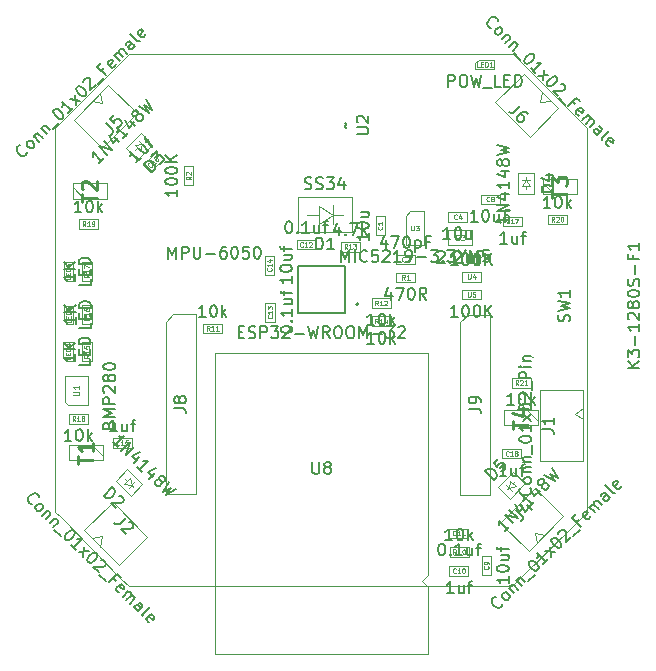
<source format=gbr>
G04 #@! TF.GenerationSoftware,KiCad,Pcbnew,9.0.1*
G04 #@! TF.CreationDate,2025-04-25T12:08:24+05:30*
G04 #@! TF.ProjectId,esp32_quad_baro_bootser_nousb_BMP,65737033-325f-4717-9561-645f6261726f,rev?*
G04 #@! TF.SameCoordinates,Original*
G04 #@! TF.FileFunction,AssemblyDrawing,Top*
%FSLAX46Y46*%
G04 Gerber Fmt 4.6, Leading zero omitted, Abs format (unit mm)*
G04 Created by KiCad (PCBNEW 9.0.1) date 2025-04-25 12:08:24*
%MOMM*%
%LPD*%
G01*
G04 APERTURE LIST*
%ADD10C,0.150000*%
%ADD11C,0.060000*%
%ADD12C,0.254000*%
%ADD13C,0.075000*%
%ADD14C,0.080000*%
%ADD15C,0.100000*%
%ADD16C,0.127000*%
%ADD17C,0.200000*%
G04 #@! TA.AperFunction,Profile*
%ADD18C,0.025400*%
G04 #@! TD*
G04 APERTURE END LIST*
D10*
X110105369Y-86268215D02*
X110105369Y-86839643D01*
X110105369Y-86553929D02*
X109105369Y-86553929D01*
X109105369Y-86553929D02*
X109248226Y-86649167D01*
X109248226Y-86649167D02*
X109343464Y-86744405D01*
X109343464Y-86744405D02*
X109391083Y-86839643D01*
X110105369Y-85839643D02*
X109105369Y-85839643D01*
X110105369Y-85268215D02*
X109533940Y-85696786D01*
X109105369Y-85268215D02*
X109676797Y-85839643D01*
D11*
X111262477Y-86311072D02*
X111072001Y-86444405D01*
X111262477Y-86539643D02*
X110862477Y-86539643D01*
X110862477Y-86539643D02*
X110862477Y-86387262D01*
X110862477Y-86387262D02*
X110881525Y-86349167D01*
X110881525Y-86349167D02*
X110900572Y-86330120D01*
X110900572Y-86330120D02*
X110938668Y-86311072D01*
X110938668Y-86311072D02*
X110995810Y-86311072D01*
X110995810Y-86311072D02*
X111033906Y-86330120D01*
X111033906Y-86330120D02*
X111052953Y-86349167D01*
X111052953Y-86349167D02*
X111072001Y-86387262D01*
X111072001Y-86387262D02*
X111072001Y-86539643D01*
X111262477Y-85930120D02*
X111262477Y-86158691D01*
X111262477Y-86044405D02*
X110862477Y-86044405D01*
X110862477Y-86044405D02*
X110919620Y-86082501D01*
X110919620Y-86082501D02*
X110957715Y-86120596D01*
X110957715Y-86120596D02*
X110976763Y-86158691D01*
X110862477Y-85587263D02*
X110862477Y-85663453D01*
X110862477Y-85663453D02*
X110881525Y-85701549D01*
X110881525Y-85701549D02*
X110900572Y-85720596D01*
X110900572Y-85720596D02*
X110957715Y-85758691D01*
X110957715Y-85758691D02*
X111033906Y-85777739D01*
X111033906Y-85777739D02*
X111186287Y-85777739D01*
X111186287Y-85777739D02*
X111224382Y-85758691D01*
X111224382Y-85758691D02*
X111243430Y-85739644D01*
X111243430Y-85739644D02*
X111262477Y-85701549D01*
X111262477Y-85701549D02*
X111262477Y-85625358D01*
X111262477Y-85625358D02*
X111243430Y-85587263D01*
X111243430Y-85587263D02*
X111224382Y-85568215D01*
X111224382Y-85568215D02*
X111186287Y-85549168D01*
X111186287Y-85549168D02*
X111091049Y-85549168D01*
X111091049Y-85549168D02*
X111052953Y-85568215D01*
X111052953Y-85568215D02*
X111033906Y-85587263D01*
X111033906Y-85587263D02*
X111014858Y-85625358D01*
X111014858Y-85625358D02*
X111014858Y-85701549D01*
X111014858Y-85701549D02*
X111033906Y-85739644D01*
X111033906Y-85739644D02*
X111052953Y-85758691D01*
X111052953Y-85758691D02*
X111091049Y-85777739D01*
D12*
X110304318Y-98739838D02*
X110304318Y-98014124D01*
X111574318Y-98376981D02*
X110304318Y-98376981D01*
X111574318Y-96925552D02*
X111574318Y-97651267D01*
X111574318Y-97288410D02*
X110304318Y-97288410D01*
X110304318Y-97288410D02*
X110485746Y-97409362D01*
X110485746Y-97409362D02*
X110606699Y-97530314D01*
X110606699Y-97530314D02*
X110667175Y-97651267D01*
D10*
X112931009Y-95428571D02*
X112978628Y-95285714D01*
X112978628Y-95285714D02*
X113026247Y-95238095D01*
X113026247Y-95238095D02*
X113121485Y-95190476D01*
X113121485Y-95190476D02*
X113264342Y-95190476D01*
X113264342Y-95190476D02*
X113359580Y-95238095D01*
X113359580Y-95238095D02*
X113407200Y-95285714D01*
X113407200Y-95285714D02*
X113454819Y-95380952D01*
X113454819Y-95380952D02*
X113454819Y-95761904D01*
X113454819Y-95761904D02*
X112454819Y-95761904D01*
X112454819Y-95761904D02*
X112454819Y-95428571D01*
X112454819Y-95428571D02*
X112502438Y-95333333D01*
X112502438Y-95333333D02*
X112550057Y-95285714D01*
X112550057Y-95285714D02*
X112645295Y-95238095D01*
X112645295Y-95238095D02*
X112740533Y-95238095D01*
X112740533Y-95238095D02*
X112835771Y-95285714D01*
X112835771Y-95285714D02*
X112883390Y-95333333D01*
X112883390Y-95333333D02*
X112931009Y-95428571D01*
X112931009Y-95428571D02*
X112931009Y-95761904D01*
X113454819Y-94761904D02*
X112454819Y-94761904D01*
X112454819Y-94761904D02*
X113169104Y-94428571D01*
X113169104Y-94428571D02*
X112454819Y-94095238D01*
X112454819Y-94095238D02*
X113454819Y-94095238D01*
X113454819Y-93619047D02*
X112454819Y-93619047D01*
X112454819Y-93619047D02*
X112454819Y-93238095D01*
X112454819Y-93238095D02*
X112502438Y-93142857D01*
X112502438Y-93142857D02*
X112550057Y-93095238D01*
X112550057Y-93095238D02*
X112645295Y-93047619D01*
X112645295Y-93047619D02*
X112788152Y-93047619D01*
X112788152Y-93047619D02*
X112883390Y-93095238D01*
X112883390Y-93095238D02*
X112931009Y-93142857D01*
X112931009Y-93142857D02*
X112978628Y-93238095D01*
X112978628Y-93238095D02*
X112978628Y-93619047D01*
X112550057Y-92666666D02*
X112502438Y-92619047D01*
X112502438Y-92619047D02*
X112454819Y-92523809D01*
X112454819Y-92523809D02*
X112454819Y-92285714D01*
X112454819Y-92285714D02*
X112502438Y-92190476D01*
X112502438Y-92190476D02*
X112550057Y-92142857D01*
X112550057Y-92142857D02*
X112645295Y-92095238D01*
X112645295Y-92095238D02*
X112740533Y-92095238D01*
X112740533Y-92095238D02*
X112883390Y-92142857D01*
X112883390Y-92142857D02*
X113454819Y-92714285D01*
X113454819Y-92714285D02*
X113454819Y-92095238D01*
X112883390Y-91523809D02*
X112835771Y-91619047D01*
X112835771Y-91619047D02*
X112788152Y-91666666D01*
X112788152Y-91666666D02*
X112692914Y-91714285D01*
X112692914Y-91714285D02*
X112645295Y-91714285D01*
X112645295Y-91714285D02*
X112550057Y-91666666D01*
X112550057Y-91666666D02*
X112502438Y-91619047D01*
X112502438Y-91619047D02*
X112454819Y-91523809D01*
X112454819Y-91523809D02*
X112454819Y-91333333D01*
X112454819Y-91333333D02*
X112502438Y-91238095D01*
X112502438Y-91238095D02*
X112550057Y-91190476D01*
X112550057Y-91190476D02*
X112645295Y-91142857D01*
X112645295Y-91142857D02*
X112692914Y-91142857D01*
X112692914Y-91142857D02*
X112788152Y-91190476D01*
X112788152Y-91190476D02*
X112835771Y-91238095D01*
X112835771Y-91238095D02*
X112883390Y-91333333D01*
X112883390Y-91333333D02*
X112883390Y-91523809D01*
X112883390Y-91523809D02*
X112931009Y-91619047D01*
X112931009Y-91619047D02*
X112978628Y-91666666D01*
X112978628Y-91666666D02*
X113073866Y-91714285D01*
X113073866Y-91714285D02*
X113264342Y-91714285D01*
X113264342Y-91714285D02*
X113359580Y-91666666D01*
X113359580Y-91666666D02*
X113407200Y-91619047D01*
X113407200Y-91619047D02*
X113454819Y-91523809D01*
X113454819Y-91523809D02*
X113454819Y-91333333D01*
X113454819Y-91333333D02*
X113407200Y-91238095D01*
X113407200Y-91238095D02*
X113359580Y-91190476D01*
X113359580Y-91190476D02*
X113264342Y-91142857D01*
X113264342Y-91142857D02*
X113073866Y-91142857D01*
X113073866Y-91142857D02*
X112978628Y-91190476D01*
X112978628Y-91190476D02*
X112931009Y-91238095D01*
X112931009Y-91238095D02*
X112883390Y-91333333D01*
X112454819Y-90523809D02*
X112454819Y-90428571D01*
X112454819Y-90428571D02*
X112502438Y-90333333D01*
X112502438Y-90333333D02*
X112550057Y-90285714D01*
X112550057Y-90285714D02*
X112645295Y-90238095D01*
X112645295Y-90238095D02*
X112835771Y-90190476D01*
X112835771Y-90190476D02*
X113073866Y-90190476D01*
X113073866Y-90190476D02*
X113264342Y-90238095D01*
X113264342Y-90238095D02*
X113359580Y-90285714D01*
X113359580Y-90285714D02*
X113407200Y-90333333D01*
X113407200Y-90333333D02*
X113454819Y-90428571D01*
X113454819Y-90428571D02*
X113454819Y-90523809D01*
X113454819Y-90523809D02*
X113407200Y-90619047D01*
X113407200Y-90619047D02*
X113359580Y-90666666D01*
X113359580Y-90666666D02*
X113264342Y-90714285D01*
X113264342Y-90714285D02*
X113073866Y-90761904D01*
X113073866Y-90761904D02*
X112835771Y-90761904D01*
X112835771Y-90761904D02*
X112645295Y-90714285D01*
X112645295Y-90714285D02*
X112550057Y-90666666D01*
X112550057Y-90666666D02*
X112502438Y-90619047D01*
X112502438Y-90619047D02*
X112454819Y-90523809D01*
D13*
X109927409Y-92880952D02*
X110332171Y-92880952D01*
X110332171Y-92880952D02*
X110379790Y-92857142D01*
X110379790Y-92857142D02*
X110403600Y-92833333D01*
X110403600Y-92833333D02*
X110427409Y-92785714D01*
X110427409Y-92785714D02*
X110427409Y-92690476D01*
X110427409Y-92690476D02*
X110403600Y-92642857D01*
X110403600Y-92642857D02*
X110379790Y-92619047D01*
X110379790Y-92619047D02*
X110332171Y-92595238D01*
X110332171Y-92595238D02*
X109927409Y-92595238D01*
X110427409Y-92095237D02*
X110427409Y-92380951D01*
X110427409Y-92238094D02*
X109927409Y-92238094D01*
X109927409Y-92238094D02*
X109998838Y-92285713D01*
X109998838Y-92285713D02*
X110046457Y-92333332D01*
X110046457Y-92333332D02*
X110070266Y-92380951D01*
D10*
X146775309Y-108241031D02*
X146775309Y-108812459D01*
X146775309Y-108526745D02*
X145775309Y-108526745D01*
X145775309Y-108526745D02*
X145918166Y-108621983D01*
X145918166Y-108621983D02*
X146013404Y-108717221D01*
X146013404Y-108717221D02*
X146061023Y-108812459D01*
X145775309Y-107621983D02*
X145775309Y-107526745D01*
X145775309Y-107526745D02*
X145822928Y-107431507D01*
X145822928Y-107431507D02*
X145870547Y-107383888D01*
X145870547Y-107383888D02*
X145965785Y-107336269D01*
X145965785Y-107336269D02*
X146156261Y-107288650D01*
X146156261Y-107288650D02*
X146394356Y-107288650D01*
X146394356Y-107288650D02*
X146584832Y-107336269D01*
X146584832Y-107336269D02*
X146680070Y-107383888D01*
X146680070Y-107383888D02*
X146727690Y-107431507D01*
X146727690Y-107431507D02*
X146775309Y-107526745D01*
X146775309Y-107526745D02*
X146775309Y-107621983D01*
X146775309Y-107621983D02*
X146727690Y-107717221D01*
X146727690Y-107717221D02*
X146680070Y-107764840D01*
X146680070Y-107764840D02*
X146584832Y-107812459D01*
X146584832Y-107812459D02*
X146394356Y-107860078D01*
X146394356Y-107860078D02*
X146156261Y-107860078D01*
X146156261Y-107860078D02*
X145965785Y-107812459D01*
X145965785Y-107812459D02*
X145870547Y-107764840D01*
X145870547Y-107764840D02*
X145822928Y-107717221D01*
X145822928Y-107717221D02*
X145775309Y-107621983D01*
X146108642Y-106431507D02*
X146775309Y-106431507D01*
X146108642Y-106860078D02*
X146632451Y-106860078D01*
X146632451Y-106860078D02*
X146727690Y-106812459D01*
X146727690Y-106812459D02*
X146775309Y-106717221D01*
X146775309Y-106717221D02*
X146775309Y-106574364D01*
X146775309Y-106574364D02*
X146727690Y-106479126D01*
X146727690Y-106479126D02*
X146680070Y-106431507D01*
X146108642Y-106098173D02*
X146108642Y-105717221D01*
X146775309Y-105955316D02*
X145918166Y-105955316D01*
X145918166Y-105955316D02*
X145822928Y-105907697D01*
X145822928Y-105907697D02*
X145775309Y-105812459D01*
X145775309Y-105812459D02*
X145775309Y-105717221D01*
D11*
X145034322Y-107379126D02*
X145053370Y-107398174D01*
X145053370Y-107398174D02*
X145072417Y-107455316D01*
X145072417Y-107455316D02*
X145072417Y-107493412D01*
X145072417Y-107493412D02*
X145053370Y-107550555D01*
X145053370Y-107550555D02*
X145015274Y-107588650D01*
X145015274Y-107588650D02*
X144977179Y-107607697D01*
X144977179Y-107607697D02*
X144900989Y-107626745D01*
X144900989Y-107626745D02*
X144843846Y-107626745D01*
X144843846Y-107626745D02*
X144767655Y-107607697D01*
X144767655Y-107607697D02*
X144729560Y-107588650D01*
X144729560Y-107588650D02*
X144691465Y-107550555D01*
X144691465Y-107550555D02*
X144672417Y-107493412D01*
X144672417Y-107493412D02*
X144672417Y-107455316D01*
X144672417Y-107455316D02*
X144691465Y-107398174D01*
X144691465Y-107398174D02*
X144710512Y-107379126D01*
X145072417Y-107188650D02*
X145072417Y-107112459D01*
X145072417Y-107112459D02*
X145053370Y-107074364D01*
X145053370Y-107074364D02*
X145034322Y-107055316D01*
X145034322Y-107055316D02*
X144977179Y-107017221D01*
X144977179Y-107017221D02*
X144900989Y-106998174D01*
X144900989Y-106998174D02*
X144748608Y-106998174D01*
X144748608Y-106998174D02*
X144710512Y-107017221D01*
X144710512Y-107017221D02*
X144691465Y-107036269D01*
X144691465Y-107036269D02*
X144672417Y-107074364D01*
X144672417Y-107074364D02*
X144672417Y-107150555D01*
X144672417Y-107150555D02*
X144691465Y-107188650D01*
X144691465Y-107188650D02*
X144710512Y-107207697D01*
X144710512Y-107207697D02*
X144748608Y-107226745D01*
X144748608Y-107226745D02*
X144843846Y-107226745D01*
X144843846Y-107226745D02*
X144881941Y-107207697D01*
X144881941Y-107207697D02*
X144900989Y-107188650D01*
X144900989Y-107188650D02*
X144920036Y-107150555D01*
X144920036Y-107150555D02*
X144920036Y-107074364D01*
X144920036Y-107074364D02*
X144900989Y-107036269D01*
X144900989Y-107036269D02*
X144881941Y-107017221D01*
X144881941Y-107017221D02*
X144843846Y-106998174D01*
D10*
X135382391Y-86981169D02*
X134810963Y-86981169D01*
X135096677Y-86981169D02*
X135096677Y-85981169D01*
X135096677Y-85981169D02*
X135001439Y-86124026D01*
X135001439Y-86124026D02*
X134906201Y-86219264D01*
X134906201Y-86219264D02*
X134810963Y-86266883D01*
X136001439Y-85981169D02*
X136096677Y-85981169D01*
X136096677Y-85981169D02*
X136191915Y-86028788D01*
X136191915Y-86028788D02*
X136239534Y-86076407D01*
X136239534Y-86076407D02*
X136287153Y-86171645D01*
X136287153Y-86171645D02*
X136334772Y-86362121D01*
X136334772Y-86362121D02*
X136334772Y-86600216D01*
X136334772Y-86600216D02*
X136287153Y-86790692D01*
X136287153Y-86790692D02*
X136239534Y-86885930D01*
X136239534Y-86885930D02*
X136191915Y-86933550D01*
X136191915Y-86933550D02*
X136096677Y-86981169D01*
X136096677Y-86981169D02*
X136001439Y-86981169D01*
X136001439Y-86981169D02*
X135906201Y-86933550D01*
X135906201Y-86933550D02*
X135858582Y-86885930D01*
X135858582Y-86885930D02*
X135810963Y-86790692D01*
X135810963Y-86790692D02*
X135763344Y-86600216D01*
X135763344Y-86600216D02*
X135763344Y-86362121D01*
X135763344Y-86362121D02*
X135810963Y-86171645D01*
X135810963Y-86171645D02*
X135858582Y-86076407D01*
X135858582Y-86076407D02*
X135906201Y-86028788D01*
X135906201Y-86028788D02*
X136001439Y-85981169D01*
X136763344Y-86981169D02*
X136763344Y-85981169D01*
X136858582Y-86600216D02*
X137144296Y-86981169D01*
X137144296Y-86314502D02*
X136763344Y-86695454D01*
D11*
X135720487Y-85278277D02*
X135587154Y-85087801D01*
X135491916Y-85278277D02*
X135491916Y-84878277D01*
X135491916Y-84878277D02*
X135644297Y-84878277D01*
X135644297Y-84878277D02*
X135682392Y-84897325D01*
X135682392Y-84897325D02*
X135701439Y-84916372D01*
X135701439Y-84916372D02*
X135720487Y-84954468D01*
X135720487Y-84954468D02*
X135720487Y-85011610D01*
X135720487Y-85011610D02*
X135701439Y-85049706D01*
X135701439Y-85049706D02*
X135682392Y-85068753D01*
X135682392Y-85068753D02*
X135644297Y-85087801D01*
X135644297Y-85087801D02*
X135491916Y-85087801D01*
X136101439Y-85278277D02*
X135872868Y-85278277D01*
X135987154Y-85278277D02*
X135987154Y-84878277D01*
X135987154Y-84878277D02*
X135949058Y-84935420D01*
X135949058Y-84935420D02*
X135910963Y-84973515D01*
X135910963Y-84973515D02*
X135872868Y-84992563D01*
X136253820Y-84916372D02*
X136272868Y-84897325D01*
X136272868Y-84897325D02*
X136310963Y-84878277D01*
X136310963Y-84878277D02*
X136406201Y-84878277D01*
X136406201Y-84878277D02*
X136444296Y-84897325D01*
X136444296Y-84897325D02*
X136463344Y-84916372D01*
X136463344Y-84916372D02*
X136482391Y-84954468D01*
X136482391Y-84954468D02*
X136482391Y-84992563D01*
X136482391Y-84992563D02*
X136463344Y-85049706D01*
X136463344Y-85049706D02*
X136234772Y-85278277D01*
X136234772Y-85278277D02*
X136482391Y-85278277D01*
D10*
X127464449Y-87377399D02*
X127464449Y-87282161D01*
X127464449Y-87282161D02*
X127512068Y-87186923D01*
X127512068Y-87186923D02*
X127559687Y-87139304D01*
X127559687Y-87139304D02*
X127654925Y-87091685D01*
X127654925Y-87091685D02*
X127845401Y-87044066D01*
X127845401Y-87044066D02*
X128083496Y-87044066D01*
X128083496Y-87044066D02*
X128273972Y-87091685D01*
X128273972Y-87091685D02*
X128369210Y-87139304D01*
X128369210Y-87139304D02*
X128416830Y-87186923D01*
X128416830Y-87186923D02*
X128464449Y-87282161D01*
X128464449Y-87282161D02*
X128464449Y-87377399D01*
X128464449Y-87377399D02*
X128416830Y-87472637D01*
X128416830Y-87472637D02*
X128369210Y-87520256D01*
X128369210Y-87520256D02*
X128273972Y-87567875D01*
X128273972Y-87567875D02*
X128083496Y-87615494D01*
X128083496Y-87615494D02*
X127845401Y-87615494D01*
X127845401Y-87615494D02*
X127654925Y-87567875D01*
X127654925Y-87567875D02*
X127559687Y-87520256D01*
X127559687Y-87520256D02*
X127512068Y-87472637D01*
X127512068Y-87472637D02*
X127464449Y-87377399D01*
X128369210Y-86615494D02*
X128416830Y-86567875D01*
X128416830Y-86567875D02*
X128464449Y-86615494D01*
X128464449Y-86615494D02*
X128416830Y-86663113D01*
X128416830Y-86663113D02*
X128369210Y-86615494D01*
X128369210Y-86615494D02*
X128464449Y-86615494D01*
X128464449Y-85615495D02*
X128464449Y-86186923D01*
X128464449Y-85901209D02*
X127464449Y-85901209D01*
X127464449Y-85901209D02*
X127607306Y-85996447D01*
X127607306Y-85996447D02*
X127702544Y-86091685D01*
X127702544Y-86091685D02*
X127750163Y-86186923D01*
X127797782Y-84758352D02*
X128464449Y-84758352D01*
X127797782Y-85186923D02*
X128321591Y-85186923D01*
X128321591Y-85186923D02*
X128416830Y-85139304D01*
X128416830Y-85139304D02*
X128464449Y-85044066D01*
X128464449Y-85044066D02*
X128464449Y-84901209D01*
X128464449Y-84901209D02*
X128416830Y-84805971D01*
X128416830Y-84805971D02*
X128369210Y-84758352D01*
X127797782Y-84425018D02*
X127797782Y-84044066D01*
X128464449Y-84282161D02*
X127607306Y-84282161D01*
X127607306Y-84282161D02*
X127512068Y-84234542D01*
X127512068Y-84234542D02*
X127464449Y-84139304D01*
X127464449Y-84139304D02*
X127464449Y-84044066D01*
D11*
X126723462Y-86134542D02*
X126742510Y-86153590D01*
X126742510Y-86153590D02*
X126761557Y-86210732D01*
X126761557Y-86210732D02*
X126761557Y-86248828D01*
X126761557Y-86248828D02*
X126742510Y-86305971D01*
X126742510Y-86305971D02*
X126704414Y-86344066D01*
X126704414Y-86344066D02*
X126666319Y-86363113D01*
X126666319Y-86363113D02*
X126590129Y-86382161D01*
X126590129Y-86382161D02*
X126532986Y-86382161D01*
X126532986Y-86382161D02*
X126456795Y-86363113D01*
X126456795Y-86363113D02*
X126418700Y-86344066D01*
X126418700Y-86344066D02*
X126380605Y-86305971D01*
X126380605Y-86305971D02*
X126361557Y-86248828D01*
X126361557Y-86248828D02*
X126361557Y-86210732D01*
X126361557Y-86210732D02*
X126380605Y-86153590D01*
X126380605Y-86153590D02*
X126399652Y-86134542D01*
X126761557Y-85753590D02*
X126761557Y-85982161D01*
X126761557Y-85867875D02*
X126361557Y-85867875D01*
X126361557Y-85867875D02*
X126418700Y-85905971D01*
X126418700Y-85905971D02*
X126456795Y-85944066D01*
X126456795Y-85944066D02*
X126475843Y-85982161D01*
X126361557Y-85620257D02*
X126361557Y-85372638D01*
X126361557Y-85372638D02*
X126513938Y-85505971D01*
X126513938Y-85505971D02*
X126513938Y-85448828D01*
X126513938Y-85448828D02*
X126532986Y-85410733D01*
X126532986Y-85410733D02*
X126552033Y-85391685D01*
X126552033Y-85391685D02*
X126590129Y-85372638D01*
X126590129Y-85372638D02*
X126685367Y-85372638D01*
X126685367Y-85372638D02*
X126723462Y-85391685D01*
X126723462Y-85391685D02*
X126742510Y-85410733D01*
X126742510Y-85410733D02*
X126761557Y-85448828D01*
X126761557Y-85448828D02*
X126761557Y-85563114D01*
X126761557Y-85563114D02*
X126742510Y-85601209D01*
X126742510Y-85601209D02*
X126723462Y-85620257D01*
D10*
X110094819Y-89439285D02*
X110094819Y-90010713D01*
X110094819Y-89724999D02*
X109094819Y-89724999D01*
X109094819Y-89724999D02*
X109237676Y-89820237D01*
X109237676Y-89820237D02*
X109332914Y-89915475D01*
X109332914Y-89915475D02*
X109380533Y-90010713D01*
X110094819Y-89010713D02*
X109094819Y-89010713D01*
X110094819Y-88439285D02*
X109523390Y-88867856D01*
X109094819Y-88439285D02*
X109666247Y-89010713D01*
D11*
X111251927Y-89482142D02*
X111061451Y-89615475D01*
X111251927Y-89710713D02*
X110851927Y-89710713D01*
X110851927Y-89710713D02*
X110851927Y-89558332D01*
X110851927Y-89558332D02*
X110870975Y-89520237D01*
X110870975Y-89520237D02*
X110890022Y-89501190D01*
X110890022Y-89501190D02*
X110928118Y-89482142D01*
X110928118Y-89482142D02*
X110985260Y-89482142D01*
X110985260Y-89482142D02*
X111023356Y-89501190D01*
X111023356Y-89501190D02*
X111042403Y-89520237D01*
X111042403Y-89520237D02*
X111061451Y-89558332D01*
X111061451Y-89558332D02*
X111061451Y-89710713D01*
X111251927Y-89101190D02*
X111251927Y-89329761D01*
X111251927Y-89215475D02*
X110851927Y-89215475D01*
X110851927Y-89215475D02*
X110909070Y-89253571D01*
X110909070Y-89253571D02*
X110947165Y-89291666D01*
X110947165Y-89291666D02*
X110966213Y-89329761D01*
X110851927Y-88739285D02*
X110851927Y-88929761D01*
X110851927Y-88929761D02*
X111042403Y-88948809D01*
X111042403Y-88948809D02*
X111023356Y-88929761D01*
X111023356Y-88929761D02*
X111004308Y-88891666D01*
X111004308Y-88891666D02*
X111004308Y-88796428D01*
X111004308Y-88796428D02*
X111023356Y-88758333D01*
X111023356Y-88758333D02*
X111042403Y-88739285D01*
X111042403Y-88739285D02*
X111080499Y-88720238D01*
X111080499Y-88720238D02*
X111175737Y-88720238D01*
X111175737Y-88720238D02*
X111213832Y-88739285D01*
X111213832Y-88739285D02*
X111232880Y-88758333D01*
X111232880Y-88758333D02*
X111251927Y-88796428D01*
X111251927Y-88796428D02*
X111251927Y-88891666D01*
X111251927Y-88891666D02*
X111232880Y-88929761D01*
X111232880Y-88929761D02*
X111213832Y-88948809D01*
D10*
X140784498Y-80794287D02*
X140832117Y-80746668D01*
X140832117Y-80746668D02*
X140927355Y-80699049D01*
X140927355Y-80699049D02*
X141165450Y-80699049D01*
X141165450Y-80699049D02*
X141260688Y-80746668D01*
X141260688Y-80746668D02*
X141308307Y-80794287D01*
X141308307Y-80794287D02*
X141355926Y-80889525D01*
X141355926Y-80889525D02*
X141355926Y-80984763D01*
X141355926Y-80984763D02*
X141308307Y-81127620D01*
X141308307Y-81127620D02*
X140736879Y-81699049D01*
X140736879Y-81699049D02*
X141355926Y-81699049D01*
X141784498Y-81603810D02*
X141832117Y-81651430D01*
X141832117Y-81651430D02*
X141784498Y-81699049D01*
X141784498Y-81699049D02*
X141736879Y-81651430D01*
X141736879Y-81651430D02*
X141784498Y-81603810D01*
X141784498Y-81603810D02*
X141784498Y-81699049D01*
X142213069Y-80794287D02*
X142260688Y-80746668D01*
X142260688Y-80746668D02*
X142355926Y-80699049D01*
X142355926Y-80699049D02*
X142594021Y-80699049D01*
X142594021Y-80699049D02*
X142689259Y-80746668D01*
X142689259Y-80746668D02*
X142736878Y-80794287D01*
X142736878Y-80794287D02*
X142784497Y-80889525D01*
X142784497Y-80889525D02*
X142784497Y-80984763D01*
X142784497Y-80984763D02*
X142736878Y-81127620D01*
X142736878Y-81127620D02*
X142165450Y-81699049D01*
X142165450Y-81699049D02*
X142784497Y-81699049D01*
X143641640Y-81032382D02*
X143641640Y-81699049D01*
X143213069Y-81032382D02*
X143213069Y-81556191D01*
X143213069Y-81556191D02*
X143260688Y-81651430D01*
X143260688Y-81651430D02*
X143355926Y-81699049D01*
X143355926Y-81699049D02*
X143498783Y-81699049D01*
X143498783Y-81699049D02*
X143594021Y-81651430D01*
X143594021Y-81651430D02*
X143641640Y-81603810D01*
X144451164Y-81175239D02*
X144117831Y-81175239D01*
X144117831Y-81699049D02*
X144117831Y-80699049D01*
X144117831Y-80699049D02*
X144594021Y-80699049D01*
D14*
X142582116Y-79743760D02*
X142558307Y-79767570D01*
X142558307Y-79767570D02*
X142486878Y-79791379D01*
X142486878Y-79791379D02*
X142439259Y-79791379D01*
X142439259Y-79791379D02*
X142367831Y-79767570D01*
X142367831Y-79767570D02*
X142320212Y-79719950D01*
X142320212Y-79719950D02*
X142296402Y-79672331D01*
X142296402Y-79672331D02*
X142272593Y-79577093D01*
X142272593Y-79577093D02*
X142272593Y-79505665D01*
X142272593Y-79505665D02*
X142296402Y-79410427D01*
X142296402Y-79410427D02*
X142320212Y-79362808D01*
X142320212Y-79362808D02*
X142367831Y-79315189D01*
X142367831Y-79315189D02*
X142439259Y-79291379D01*
X142439259Y-79291379D02*
X142486878Y-79291379D01*
X142486878Y-79291379D02*
X142558307Y-79315189D01*
X142558307Y-79315189D02*
X142582116Y-79338998D01*
X142748783Y-79291379D02*
X143058307Y-79291379D01*
X143058307Y-79291379D02*
X142891640Y-79481855D01*
X142891640Y-79481855D02*
X142963069Y-79481855D01*
X142963069Y-79481855D02*
X143010688Y-79505665D01*
X143010688Y-79505665D02*
X143034497Y-79529474D01*
X143034497Y-79529474D02*
X143058307Y-79577093D01*
X143058307Y-79577093D02*
X143058307Y-79696141D01*
X143058307Y-79696141D02*
X143034497Y-79743760D01*
X143034497Y-79743760D02*
X143010688Y-79767570D01*
X143010688Y-79767570D02*
X142963069Y-79791379D01*
X142963069Y-79791379D02*
X142820212Y-79791379D01*
X142820212Y-79791379D02*
X142772593Y-79767570D01*
X142772593Y-79767570D02*
X142748783Y-79743760D01*
D10*
X132446428Y-78678152D02*
X132446428Y-79344819D01*
X132208333Y-78297200D02*
X131970238Y-79011485D01*
X131970238Y-79011485D02*
X132589285Y-79011485D01*
X132970238Y-79249580D02*
X133017857Y-79297200D01*
X133017857Y-79297200D02*
X132970238Y-79344819D01*
X132970238Y-79344819D02*
X132922619Y-79297200D01*
X132922619Y-79297200D02*
X132970238Y-79249580D01*
X132970238Y-79249580D02*
X132970238Y-79344819D01*
X133351190Y-78344819D02*
X134017856Y-78344819D01*
X134017856Y-78344819D02*
X133589285Y-79344819D01*
X134398809Y-79344819D02*
X134398809Y-78344819D01*
X134494047Y-78963866D02*
X134779761Y-79344819D01*
X134779761Y-78678152D02*
X134398809Y-79059104D01*
D11*
X133117857Y-80501927D02*
X132984524Y-80311451D01*
X132889286Y-80501927D02*
X132889286Y-80101927D01*
X132889286Y-80101927D02*
X133041667Y-80101927D01*
X133041667Y-80101927D02*
X133079762Y-80120975D01*
X133079762Y-80120975D02*
X133098809Y-80140022D01*
X133098809Y-80140022D02*
X133117857Y-80178118D01*
X133117857Y-80178118D02*
X133117857Y-80235260D01*
X133117857Y-80235260D02*
X133098809Y-80273356D01*
X133098809Y-80273356D02*
X133079762Y-80292403D01*
X133079762Y-80292403D02*
X133041667Y-80311451D01*
X133041667Y-80311451D02*
X132889286Y-80311451D01*
X133498809Y-80501927D02*
X133270238Y-80501927D01*
X133384524Y-80501927D02*
X133384524Y-80101927D01*
X133384524Y-80101927D02*
X133346428Y-80159070D01*
X133346428Y-80159070D02*
X133308333Y-80197165D01*
X133308333Y-80197165D02*
X133270238Y-80216213D01*
X133632142Y-80101927D02*
X133879761Y-80101927D01*
X133879761Y-80101927D02*
X133746428Y-80254308D01*
X133746428Y-80254308D02*
X133803571Y-80254308D01*
X133803571Y-80254308D02*
X133841666Y-80273356D01*
X133841666Y-80273356D02*
X133860714Y-80292403D01*
X133860714Y-80292403D02*
X133879761Y-80330499D01*
X133879761Y-80330499D02*
X133879761Y-80425737D01*
X133879761Y-80425737D02*
X133860714Y-80463832D01*
X133860714Y-80463832D02*
X133841666Y-80482880D01*
X133841666Y-80482880D02*
X133803571Y-80501927D01*
X133803571Y-80501927D02*
X133689285Y-80501927D01*
X133689285Y-80501927D02*
X133651190Y-80482880D01*
X133651190Y-80482880D02*
X133632142Y-80463832D01*
D10*
X121119021Y-86261119D02*
X120547593Y-86261119D01*
X120833307Y-86261119D02*
X120833307Y-85261119D01*
X120833307Y-85261119D02*
X120738069Y-85403976D01*
X120738069Y-85403976D02*
X120642831Y-85499214D01*
X120642831Y-85499214D02*
X120547593Y-85546833D01*
X121738069Y-85261119D02*
X121833307Y-85261119D01*
X121833307Y-85261119D02*
X121928545Y-85308738D01*
X121928545Y-85308738D02*
X121976164Y-85356357D01*
X121976164Y-85356357D02*
X122023783Y-85451595D01*
X122023783Y-85451595D02*
X122071402Y-85642071D01*
X122071402Y-85642071D02*
X122071402Y-85880166D01*
X122071402Y-85880166D02*
X122023783Y-86070642D01*
X122023783Y-86070642D02*
X121976164Y-86165880D01*
X121976164Y-86165880D02*
X121928545Y-86213500D01*
X121928545Y-86213500D02*
X121833307Y-86261119D01*
X121833307Y-86261119D02*
X121738069Y-86261119D01*
X121738069Y-86261119D02*
X121642831Y-86213500D01*
X121642831Y-86213500D02*
X121595212Y-86165880D01*
X121595212Y-86165880D02*
X121547593Y-86070642D01*
X121547593Y-86070642D02*
X121499974Y-85880166D01*
X121499974Y-85880166D02*
X121499974Y-85642071D01*
X121499974Y-85642071D02*
X121547593Y-85451595D01*
X121547593Y-85451595D02*
X121595212Y-85356357D01*
X121595212Y-85356357D02*
X121642831Y-85308738D01*
X121642831Y-85308738D02*
X121738069Y-85261119D01*
X122499974Y-86261119D02*
X122499974Y-85261119D01*
X122595212Y-85880166D02*
X122880926Y-86261119D01*
X122880926Y-85594452D02*
X122499974Y-85975404D01*
D11*
X121457117Y-87418227D02*
X121323784Y-87227751D01*
X121228546Y-87418227D02*
X121228546Y-87018227D01*
X121228546Y-87018227D02*
X121380927Y-87018227D01*
X121380927Y-87018227D02*
X121419022Y-87037275D01*
X121419022Y-87037275D02*
X121438069Y-87056322D01*
X121438069Y-87056322D02*
X121457117Y-87094418D01*
X121457117Y-87094418D02*
X121457117Y-87151560D01*
X121457117Y-87151560D02*
X121438069Y-87189656D01*
X121438069Y-87189656D02*
X121419022Y-87208703D01*
X121419022Y-87208703D02*
X121380927Y-87227751D01*
X121380927Y-87227751D02*
X121228546Y-87227751D01*
X121838069Y-87418227D02*
X121609498Y-87418227D01*
X121723784Y-87418227D02*
X121723784Y-87018227D01*
X121723784Y-87018227D02*
X121685688Y-87075370D01*
X121685688Y-87075370D02*
X121647593Y-87113465D01*
X121647593Y-87113465D02*
X121609498Y-87132513D01*
X122219021Y-87418227D02*
X121990450Y-87418227D01*
X122104736Y-87418227D02*
X122104736Y-87018227D01*
X122104736Y-87018227D02*
X122066640Y-87075370D01*
X122066640Y-87075370D02*
X122028545Y-87113465D01*
X122028545Y-87113465D02*
X121990450Y-87132513D01*
D10*
X117959048Y-81324819D02*
X117959048Y-80324819D01*
X117959048Y-80324819D02*
X118292381Y-81039104D01*
X118292381Y-81039104D02*
X118625714Y-80324819D01*
X118625714Y-80324819D02*
X118625714Y-81324819D01*
X119101905Y-81324819D02*
X119101905Y-80324819D01*
X119101905Y-80324819D02*
X119482857Y-80324819D01*
X119482857Y-80324819D02*
X119578095Y-80372438D01*
X119578095Y-80372438D02*
X119625714Y-80420057D01*
X119625714Y-80420057D02*
X119673333Y-80515295D01*
X119673333Y-80515295D02*
X119673333Y-80658152D01*
X119673333Y-80658152D02*
X119625714Y-80753390D01*
X119625714Y-80753390D02*
X119578095Y-80801009D01*
X119578095Y-80801009D02*
X119482857Y-80848628D01*
X119482857Y-80848628D02*
X119101905Y-80848628D01*
X120101905Y-80324819D02*
X120101905Y-81134342D01*
X120101905Y-81134342D02*
X120149524Y-81229580D01*
X120149524Y-81229580D02*
X120197143Y-81277200D01*
X120197143Y-81277200D02*
X120292381Y-81324819D01*
X120292381Y-81324819D02*
X120482857Y-81324819D01*
X120482857Y-81324819D02*
X120578095Y-81277200D01*
X120578095Y-81277200D02*
X120625714Y-81229580D01*
X120625714Y-81229580D02*
X120673333Y-81134342D01*
X120673333Y-81134342D02*
X120673333Y-80324819D01*
X121149524Y-80943866D02*
X121911429Y-80943866D01*
X122816190Y-80324819D02*
X122625714Y-80324819D01*
X122625714Y-80324819D02*
X122530476Y-80372438D01*
X122530476Y-80372438D02*
X122482857Y-80420057D01*
X122482857Y-80420057D02*
X122387619Y-80562914D01*
X122387619Y-80562914D02*
X122340000Y-80753390D01*
X122340000Y-80753390D02*
X122340000Y-81134342D01*
X122340000Y-81134342D02*
X122387619Y-81229580D01*
X122387619Y-81229580D02*
X122435238Y-81277200D01*
X122435238Y-81277200D02*
X122530476Y-81324819D01*
X122530476Y-81324819D02*
X122720952Y-81324819D01*
X122720952Y-81324819D02*
X122816190Y-81277200D01*
X122816190Y-81277200D02*
X122863809Y-81229580D01*
X122863809Y-81229580D02*
X122911428Y-81134342D01*
X122911428Y-81134342D02*
X122911428Y-80896247D01*
X122911428Y-80896247D02*
X122863809Y-80801009D01*
X122863809Y-80801009D02*
X122816190Y-80753390D01*
X122816190Y-80753390D02*
X122720952Y-80705771D01*
X122720952Y-80705771D02*
X122530476Y-80705771D01*
X122530476Y-80705771D02*
X122435238Y-80753390D01*
X122435238Y-80753390D02*
X122387619Y-80801009D01*
X122387619Y-80801009D02*
X122340000Y-80896247D01*
X123530476Y-80324819D02*
X123625714Y-80324819D01*
X123625714Y-80324819D02*
X123720952Y-80372438D01*
X123720952Y-80372438D02*
X123768571Y-80420057D01*
X123768571Y-80420057D02*
X123816190Y-80515295D01*
X123816190Y-80515295D02*
X123863809Y-80705771D01*
X123863809Y-80705771D02*
X123863809Y-80943866D01*
X123863809Y-80943866D02*
X123816190Y-81134342D01*
X123816190Y-81134342D02*
X123768571Y-81229580D01*
X123768571Y-81229580D02*
X123720952Y-81277200D01*
X123720952Y-81277200D02*
X123625714Y-81324819D01*
X123625714Y-81324819D02*
X123530476Y-81324819D01*
X123530476Y-81324819D02*
X123435238Y-81277200D01*
X123435238Y-81277200D02*
X123387619Y-81229580D01*
X123387619Y-81229580D02*
X123340000Y-81134342D01*
X123340000Y-81134342D02*
X123292381Y-80943866D01*
X123292381Y-80943866D02*
X123292381Y-80705771D01*
X123292381Y-80705771D02*
X123340000Y-80515295D01*
X123340000Y-80515295D02*
X123387619Y-80420057D01*
X123387619Y-80420057D02*
X123435238Y-80372438D01*
X123435238Y-80372438D02*
X123530476Y-80324819D01*
X124768571Y-80324819D02*
X124292381Y-80324819D01*
X124292381Y-80324819D02*
X124244762Y-80801009D01*
X124244762Y-80801009D02*
X124292381Y-80753390D01*
X124292381Y-80753390D02*
X124387619Y-80705771D01*
X124387619Y-80705771D02*
X124625714Y-80705771D01*
X124625714Y-80705771D02*
X124720952Y-80753390D01*
X124720952Y-80753390D02*
X124768571Y-80801009D01*
X124768571Y-80801009D02*
X124816190Y-80896247D01*
X124816190Y-80896247D02*
X124816190Y-81134342D01*
X124816190Y-81134342D02*
X124768571Y-81229580D01*
X124768571Y-81229580D02*
X124720952Y-81277200D01*
X124720952Y-81277200D02*
X124625714Y-81324819D01*
X124625714Y-81324819D02*
X124387619Y-81324819D01*
X124387619Y-81324819D02*
X124292381Y-81277200D01*
X124292381Y-81277200D02*
X124244762Y-81229580D01*
X125435238Y-80324819D02*
X125530476Y-80324819D01*
X125530476Y-80324819D02*
X125625714Y-80372438D01*
X125625714Y-80372438D02*
X125673333Y-80420057D01*
X125673333Y-80420057D02*
X125720952Y-80515295D01*
X125720952Y-80515295D02*
X125768571Y-80705771D01*
X125768571Y-80705771D02*
X125768571Y-80943866D01*
X125768571Y-80943866D02*
X125720952Y-81134342D01*
X125720952Y-81134342D02*
X125673333Y-81229580D01*
X125673333Y-81229580D02*
X125625714Y-81277200D01*
X125625714Y-81277200D02*
X125530476Y-81324819D01*
X125530476Y-81324819D02*
X125435238Y-81324819D01*
X125435238Y-81324819D02*
X125340000Y-81277200D01*
X125340000Y-81277200D02*
X125292381Y-81229580D01*
X125292381Y-81229580D02*
X125244762Y-81134342D01*
X125244762Y-81134342D02*
X125197143Y-80943866D01*
X125197143Y-80943866D02*
X125197143Y-80705771D01*
X125197143Y-80705771D02*
X125244762Y-80515295D01*
X125244762Y-80515295D02*
X125292381Y-80420057D01*
X125292381Y-80420057D02*
X125340000Y-80372438D01*
X125340000Y-80372438D02*
X125435238Y-80324819D01*
X141816852Y-79685019D02*
X141245424Y-79685019D01*
X141531138Y-79685019D02*
X141531138Y-78685019D01*
X141531138Y-78685019D02*
X141435900Y-78827876D01*
X141435900Y-78827876D02*
X141340662Y-78923114D01*
X141340662Y-78923114D02*
X141245424Y-78970733D01*
X142435900Y-78685019D02*
X142531138Y-78685019D01*
X142531138Y-78685019D02*
X142626376Y-78732638D01*
X142626376Y-78732638D02*
X142673995Y-78780257D01*
X142673995Y-78780257D02*
X142721614Y-78875495D01*
X142721614Y-78875495D02*
X142769233Y-79065971D01*
X142769233Y-79065971D02*
X142769233Y-79304066D01*
X142769233Y-79304066D02*
X142721614Y-79494542D01*
X142721614Y-79494542D02*
X142673995Y-79589780D01*
X142673995Y-79589780D02*
X142626376Y-79637400D01*
X142626376Y-79637400D02*
X142531138Y-79685019D01*
X142531138Y-79685019D02*
X142435900Y-79685019D01*
X142435900Y-79685019D02*
X142340662Y-79637400D01*
X142340662Y-79637400D02*
X142293043Y-79589780D01*
X142293043Y-79589780D02*
X142245424Y-79494542D01*
X142245424Y-79494542D02*
X142197805Y-79304066D01*
X142197805Y-79304066D02*
X142197805Y-79065971D01*
X142197805Y-79065971D02*
X142245424Y-78875495D01*
X142245424Y-78875495D02*
X142293043Y-78780257D01*
X142293043Y-78780257D02*
X142340662Y-78732638D01*
X142340662Y-78732638D02*
X142435900Y-78685019D01*
X143626376Y-79018352D02*
X143626376Y-79685019D01*
X143197805Y-79018352D02*
X143197805Y-79542161D01*
X143197805Y-79542161D02*
X143245424Y-79637400D01*
X143245424Y-79637400D02*
X143340662Y-79685019D01*
X143340662Y-79685019D02*
X143483519Y-79685019D01*
X143483519Y-79685019D02*
X143578757Y-79637400D01*
X143578757Y-79637400D02*
X143626376Y-79589780D01*
D11*
X142393043Y-77944032D02*
X142373995Y-77963080D01*
X142373995Y-77963080D02*
X142316853Y-77982127D01*
X142316853Y-77982127D02*
X142278757Y-77982127D01*
X142278757Y-77982127D02*
X142221614Y-77963080D01*
X142221614Y-77963080D02*
X142183519Y-77924984D01*
X142183519Y-77924984D02*
X142164472Y-77886889D01*
X142164472Y-77886889D02*
X142145424Y-77810699D01*
X142145424Y-77810699D02*
X142145424Y-77753556D01*
X142145424Y-77753556D02*
X142164472Y-77677365D01*
X142164472Y-77677365D02*
X142183519Y-77639270D01*
X142183519Y-77639270D02*
X142221614Y-77601175D01*
X142221614Y-77601175D02*
X142278757Y-77582127D01*
X142278757Y-77582127D02*
X142316853Y-77582127D01*
X142316853Y-77582127D02*
X142373995Y-77601175D01*
X142373995Y-77601175D02*
X142393043Y-77620222D01*
X142735900Y-77715460D02*
X142735900Y-77982127D01*
X142640662Y-77563080D02*
X142545424Y-77848794D01*
X142545424Y-77848794D02*
X142793043Y-77848794D01*
D10*
X111380409Y-83055697D02*
X111380409Y-83531887D01*
X111380409Y-83531887D02*
X110380409Y-83531887D01*
X110856599Y-82722363D02*
X110856599Y-82389030D01*
X111380409Y-82246173D02*
X111380409Y-82722363D01*
X111380409Y-82722363D02*
X110380409Y-82722363D01*
X110380409Y-82722363D02*
X110380409Y-82246173D01*
X111380409Y-81817601D02*
X110380409Y-81817601D01*
X110380409Y-81817601D02*
X110380409Y-81579506D01*
X110380409Y-81579506D02*
X110428028Y-81436649D01*
X110428028Y-81436649D02*
X110523266Y-81341411D01*
X110523266Y-81341411D02*
X110618504Y-81293792D01*
X110618504Y-81293792D02*
X110808980Y-81246173D01*
X110808980Y-81246173D02*
X110951837Y-81246173D01*
X110951837Y-81246173D02*
X111142313Y-81293792D01*
X111142313Y-81293792D02*
X111237551Y-81341411D01*
X111237551Y-81341411D02*
X111332790Y-81436649D01*
X111332790Y-81436649D02*
X111380409Y-81579506D01*
X111380409Y-81579506D02*
X111380409Y-81817601D01*
D11*
X109677517Y-82860458D02*
X109677517Y-83050934D01*
X109677517Y-83050934D02*
X109277517Y-83050934D01*
X109467993Y-82727124D02*
X109467993Y-82593791D01*
X109677517Y-82536648D02*
X109677517Y-82727124D01*
X109677517Y-82727124D02*
X109277517Y-82727124D01*
X109277517Y-82727124D02*
X109277517Y-82536648D01*
X109677517Y-82365219D02*
X109277517Y-82365219D01*
X109277517Y-82365219D02*
X109277517Y-82269981D01*
X109277517Y-82269981D02*
X109296565Y-82212838D01*
X109296565Y-82212838D02*
X109334660Y-82174743D01*
X109334660Y-82174743D02*
X109372755Y-82155696D01*
X109372755Y-82155696D02*
X109448946Y-82136648D01*
X109448946Y-82136648D02*
X109506089Y-82136648D01*
X109506089Y-82136648D02*
X109582279Y-82155696D01*
X109582279Y-82155696D02*
X109620374Y-82174743D01*
X109620374Y-82174743D02*
X109658470Y-82212838D01*
X109658470Y-82212838D02*
X109677517Y-82269981D01*
X109677517Y-82269981D02*
X109677517Y-82365219D01*
X109277517Y-81793791D02*
X109277517Y-81869981D01*
X109277517Y-81869981D02*
X109296565Y-81908077D01*
X109296565Y-81908077D02*
X109315612Y-81927124D01*
X109315612Y-81927124D02*
X109372755Y-81965219D01*
X109372755Y-81965219D02*
X109448946Y-81984267D01*
X109448946Y-81984267D02*
X109601327Y-81984267D01*
X109601327Y-81984267D02*
X109639422Y-81965219D01*
X109639422Y-81965219D02*
X109658470Y-81946172D01*
X109658470Y-81946172D02*
X109677517Y-81908077D01*
X109677517Y-81908077D02*
X109677517Y-81831886D01*
X109677517Y-81831886D02*
X109658470Y-81793791D01*
X109658470Y-81793791D02*
X109639422Y-81774743D01*
X109639422Y-81774743D02*
X109601327Y-81755696D01*
X109601327Y-81755696D02*
X109506089Y-81755696D01*
X109506089Y-81755696D02*
X109467993Y-81774743D01*
X109467993Y-81774743D02*
X109448946Y-81793791D01*
X109448946Y-81793791D02*
X109429898Y-81831886D01*
X109429898Y-81831886D02*
X109429898Y-81908077D01*
X109429898Y-81908077D02*
X109448946Y-81946172D01*
X109448946Y-81946172D02*
X109467993Y-81965219D01*
X109467993Y-81965219D02*
X109506089Y-81984267D01*
D10*
X133028866Y-70296904D02*
X132981247Y-70249285D01*
X132981247Y-70249285D02*
X132933628Y-70154047D01*
X132933628Y-70154047D02*
X133028866Y-69963571D01*
X133028866Y-69963571D02*
X132981247Y-69868333D01*
X132981247Y-69868333D02*
X132933628Y-69820714D01*
X133909819Y-70796904D02*
X134719342Y-70796904D01*
X134719342Y-70796904D02*
X134814580Y-70749285D01*
X134814580Y-70749285D02*
X134862200Y-70701666D01*
X134862200Y-70701666D02*
X134909819Y-70606428D01*
X134909819Y-70606428D02*
X134909819Y-70415952D01*
X134909819Y-70415952D02*
X134862200Y-70320714D01*
X134862200Y-70320714D02*
X134814580Y-70273095D01*
X134814580Y-70273095D02*
X134719342Y-70225476D01*
X134719342Y-70225476D02*
X133909819Y-70225476D01*
X134005057Y-69796904D02*
X133957438Y-69749285D01*
X133957438Y-69749285D02*
X133909819Y-69654047D01*
X133909819Y-69654047D02*
X133909819Y-69415952D01*
X133909819Y-69415952D02*
X133957438Y-69320714D01*
X133957438Y-69320714D02*
X134005057Y-69273095D01*
X134005057Y-69273095D02*
X134100295Y-69225476D01*
X134100295Y-69225476D02*
X134195533Y-69225476D01*
X134195533Y-69225476D02*
X134338390Y-69273095D01*
X134338390Y-69273095D02*
X134909819Y-69844523D01*
X134909819Y-69844523D02*
X134909819Y-69225476D01*
X148599580Y-100759524D02*
X148647200Y-100807143D01*
X148647200Y-100807143D02*
X148694819Y-100950000D01*
X148694819Y-100950000D02*
X148694819Y-101045238D01*
X148694819Y-101045238D02*
X148647200Y-101188095D01*
X148647200Y-101188095D02*
X148551961Y-101283333D01*
X148551961Y-101283333D02*
X148456723Y-101330952D01*
X148456723Y-101330952D02*
X148266247Y-101378571D01*
X148266247Y-101378571D02*
X148123390Y-101378571D01*
X148123390Y-101378571D02*
X147932914Y-101330952D01*
X147932914Y-101330952D02*
X147837676Y-101283333D01*
X147837676Y-101283333D02*
X147742438Y-101188095D01*
X147742438Y-101188095D02*
X147694819Y-101045238D01*
X147694819Y-101045238D02*
X147694819Y-100950000D01*
X147694819Y-100950000D02*
X147742438Y-100807143D01*
X147742438Y-100807143D02*
X147790057Y-100759524D01*
X148694819Y-100188095D02*
X148647200Y-100283333D01*
X148647200Y-100283333D02*
X148599580Y-100330952D01*
X148599580Y-100330952D02*
X148504342Y-100378571D01*
X148504342Y-100378571D02*
X148218628Y-100378571D01*
X148218628Y-100378571D02*
X148123390Y-100330952D01*
X148123390Y-100330952D02*
X148075771Y-100283333D01*
X148075771Y-100283333D02*
X148028152Y-100188095D01*
X148028152Y-100188095D02*
X148028152Y-100045238D01*
X148028152Y-100045238D02*
X148075771Y-99950000D01*
X148075771Y-99950000D02*
X148123390Y-99902381D01*
X148123390Y-99902381D02*
X148218628Y-99854762D01*
X148218628Y-99854762D02*
X148504342Y-99854762D01*
X148504342Y-99854762D02*
X148599580Y-99902381D01*
X148599580Y-99902381D02*
X148647200Y-99950000D01*
X148647200Y-99950000D02*
X148694819Y-100045238D01*
X148694819Y-100045238D02*
X148694819Y-100188095D01*
X148028152Y-99426190D02*
X148694819Y-99426190D01*
X148123390Y-99426190D02*
X148075771Y-99378571D01*
X148075771Y-99378571D02*
X148028152Y-99283333D01*
X148028152Y-99283333D02*
X148028152Y-99140476D01*
X148028152Y-99140476D02*
X148075771Y-99045238D01*
X148075771Y-99045238D02*
X148171009Y-98997619D01*
X148171009Y-98997619D02*
X148694819Y-98997619D01*
X148028152Y-98521428D02*
X148694819Y-98521428D01*
X148123390Y-98521428D02*
X148075771Y-98473809D01*
X148075771Y-98473809D02*
X148028152Y-98378571D01*
X148028152Y-98378571D02*
X148028152Y-98235714D01*
X148028152Y-98235714D02*
X148075771Y-98140476D01*
X148075771Y-98140476D02*
X148171009Y-98092857D01*
X148171009Y-98092857D02*
X148694819Y-98092857D01*
X148790057Y-97854762D02*
X148790057Y-97092857D01*
X147694819Y-96664285D02*
X147694819Y-96569047D01*
X147694819Y-96569047D02*
X147742438Y-96473809D01*
X147742438Y-96473809D02*
X147790057Y-96426190D01*
X147790057Y-96426190D02*
X147885295Y-96378571D01*
X147885295Y-96378571D02*
X148075771Y-96330952D01*
X148075771Y-96330952D02*
X148313866Y-96330952D01*
X148313866Y-96330952D02*
X148504342Y-96378571D01*
X148504342Y-96378571D02*
X148599580Y-96426190D01*
X148599580Y-96426190D02*
X148647200Y-96473809D01*
X148647200Y-96473809D02*
X148694819Y-96569047D01*
X148694819Y-96569047D02*
X148694819Y-96664285D01*
X148694819Y-96664285D02*
X148647200Y-96759523D01*
X148647200Y-96759523D02*
X148599580Y-96807142D01*
X148599580Y-96807142D02*
X148504342Y-96854761D01*
X148504342Y-96854761D02*
X148313866Y-96902380D01*
X148313866Y-96902380D02*
X148075771Y-96902380D01*
X148075771Y-96902380D02*
X147885295Y-96854761D01*
X147885295Y-96854761D02*
X147790057Y-96807142D01*
X147790057Y-96807142D02*
X147742438Y-96759523D01*
X147742438Y-96759523D02*
X147694819Y-96664285D01*
X148694819Y-95378571D02*
X148694819Y-95949999D01*
X148694819Y-95664285D02*
X147694819Y-95664285D01*
X147694819Y-95664285D02*
X147837676Y-95759523D01*
X147837676Y-95759523D02*
X147932914Y-95854761D01*
X147932914Y-95854761D02*
X147980533Y-95949999D01*
X148694819Y-95045237D02*
X148028152Y-94521428D01*
X148028152Y-95045237D02*
X148694819Y-94521428D01*
X147694819Y-93949999D02*
X147694819Y-93854761D01*
X147694819Y-93854761D02*
X147742438Y-93759523D01*
X147742438Y-93759523D02*
X147790057Y-93711904D01*
X147790057Y-93711904D02*
X147885295Y-93664285D01*
X147885295Y-93664285D02*
X148075771Y-93616666D01*
X148075771Y-93616666D02*
X148313866Y-93616666D01*
X148313866Y-93616666D02*
X148504342Y-93664285D01*
X148504342Y-93664285D02*
X148599580Y-93711904D01*
X148599580Y-93711904D02*
X148647200Y-93759523D01*
X148647200Y-93759523D02*
X148694819Y-93854761D01*
X148694819Y-93854761D02*
X148694819Y-93949999D01*
X148694819Y-93949999D02*
X148647200Y-94045237D01*
X148647200Y-94045237D02*
X148599580Y-94092856D01*
X148599580Y-94092856D02*
X148504342Y-94140475D01*
X148504342Y-94140475D02*
X148313866Y-94188094D01*
X148313866Y-94188094D02*
X148075771Y-94188094D01*
X148075771Y-94188094D02*
X147885295Y-94140475D01*
X147885295Y-94140475D02*
X147790057Y-94092856D01*
X147790057Y-94092856D02*
X147742438Y-94045237D01*
X147742438Y-94045237D02*
X147694819Y-93949999D01*
X147790057Y-93235713D02*
X147742438Y-93188094D01*
X147742438Y-93188094D02*
X147694819Y-93092856D01*
X147694819Y-93092856D02*
X147694819Y-92854761D01*
X147694819Y-92854761D02*
X147742438Y-92759523D01*
X147742438Y-92759523D02*
X147790057Y-92711904D01*
X147790057Y-92711904D02*
X147885295Y-92664285D01*
X147885295Y-92664285D02*
X147980533Y-92664285D01*
X147980533Y-92664285D02*
X148123390Y-92711904D01*
X148123390Y-92711904D02*
X148694819Y-93283332D01*
X148694819Y-93283332D02*
X148694819Y-92664285D01*
X148790057Y-92473809D02*
X148790057Y-91711904D01*
X148694819Y-91473808D02*
X147694819Y-91473808D01*
X147694819Y-91473808D02*
X147694819Y-91092856D01*
X147694819Y-91092856D02*
X147742438Y-90997618D01*
X147742438Y-90997618D02*
X147790057Y-90949999D01*
X147790057Y-90949999D02*
X147885295Y-90902380D01*
X147885295Y-90902380D02*
X148028152Y-90902380D01*
X148028152Y-90902380D02*
X148123390Y-90949999D01*
X148123390Y-90949999D02*
X148171009Y-90997618D01*
X148171009Y-90997618D02*
X148218628Y-91092856D01*
X148218628Y-91092856D02*
X148218628Y-91473808D01*
X148694819Y-90473808D02*
X148028152Y-90473808D01*
X147694819Y-90473808D02*
X147742438Y-90521427D01*
X147742438Y-90521427D02*
X147790057Y-90473808D01*
X147790057Y-90473808D02*
X147742438Y-90426189D01*
X147742438Y-90426189D02*
X147694819Y-90473808D01*
X147694819Y-90473808D02*
X147790057Y-90473808D01*
X148028152Y-89997618D02*
X148694819Y-89997618D01*
X148123390Y-89997618D02*
X148075771Y-89949999D01*
X148075771Y-89949999D02*
X148028152Y-89854761D01*
X148028152Y-89854761D02*
X148028152Y-89711904D01*
X148028152Y-89711904D02*
X148075771Y-89616666D01*
X148075771Y-89616666D02*
X148171009Y-89569047D01*
X148171009Y-89569047D02*
X148694819Y-89569047D01*
X149594819Y-95783333D02*
X150309104Y-95783333D01*
X150309104Y-95783333D02*
X150451961Y-95830952D01*
X150451961Y-95830952D02*
X150547200Y-95926190D01*
X150547200Y-95926190D02*
X150594819Y-96069047D01*
X150594819Y-96069047D02*
X150594819Y-96164285D01*
X150594819Y-94783333D02*
X150594819Y-95354761D01*
X150594819Y-95069047D02*
X149594819Y-95069047D01*
X149594819Y-95069047D02*
X149737676Y-95164285D01*
X149737676Y-95164285D02*
X149832914Y-95259523D01*
X149832914Y-95259523D02*
X149880533Y-95354761D01*
X141663172Y-66771659D02*
X141663172Y-65771659D01*
X141663172Y-65771659D02*
X142044124Y-65771659D01*
X142044124Y-65771659D02*
X142139362Y-65819278D01*
X142139362Y-65819278D02*
X142186981Y-65866897D01*
X142186981Y-65866897D02*
X142234600Y-65962135D01*
X142234600Y-65962135D02*
X142234600Y-66104992D01*
X142234600Y-66104992D02*
X142186981Y-66200230D01*
X142186981Y-66200230D02*
X142139362Y-66247849D01*
X142139362Y-66247849D02*
X142044124Y-66295468D01*
X142044124Y-66295468D02*
X141663172Y-66295468D01*
X142853648Y-65771659D02*
X143044124Y-65771659D01*
X143044124Y-65771659D02*
X143139362Y-65819278D01*
X143139362Y-65819278D02*
X143234600Y-65914516D01*
X143234600Y-65914516D02*
X143282219Y-66104992D01*
X143282219Y-66104992D02*
X143282219Y-66438325D01*
X143282219Y-66438325D02*
X143234600Y-66628801D01*
X143234600Y-66628801D02*
X143139362Y-66724040D01*
X143139362Y-66724040D02*
X143044124Y-66771659D01*
X143044124Y-66771659D02*
X142853648Y-66771659D01*
X142853648Y-66771659D02*
X142758410Y-66724040D01*
X142758410Y-66724040D02*
X142663172Y-66628801D01*
X142663172Y-66628801D02*
X142615553Y-66438325D01*
X142615553Y-66438325D02*
X142615553Y-66104992D01*
X142615553Y-66104992D02*
X142663172Y-65914516D01*
X142663172Y-65914516D02*
X142758410Y-65819278D01*
X142758410Y-65819278D02*
X142853648Y-65771659D01*
X143615553Y-65771659D02*
X143853648Y-66771659D01*
X143853648Y-66771659D02*
X144044124Y-66057373D01*
X144044124Y-66057373D02*
X144234600Y-66771659D01*
X144234600Y-66771659D02*
X144472696Y-65771659D01*
X144615553Y-66866897D02*
X145377457Y-66866897D01*
X146091743Y-66771659D02*
X145615553Y-66771659D01*
X145615553Y-66771659D02*
X145615553Y-65771659D01*
X146425077Y-66247849D02*
X146758410Y-66247849D01*
X146901267Y-66771659D02*
X146425077Y-66771659D01*
X146425077Y-66771659D02*
X146425077Y-65771659D01*
X146425077Y-65771659D02*
X146901267Y-65771659D01*
X147329839Y-66771659D02*
X147329839Y-65771659D01*
X147329839Y-65771659D02*
X147567934Y-65771659D01*
X147567934Y-65771659D02*
X147710791Y-65819278D01*
X147710791Y-65819278D02*
X147806029Y-65914516D01*
X147806029Y-65914516D02*
X147853648Y-66009754D01*
X147853648Y-66009754D02*
X147901267Y-66200230D01*
X147901267Y-66200230D02*
X147901267Y-66343087D01*
X147901267Y-66343087D02*
X147853648Y-66533563D01*
X147853648Y-66533563D02*
X147806029Y-66628801D01*
X147806029Y-66628801D02*
X147710791Y-66724040D01*
X147710791Y-66724040D02*
X147567934Y-66771659D01*
X147567934Y-66771659D02*
X147329839Y-66771659D01*
D11*
X144310791Y-65068767D02*
X144120315Y-65068767D01*
X144120315Y-65068767D02*
X144120315Y-64668767D01*
X144444125Y-64859243D02*
X144577458Y-64859243D01*
X144634601Y-65068767D02*
X144444125Y-65068767D01*
X144444125Y-65068767D02*
X144444125Y-64668767D01*
X144444125Y-64668767D02*
X144634601Y-64668767D01*
X144806030Y-65068767D02*
X144806030Y-64668767D01*
X144806030Y-64668767D02*
X144901268Y-64668767D01*
X144901268Y-64668767D02*
X144958411Y-64687815D01*
X144958411Y-64687815D02*
X144996506Y-64725910D01*
X144996506Y-64725910D02*
X145015553Y-64764005D01*
X145015553Y-64764005D02*
X145034601Y-64840196D01*
X145034601Y-64840196D02*
X145034601Y-64897339D01*
X145034601Y-64897339D02*
X145015553Y-64973529D01*
X145015553Y-64973529D02*
X144996506Y-65011624D01*
X144996506Y-65011624D02*
X144958411Y-65049720D01*
X144958411Y-65049720D02*
X144901268Y-65068767D01*
X144901268Y-65068767D02*
X144806030Y-65068767D01*
X145415553Y-65068767D02*
X145186982Y-65068767D01*
X145301268Y-65068767D02*
X145301268Y-64668767D01*
X145301268Y-64668767D02*
X145263172Y-64725910D01*
X145263172Y-64725910D02*
X145225077Y-64764005D01*
X145225077Y-64764005D02*
X145186982Y-64783053D01*
D10*
X123904301Y-87532459D02*
X124237634Y-87532459D01*
X124380491Y-88056269D02*
X123904301Y-88056269D01*
X123904301Y-88056269D02*
X123904301Y-87056269D01*
X123904301Y-87056269D02*
X124380491Y-87056269D01*
X124761444Y-88008650D02*
X124904301Y-88056269D01*
X124904301Y-88056269D02*
X125142396Y-88056269D01*
X125142396Y-88056269D02*
X125237634Y-88008650D01*
X125237634Y-88008650D02*
X125285253Y-87961030D01*
X125285253Y-87961030D02*
X125332872Y-87865792D01*
X125332872Y-87865792D02*
X125332872Y-87770554D01*
X125332872Y-87770554D02*
X125285253Y-87675316D01*
X125285253Y-87675316D02*
X125237634Y-87627697D01*
X125237634Y-87627697D02*
X125142396Y-87580078D01*
X125142396Y-87580078D02*
X124951920Y-87532459D01*
X124951920Y-87532459D02*
X124856682Y-87484840D01*
X124856682Y-87484840D02*
X124809063Y-87437221D01*
X124809063Y-87437221D02*
X124761444Y-87341983D01*
X124761444Y-87341983D02*
X124761444Y-87246745D01*
X124761444Y-87246745D02*
X124809063Y-87151507D01*
X124809063Y-87151507D02*
X124856682Y-87103888D01*
X124856682Y-87103888D02*
X124951920Y-87056269D01*
X124951920Y-87056269D02*
X125190015Y-87056269D01*
X125190015Y-87056269D02*
X125332872Y-87103888D01*
X125761444Y-88056269D02*
X125761444Y-87056269D01*
X125761444Y-87056269D02*
X126142396Y-87056269D01*
X126142396Y-87056269D02*
X126237634Y-87103888D01*
X126237634Y-87103888D02*
X126285253Y-87151507D01*
X126285253Y-87151507D02*
X126332872Y-87246745D01*
X126332872Y-87246745D02*
X126332872Y-87389602D01*
X126332872Y-87389602D02*
X126285253Y-87484840D01*
X126285253Y-87484840D02*
X126237634Y-87532459D01*
X126237634Y-87532459D02*
X126142396Y-87580078D01*
X126142396Y-87580078D02*
X125761444Y-87580078D01*
X126666206Y-87056269D02*
X127285253Y-87056269D01*
X127285253Y-87056269D02*
X126951920Y-87437221D01*
X126951920Y-87437221D02*
X127094777Y-87437221D01*
X127094777Y-87437221D02*
X127190015Y-87484840D01*
X127190015Y-87484840D02*
X127237634Y-87532459D01*
X127237634Y-87532459D02*
X127285253Y-87627697D01*
X127285253Y-87627697D02*
X127285253Y-87865792D01*
X127285253Y-87865792D02*
X127237634Y-87961030D01*
X127237634Y-87961030D02*
X127190015Y-88008650D01*
X127190015Y-88008650D02*
X127094777Y-88056269D01*
X127094777Y-88056269D02*
X126809063Y-88056269D01*
X126809063Y-88056269D02*
X126713825Y-88008650D01*
X126713825Y-88008650D02*
X126666206Y-87961030D01*
X127666206Y-87151507D02*
X127713825Y-87103888D01*
X127713825Y-87103888D02*
X127809063Y-87056269D01*
X127809063Y-87056269D02*
X128047158Y-87056269D01*
X128047158Y-87056269D02*
X128142396Y-87103888D01*
X128142396Y-87103888D02*
X128190015Y-87151507D01*
X128190015Y-87151507D02*
X128237634Y-87246745D01*
X128237634Y-87246745D02*
X128237634Y-87341983D01*
X128237634Y-87341983D02*
X128190015Y-87484840D01*
X128190015Y-87484840D02*
X127618587Y-88056269D01*
X127618587Y-88056269D02*
X128237634Y-88056269D01*
X128666206Y-87675316D02*
X129428111Y-87675316D01*
X129809063Y-87056269D02*
X130047158Y-88056269D01*
X130047158Y-88056269D02*
X130237634Y-87341983D01*
X130237634Y-87341983D02*
X130428110Y-88056269D01*
X130428110Y-88056269D02*
X130666206Y-87056269D01*
X131618586Y-88056269D02*
X131285253Y-87580078D01*
X131047158Y-88056269D02*
X131047158Y-87056269D01*
X131047158Y-87056269D02*
X131428110Y-87056269D01*
X131428110Y-87056269D02*
X131523348Y-87103888D01*
X131523348Y-87103888D02*
X131570967Y-87151507D01*
X131570967Y-87151507D02*
X131618586Y-87246745D01*
X131618586Y-87246745D02*
X131618586Y-87389602D01*
X131618586Y-87389602D02*
X131570967Y-87484840D01*
X131570967Y-87484840D02*
X131523348Y-87532459D01*
X131523348Y-87532459D02*
X131428110Y-87580078D01*
X131428110Y-87580078D02*
X131047158Y-87580078D01*
X132237634Y-87056269D02*
X132428110Y-87056269D01*
X132428110Y-87056269D02*
X132523348Y-87103888D01*
X132523348Y-87103888D02*
X132618586Y-87199126D01*
X132618586Y-87199126D02*
X132666205Y-87389602D01*
X132666205Y-87389602D02*
X132666205Y-87722935D01*
X132666205Y-87722935D02*
X132618586Y-87913411D01*
X132618586Y-87913411D02*
X132523348Y-88008650D01*
X132523348Y-88008650D02*
X132428110Y-88056269D01*
X132428110Y-88056269D02*
X132237634Y-88056269D01*
X132237634Y-88056269D02*
X132142396Y-88008650D01*
X132142396Y-88008650D02*
X132047158Y-87913411D01*
X132047158Y-87913411D02*
X131999539Y-87722935D01*
X131999539Y-87722935D02*
X131999539Y-87389602D01*
X131999539Y-87389602D02*
X132047158Y-87199126D01*
X132047158Y-87199126D02*
X132142396Y-87103888D01*
X132142396Y-87103888D02*
X132237634Y-87056269D01*
X133285253Y-87056269D02*
X133475729Y-87056269D01*
X133475729Y-87056269D02*
X133570967Y-87103888D01*
X133570967Y-87103888D02*
X133666205Y-87199126D01*
X133666205Y-87199126D02*
X133713824Y-87389602D01*
X133713824Y-87389602D02*
X133713824Y-87722935D01*
X133713824Y-87722935D02*
X133666205Y-87913411D01*
X133666205Y-87913411D02*
X133570967Y-88008650D01*
X133570967Y-88008650D02*
X133475729Y-88056269D01*
X133475729Y-88056269D02*
X133285253Y-88056269D01*
X133285253Y-88056269D02*
X133190015Y-88008650D01*
X133190015Y-88008650D02*
X133094777Y-87913411D01*
X133094777Y-87913411D02*
X133047158Y-87722935D01*
X133047158Y-87722935D02*
X133047158Y-87389602D01*
X133047158Y-87389602D02*
X133094777Y-87199126D01*
X133094777Y-87199126D02*
X133190015Y-87103888D01*
X133190015Y-87103888D02*
X133285253Y-87056269D01*
X134142396Y-88056269D02*
X134142396Y-87056269D01*
X134142396Y-87056269D02*
X134475729Y-87770554D01*
X134475729Y-87770554D02*
X134809062Y-87056269D01*
X134809062Y-87056269D02*
X134809062Y-88056269D01*
X135285253Y-87675316D02*
X136047158Y-87675316D01*
X136428110Y-87056269D02*
X137047157Y-87056269D01*
X137047157Y-87056269D02*
X136713824Y-87437221D01*
X136713824Y-87437221D02*
X136856681Y-87437221D01*
X136856681Y-87437221D02*
X136951919Y-87484840D01*
X136951919Y-87484840D02*
X136999538Y-87532459D01*
X136999538Y-87532459D02*
X137047157Y-87627697D01*
X137047157Y-87627697D02*
X137047157Y-87865792D01*
X137047157Y-87865792D02*
X136999538Y-87961030D01*
X136999538Y-87961030D02*
X136951919Y-88008650D01*
X136951919Y-88008650D02*
X136856681Y-88056269D01*
X136856681Y-88056269D02*
X136570967Y-88056269D01*
X136570967Y-88056269D02*
X136475729Y-88008650D01*
X136475729Y-88008650D02*
X136428110Y-87961030D01*
X137428110Y-87151507D02*
X137475729Y-87103888D01*
X137475729Y-87103888D02*
X137570967Y-87056269D01*
X137570967Y-87056269D02*
X137809062Y-87056269D01*
X137809062Y-87056269D02*
X137904300Y-87103888D01*
X137904300Y-87103888D02*
X137951919Y-87151507D01*
X137951919Y-87151507D02*
X137999538Y-87246745D01*
X137999538Y-87246745D02*
X137999538Y-87341983D01*
X137999538Y-87341983D02*
X137951919Y-87484840D01*
X137951919Y-87484840D02*
X137380491Y-88056269D01*
X137380491Y-88056269D02*
X137999538Y-88056269D01*
X130166205Y-98556269D02*
X130166205Y-99365792D01*
X130166205Y-99365792D02*
X130213824Y-99461030D01*
X130213824Y-99461030D02*
X130261443Y-99508650D01*
X130261443Y-99508650D02*
X130356681Y-99556269D01*
X130356681Y-99556269D02*
X130547157Y-99556269D01*
X130547157Y-99556269D02*
X130642395Y-99508650D01*
X130642395Y-99508650D02*
X130690014Y-99461030D01*
X130690014Y-99461030D02*
X130737633Y-99365792D01*
X130737633Y-99365792D02*
X130737633Y-98556269D01*
X131356681Y-98984840D02*
X131261443Y-98937221D01*
X131261443Y-98937221D02*
X131213824Y-98889602D01*
X131213824Y-98889602D02*
X131166205Y-98794364D01*
X131166205Y-98794364D02*
X131166205Y-98746745D01*
X131166205Y-98746745D02*
X131213824Y-98651507D01*
X131213824Y-98651507D02*
X131261443Y-98603888D01*
X131261443Y-98603888D02*
X131356681Y-98556269D01*
X131356681Y-98556269D02*
X131547157Y-98556269D01*
X131547157Y-98556269D02*
X131642395Y-98603888D01*
X131642395Y-98603888D02*
X131690014Y-98651507D01*
X131690014Y-98651507D02*
X131737633Y-98746745D01*
X131737633Y-98746745D02*
X131737633Y-98794364D01*
X131737633Y-98794364D02*
X131690014Y-98889602D01*
X131690014Y-98889602D02*
X131642395Y-98937221D01*
X131642395Y-98937221D02*
X131547157Y-98984840D01*
X131547157Y-98984840D02*
X131356681Y-98984840D01*
X131356681Y-98984840D02*
X131261443Y-99032459D01*
X131261443Y-99032459D02*
X131213824Y-99080078D01*
X131213824Y-99080078D02*
X131166205Y-99175316D01*
X131166205Y-99175316D02*
X131166205Y-99365792D01*
X131166205Y-99365792D02*
X131213824Y-99461030D01*
X131213824Y-99461030D02*
X131261443Y-99508650D01*
X131261443Y-99508650D02*
X131356681Y-99556269D01*
X131356681Y-99556269D02*
X131547157Y-99556269D01*
X131547157Y-99556269D02*
X131642395Y-99508650D01*
X131642395Y-99508650D02*
X131690014Y-99461030D01*
X131690014Y-99461030D02*
X131737633Y-99365792D01*
X131737633Y-99365792D02*
X131737633Y-99175316D01*
X131737633Y-99175316D02*
X131690014Y-99080078D01*
X131690014Y-99080078D02*
X131642395Y-99032459D01*
X131642395Y-99032459D02*
X131547157Y-98984840D01*
X157844819Y-90571904D02*
X156844819Y-90571904D01*
X157844819Y-90000476D02*
X157273390Y-90429047D01*
X156844819Y-90000476D02*
X157416247Y-90571904D01*
X156844819Y-89667142D02*
X156844819Y-89048095D01*
X156844819Y-89048095D02*
X157225771Y-89381428D01*
X157225771Y-89381428D02*
X157225771Y-89238571D01*
X157225771Y-89238571D02*
X157273390Y-89143333D01*
X157273390Y-89143333D02*
X157321009Y-89095714D01*
X157321009Y-89095714D02*
X157416247Y-89048095D01*
X157416247Y-89048095D02*
X157654342Y-89048095D01*
X157654342Y-89048095D02*
X157749580Y-89095714D01*
X157749580Y-89095714D02*
X157797200Y-89143333D01*
X157797200Y-89143333D02*
X157844819Y-89238571D01*
X157844819Y-89238571D02*
X157844819Y-89524285D01*
X157844819Y-89524285D02*
X157797200Y-89619523D01*
X157797200Y-89619523D02*
X157749580Y-89667142D01*
X157463866Y-88619523D02*
X157463866Y-87857619D01*
X157844819Y-86857619D02*
X157844819Y-87429047D01*
X157844819Y-87143333D02*
X156844819Y-87143333D01*
X156844819Y-87143333D02*
X156987676Y-87238571D01*
X156987676Y-87238571D02*
X157082914Y-87333809D01*
X157082914Y-87333809D02*
X157130533Y-87429047D01*
X156940057Y-86476666D02*
X156892438Y-86429047D01*
X156892438Y-86429047D02*
X156844819Y-86333809D01*
X156844819Y-86333809D02*
X156844819Y-86095714D01*
X156844819Y-86095714D02*
X156892438Y-86000476D01*
X156892438Y-86000476D02*
X156940057Y-85952857D01*
X156940057Y-85952857D02*
X157035295Y-85905238D01*
X157035295Y-85905238D02*
X157130533Y-85905238D01*
X157130533Y-85905238D02*
X157273390Y-85952857D01*
X157273390Y-85952857D02*
X157844819Y-86524285D01*
X157844819Y-86524285D02*
X157844819Y-85905238D01*
X157273390Y-85333809D02*
X157225771Y-85429047D01*
X157225771Y-85429047D02*
X157178152Y-85476666D01*
X157178152Y-85476666D02*
X157082914Y-85524285D01*
X157082914Y-85524285D02*
X157035295Y-85524285D01*
X157035295Y-85524285D02*
X156940057Y-85476666D01*
X156940057Y-85476666D02*
X156892438Y-85429047D01*
X156892438Y-85429047D02*
X156844819Y-85333809D01*
X156844819Y-85333809D02*
X156844819Y-85143333D01*
X156844819Y-85143333D02*
X156892438Y-85048095D01*
X156892438Y-85048095D02*
X156940057Y-85000476D01*
X156940057Y-85000476D02*
X157035295Y-84952857D01*
X157035295Y-84952857D02*
X157082914Y-84952857D01*
X157082914Y-84952857D02*
X157178152Y-85000476D01*
X157178152Y-85000476D02*
X157225771Y-85048095D01*
X157225771Y-85048095D02*
X157273390Y-85143333D01*
X157273390Y-85143333D02*
X157273390Y-85333809D01*
X157273390Y-85333809D02*
X157321009Y-85429047D01*
X157321009Y-85429047D02*
X157368628Y-85476666D01*
X157368628Y-85476666D02*
X157463866Y-85524285D01*
X157463866Y-85524285D02*
X157654342Y-85524285D01*
X157654342Y-85524285D02*
X157749580Y-85476666D01*
X157749580Y-85476666D02*
X157797200Y-85429047D01*
X157797200Y-85429047D02*
X157844819Y-85333809D01*
X157844819Y-85333809D02*
X157844819Y-85143333D01*
X157844819Y-85143333D02*
X157797200Y-85048095D01*
X157797200Y-85048095D02*
X157749580Y-85000476D01*
X157749580Y-85000476D02*
X157654342Y-84952857D01*
X157654342Y-84952857D02*
X157463866Y-84952857D01*
X157463866Y-84952857D02*
X157368628Y-85000476D01*
X157368628Y-85000476D02*
X157321009Y-85048095D01*
X157321009Y-85048095D02*
X157273390Y-85143333D01*
X156844819Y-84333809D02*
X156844819Y-84238571D01*
X156844819Y-84238571D02*
X156892438Y-84143333D01*
X156892438Y-84143333D02*
X156940057Y-84095714D01*
X156940057Y-84095714D02*
X157035295Y-84048095D01*
X157035295Y-84048095D02*
X157225771Y-84000476D01*
X157225771Y-84000476D02*
X157463866Y-84000476D01*
X157463866Y-84000476D02*
X157654342Y-84048095D01*
X157654342Y-84048095D02*
X157749580Y-84095714D01*
X157749580Y-84095714D02*
X157797200Y-84143333D01*
X157797200Y-84143333D02*
X157844819Y-84238571D01*
X157844819Y-84238571D02*
X157844819Y-84333809D01*
X157844819Y-84333809D02*
X157797200Y-84429047D01*
X157797200Y-84429047D02*
X157749580Y-84476666D01*
X157749580Y-84476666D02*
X157654342Y-84524285D01*
X157654342Y-84524285D02*
X157463866Y-84571904D01*
X157463866Y-84571904D02*
X157225771Y-84571904D01*
X157225771Y-84571904D02*
X157035295Y-84524285D01*
X157035295Y-84524285D02*
X156940057Y-84476666D01*
X156940057Y-84476666D02*
X156892438Y-84429047D01*
X156892438Y-84429047D02*
X156844819Y-84333809D01*
X157797200Y-83619523D02*
X157844819Y-83476666D01*
X157844819Y-83476666D02*
X157844819Y-83238571D01*
X157844819Y-83238571D02*
X157797200Y-83143333D01*
X157797200Y-83143333D02*
X157749580Y-83095714D01*
X157749580Y-83095714D02*
X157654342Y-83048095D01*
X157654342Y-83048095D02*
X157559104Y-83048095D01*
X157559104Y-83048095D02*
X157463866Y-83095714D01*
X157463866Y-83095714D02*
X157416247Y-83143333D01*
X157416247Y-83143333D02*
X157368628Y-83238571D01*
X157368628Y-83238571D02*
X157321009Y-83429047D01*
X157321009Y-83429047D02*
X157273390Y-83524285D01*
X157273390Y-83524285D02*
X157225771Y-83571904D01*
X157225771Y-83571904D02*
X157130533Y-83619523D01*
X157130533Y-83619523D02*
X157035295Y-83619523D01*
X157035295Y-83619523D02*
X156940057Y-83571904D01*
X156940057Y-83571904D02*
X156892438Y-83524285D01*
X156892438Y-83524285D02*
X156844819Y-83429047D01*
X156844819Y-83429047D02*
X156844819Y-83190952D01*
X156844819Y-83190952D02*
X156892438Y-83048095D01*
X157463866Y-82619523D02*
X157463866Y-81857619D01*
X157321009Y-81048095D02*
X157321009Y-81381428D01*
X157844819Y-81381428D02*
X156844819Y-81381428D01*
X156844819Y-81381428D02*
X156844819Y-80905238D01*
X157844819Y-80000476D02*
X157844819Y-80571904D01*
X157844819Y-80286190D02*
X156844819Y-80286190D01*
X156844819Y-80286190D02*
X156987676Y-80381428D01*
X156987676Y-80381428D02*
X157082914Y-80476666D01*
X157082914Y-80476666D02*
X157130533Y-80571904D01*
X151917200Y-86643332D02*
X151964819Y-86500475D01*
X151964819Y-86500475D02*
X151964819Y-86262380D01*
X151964819Y-86262380D02*
X151917200Y-86167142D01*
X151917200Y-86167142D02*
X151869580Y-86119523D01*
X151869580Y-86119523D02*
X151774342Y-86071904D01*
X151774342Y-86071904D02*
X151679104Y-86071904D01*
X151679104Y-86071904D02*
X151583866Y-86119523D01*
X151583866Y-86119523D02*
X151536247Y-86167142D01*
X151536247Y-86167142D02*
X151488628Y-86262380D01*
X151488628Y-86262380D02*
X151441009Y-86452856D01*
X151441009Y-86452856D02*
X151393390Y-86548094D01*
X151393390Y-86548094D02*
X151345771Y-86595713D01*
X151345771Y-86595713D02*
X151250533Y-86643332D01*
X151250533Y-86643332D02*
X151155295Y-86643332D01*
X151155295Y-86643332D02*
X151060057Y-86595713D01*
X151060057Y-86595713D02*
X151012438Y-86548094D01*
X151012438Y-86548094D02*
X150964819Y-86452856D01*
X150964819Y-86452856D02*
X150964819Y-86214761D01*
X150964819Y-86214761D02*
X151012438Y-86071904D01*
X150964819Y-85738570D02*
X151964819Y-85500475D01*
X151964819Y-85500475D02*
X151250533Y-85309999D01*
X151250533Y-85309999D02*
X151964819Y-85119523D01*
X151964819Y-85119523D02*
X150964819Y-84881428D01*
X151964819Y-83976666D02*
X151964819Y-84548094D01*
X151964819Y-84262380D02*
X150964819Y-84262380D01*
X150964819Y-84262380D02*
X151107676Y-84357618D01*
X151107676Y-84357618D02*
X151202914Y-84452856D01*
X151202914Y-84452856D02*
X151250533Y-84548094D01*
X146840620Y-104024027D02*
X146436559Y-104428088D01*
X146638589Y-104226057D02*
X145931482Y-103518950D01*
X145931482Y-103518950D02*
X145965154Y-103687309D01*
X145965154Y-103687309D02*
X145965154Y-103821996D01*
X145965154Y-103821996D02*
X145931482Y-103923011D01*
X147143665Y-103720981D02*
X146436559Y-103013874D01*
X146436559Y-103013874D02*
X147547726Y-103316920D01*
X147547726Y-103316920D02*
X146840620Y-102609813D01*
X147716085Y-102205752D02*
X148187490Y-102677157D01*
X147278352Y-102104737D02*
X147615070Y-102778172D01*
X147615070Y-102778172D02*
X148052803Y-102340439D01*
X148928268Y-101936378D02*
X148524207Y-102340439D01*
X148726238Y-102138409D02*
X148019131Y-101431302D01*
X148019131Y-101431302D02*
X148052803Y-101599660D01*
X148052803Y-101599660D02*
X148052803Y-101734347D01*
X148052803Y-101734347D02*
X148019131Y-101835363D01*
X149062955Y-100858882D02*
X149534360Y-101330286D01*
X148625223Y-100757867D02*
X148961940Y-101431302D01*
X148961940Y-101431302D02*
X149399673Y-100993569D01*
X149601703Y-100454821D02*
X149500688Y-100488493D01*
X149500688Y-100488493D02*
X149433345Y-100488493D01*
X149433345Y-100488493D02*
X149332329Y-100454821D01*
X149332329Y-100454821D02*
X149298658Y-100421149D01*
X149298658Y-100421149D02*
X149264986Y-100320134D01*
X149264986Y-100320134D02*
X149264986Y-100252790D01*
X149264986Y-100252790D02*
X149298658Y-100151775D01*
X149298658Y-100151775D02*
X149433345Y-100017088D01*
X149433345Y-100017088D02*
X149534360Y-99983416D01*
X149534360Y-99983416D02*
X149601703Y-99983416D01*
X149601703Y-99983416D02*
X149702719Y-100017088D01*
X149702719Y-100017088D02*
X149736390Y-100050760D01*
X149736390Y-100050760D02*
X149770062Y-100151775D01*
X149770062Y-100151775D02*
X149770062Y-100219119D01*
X149770062Y-100219119D02*
X149736390Y-100320134D01*
X149736390Y-100320134D02*
X149601703Y-100454821D01*
X149601703Y-100454821D02*
X149568032Y-100555836D01*
X149568032Y-100555836D02*
X149568032Y-100623180D01*
X149568032Y-100623180D02*
X149601703Y-100724195D01*
X149601703Y-100724195D02*
X149736390Y-100858882D01*
X149736390Y-100858882D02*
X149837406Y-100892554D01*
X149837406Y-100892554D02*
X149904749Y-100892554D01*
X149904749Y-100892554D02*
X150005764Y-100858882D01*
X150005764Y-100858882D02*
X150140451Y-100724195D01*
X150140451Y-100724195D02*
X150174123Y-100623180D01*
X150174123Y-100623180D02*
X150174123Y-100555836D01*
X150174123Y-100555836D02*
X150140451Y-100454821D01*
X150140451Y-100454821D02*
X150005764Y-100320134D01*
X150005764Y-100320134D02*
X149904749Y-100286462D01*
X149904749Y-100286462D02*
X149837406Y-100286462D01*
X149837406Y-100286462D02*
X149736390Y-100320134D01*
X149803734Y-99646699D02*
X150679199Y-100185447D01*
X150679199Y-100185447D02*
X150308810Y-99545684D01*
X150308810Y-99545684D02*
X150948573Y-99916073D01*
X150948573Y-99916073D02*
X150409825Y-99040607D01*
X145515635Y-100045709D02*
X144808529Y-99338602D01*
X144808529Y-99338602D02*
X144976887Y-99170243D01*
X144976887Y-99170243D02*
X145111574Y-99102900D01*
X145111574Y-99102900D02*
X145246261Y-99102900D01*
X145246261Y-99102900D02*
X145347277Y-99136572D01*
X145347277Y-99136572D02*
X145515635Y-99237587D01*
X145515635Y-99237587D02*
X145616651Y-99338602D01*
X145616651Y-99338602D02*
X145717666Y-99506961D01*
X145717666Y-99506961D02*
X145751338Y-99607976D01*
X145751338Y-99607976D02*
X145751338Y-99742663D01*
X145751338Y-99742663D02*
X145683994Y-99877350D01*
X145683994Y-99877350D02*
X145515635Y-100045709D01*
X145852353Y-98294778D02*
X145515635Y-98631495D01*
X145515635Y-98631495D02*
X145818681Y-99001885D01*
X145818681Y-99001885D02*
X145818681Y-98934541D01*
X145818681Y-98934541D02*
X145852353Y-98833526D01*
X145852353Y-98833526D02*
X146020712Y-98665167D01*
X146020712Y-98665167D02*
X146121727Y-98631495D01*
X146121727Y-98631495D02*
X146189070Y-98631495D01*
X146189070Y-98631495D02*
X146290086Y-98665167D01*
X146290086Y-98665167D02*
X146458444Y-98833526D01*
X146458444Y-98833526D02*
X146492116Y-98934541D01*
X146492116Y-98934541D02*
X146492116Y-99001885D01*
X146492116Y-99001885D02*
X146458444Y-99102900D01*
X146458444Y-99102900D02*
X146290086Y-99271259D01*
X146290086Y-99271259D02*
X146189070Y-99304930D01*
X146189070Y-99304930D02*
X146121727Y-99304930D01*
X110611041Y-77411759D02*
X110039613Y-77411759D01*
X110325327Y-77411759D02*
X110325327Y-76411759D01*
X110325327Y-76411759D02*
X110230089Y-76554616D01*
X110230089Y-76554616D02*
X110134851Y-76649854D01*
X110134851Y-76649854D02*
X110039613Y-76697473D01*
X111230089Y-76411759D02*
X111325327Y-76411759D01*
X111325327Y-76411759D02*
X111420565Y-76459378D01*
X111420565Y-76459378D02*
X111468184Y-76506997D01*
X111468184Y-76506997D02*
X111515803Y-76602235D01*
X111515803Y-76602235D02*
X111563422Y-76792711D01*
X111563422Y-76792711D02*
X111563422Y-77030806D01*
X111563422Y-77030806D02*
X111515803Y-77221282D01*
X111515803Y-77221282D02*
X111468184Y-77316520D01*
X111468184Y-77316520D02*
X111420565Y-77364140D01*
X111420565Y-77364140D02*
X111325327Y-77411759D01*
X111325327Y-77411759D02*
X111230089Y-77411759D01*
X111230089Y-77411759D02*
X111134851Y-77364140D01*
X111134851Y-77364140D02*
X111087232Y-77316520D01*
X111087232Y-77316520D02*
X111039613Y-77221282D01*
X111039613Y-77221282D02*
X110991994Y-77030806D01*
X110991994Y-77030806D02*
X110991994Y-76792711D01*
X110991994Y-76792711D02*
X111039613Y-76602235D01*
X111039613Y-76602235D02*
X111087232Y-76506997D01*
X111087232Y-76506997D02*
X111134851Y-76459378D01*
X111134851Y-76459378D02*
X111230089Y-76411759D01*
X111991994Y-77411759D02*
X111991994Y-76411759D01*
X112087232Y-77030806D02*
X112372946Y-77411759D01*
X112372946Y-76745092D02*
X111991994Y-77126044D01*
D11*
X110949137Y-78568867D02*
X110815804Y-78378391D01*
X110720566Y-78568867D02*
X110720566Y-78168867D01*
X110720566Y-78168867D02*
X110872947Y-78168867D01*
X110872947Y-78168867D02*
X110911042Y-78187915D01*
X110911042Y-78187915D02*
X110930089Y-78206962D01*
X110930089Y-78206962D02*
X110949137Y-78245058D01*
X110949137Y-78245058D02*
X110949137Y-78302200D01*
X110949137Y-78302200D02*
X110930089Y-78340296D01*
X110930089Y-78340296D02*
X110911042Y-78359343D01*
X110911042Y-78359343D02*
X110872947Y-78378391D01*
X110872947Y-78378391D02*
X110720566Y-78378391D01*
X111330089Y-78568867D02*
X111101518Y-78568867D01*
X111215804Y-78568867D02*
X111215804Y-78168867D01*
X111215804Y-78168867D02*
X111177708Y-78226010D01*
X111177708Y-78226010D02*
X111139613Y-78264105D01*
X111139613Y-78264105D02*
X111101518Y-78283153D01*
X111520565Y-78568867D02*
X111596756Y-78568867D01*
X111596756Y-78568867D02*
X111634851Y-78549820D01*
X111634851Y-78549820D02*
X111653899Y-78530772D01*
X111653899Y-78530772D02*
X111691994Y-78473629D01*
X111691994Y-78473629D02*
X111711041Y-78397439D01*
X111711041Y-78397439D02*
X111711041Y-78245058D01*
X111711041Y-78245058D02*
X111691994Y-78206962D01*
X111691994Y-78206962D02*
X111672946Y-78187915D01*
X111672946Y-78187915D02*
X111634851Y-78168867D01*
X111634851Y-78168867D02*
X111558660Y-78168867D01*
X111558660Y-78168867D02*
X111520565Y-78187915D01*
X111520565Y-78187915D02*
X111501518Y-78206962D01*
X111501518Y-78206962D02*
X111482470Y-78245058D01*
X111482470Y-78245058D02*
X111482470Y-78340296D01*
X111482470Y-78340296D02*
X111501518Y-78378391D01*
X111501518Y-78378391D02*
X111520565Y-78397439D01*
X111520565Y-78397439D02*
X111558660Y-78416486D01*
X111558660Y-78416486D02*
X111634851Y-78416486D01*
X111634851Y-78416486D02*
X111672946Y-78397439D01*
X111672946Y-78397439D02*
X111691994Y-78378391D01*
X111691994Y-78378391D02*
X111711041Y-78340296D01*
D10*
X115666730Y-72782324D02*
X115262669Y-73186385D01*
X115464700Y-72984354D02*
X114757593Y-72277248D01*
X114757593Y-72277248D02*
X114791265Y-72445606D01*
X114791265Y-72445606D02*
X114791265Y-72580293D01*
X114791265Y-72580293D02*
X114757593Y-72681309D01*
X115801417Y-71704828D02*
X116272822Y-72176232D01*
X115498372Y-72007874D02*
X115868761Y-72378263D01*
X115868761Y-72378263D02*
X115969776Y-72411935D01*
X115969776Y-72411935D02*
X116070791Y-72378263D01*
X116070791Y-72378263D02*
X116171807Y-72277248D01*
X116171807Y-72277248D02*
X116205478Y-72176232D01*
X116205478Y-72176232D02*
X116205478Y-72108889D01*
X116037120Y-71469126D02*
X116306494Y-71199752D01*
X116609539Y-71839515D02*
X116003448Y-71233423D01*
X116003448Y-71233423D02*
X115969776Y-71132408D01*
X115969776Y-71132408D02*
X116003448Y-71031393D01*
X116003448Y-71031393D02*
X116070791Y-70964049D01*
D11*
X116596047Y-73435532D02*
X116596047Y-73462469D01*
X116596047Y-73462469D02*
X116569110Y-73516344D01*
X116569110Y-73516344D02*
X116542172Y-73543281D01*
X116542172Y-73543281D02*
X116488298Y-73570219D01*
X116488298Y-73570219D02*
X116434423Y-73570219D01*
X116434423Y-73570219D02*
X116394017Y-73556750D01*
X116394017Y-73556750D02*
X116326673Y-73516344D01*
X116326673Y-73516344D02*
X116286267Y-73475938D01*
X116286267Y-73475938D02*
X116245861Y-73408594D01*
X116245861Y-73408594D02*
X116232392Y-73368188D01*
X116232392Y-73368188D02*
X116232392Y-73314313D01*
X116232392Y-73314313D02*
X116259330Y-73260438D01*
X116259330Y-73260438D02*
X116286267Y-73233501D01*
X116286267Y-73233501D02*
X116340142Y-73206564D01*
X116340142Y-73206564D02*
X116367079Y-73206564D01*
X116892359Y-73193095D02*
X116730734Y-73354719D01*
X116811546Y-73273907D02*
X116528704Y-72991064D01*
X116528704Y-72991064D02*
X116542172Y-73058408D01*
X116542172Y-73058408D02*
X116542172Y-73112283D01*
X116542172Y-73112283D02*
X116528704Y-73152689D01*
X116851952Y-72667816D02*
X116798077Y-72721691D01*
X116798077Y-72721691D02*
X116784609Y-72762097D01*
X116784609Y-72762097D02*
X116784609Y-72789034D01*
X116784609Y-72789034D02*
X116798077Y-72856378D01*
X116798077Y-72856378D02*
X116838484Y-72923721D01*
X116838484Y-72923721D02*
X116946233Y-73031471D01*
X116946233Y-73031471D02*
X116986639Y-73044939D01*
X116986639Y-73044939D02*
X117013577Y-73044939D01*
X117013577Y-73044939D02*
X117053983Y-73031471D01*
X117053983Y-73031471D02*
X117107858Y-72977596D01*
X117107858Y-72977596D02*
X117121326Y-72937190D01*
X117121326Y-72937190D02*
X117121326Y-72910252D01*
X117121326Y-72910252D02*
X117107858Y-72869846D01*
X117107858Y-72869846D02*
X117040514Y-72802503D01*
X117040514Y-72802503D02*
X117000108Y-72789034D01*
X117000108Y-72789034D02*
X116973171Y-72789034D01*
X116973171Y-72789034D02*
X116932764Y-72802503D01*
X116932764Y-72802503D02*
X116878890Y-72856378D01*
X116878890Y-72856378D02*
X116865421Y-72896784D01*
X116865421Y-72896784D02*
X116865421Y-72923721D01*
X116865421Y-72923721D02*
X116878890Y-72964127D01*
D10*
X142469063Y-86261079D02*
X141897635Y-86261079D01*
X142183349Y-86261079D02*
X142183349Y-85261079D01*
X142183349Y-85261079D02*
X142088111Y-85403936D01*
X142088111Y-85403936D02*
X141992873Y-85499174D01*
X141992873Y-85499174D02*
X141897635Y-85546793D01*
X143088111Y-85261079D02*
X143183349Y-85261079D01*
X143183349Y-85261079D02*
X143278587Y-85308698D01*
X143278587Y-85308698D02*
X143326206Y-85356317D01*
X143326206Y-85356317D02*
X143373825Y-85451555D01*
X143373825Y-85451555D02*
X143421444Y-85642031D01*
X143421444Y-85642031D02*
X143421444Y-85880126D01*
X143421444Y-85880126D02*
X143373825Y-86070602D01*
X143373825Y-86070602D02*
X143326206Y-86165840D01*
X143326206Y-86165840D02*
X143278587Y-86213460D01*
X143278587Y-86213460D02*
X143183349Y-86261079D01*
X143183349Y-86261079D02*
X143088111Y-86261079D01*
X143088111Y-86261079D02*
X142992873Y-86213460D01*
X142992873Y-86213460D02*
X142945254Y-86165840D01*
X142945254Y-86165840D02*
X142897635Y-86070602D01*
X142897635Y-86070602D02*
X142850016Y-85880126D01*
X142850016Y-85880126D02*
X142850016Y-85642031D01*
X142850016Y-85642031D02*
X142897635Y-85451555D01*
X142897635Y-85451555D02*
X142945254Y-85356317D01*
X142945254Y-85356317D02*
X142992873Y-85308698D01*
X142992873Y-85308698D02*
X143088111Y-85261079D01*
X144040492Y-85261079D02*
X144135730Y-85261079D01*
X144135730Y-85261079D02*
X144230968Y-85308698D01*
X144230968Y-85308698D02*
X144278587Y-85356317D01*
X144278587Y-85356317D02*
X144326206Y-85451555D01*
X144326206Y-85451555D02*
X144373825Y-85642031D01*
X144373825Y-85642031D02*
X144373825Y-85880126D01*
X144373825Y-85880126D02*
X144326206Y-86070602D01*
X144326206Y-86070602D02*
X144278587Y-86165840D01*
X144278587Y-86165840D02*
X144230968Y-86213460D01*
X144230968Y-86213460D02*
X144135730Y-86261079D01*
X144135730Y-86261079D02*
X144040492Y-86261079D01*
X144040492Y-86261079D02*
X143945254Y-86213460D01*
X143945254Y-86213460D02*
X143897635Y-86165840D01*
X143897635Y-86165840D02*
X143850016Y-86070602D01*
X143850016Y-86070602D02*
X143802397Y-85880126D01*
X143802397Y-85880126D02*
X143802397Y-85642031D01*
X143802397Y-85642031D02*
X143850016Y-85451555D01*
X143850016Y-85451555D02*
X143897635Y-85356317D01*
X143897635Y-85356317D02*
X143945254Y-85308698D01*
X143945254Y-85308698D02*
X144040492Y-85261079D01*
X144802397Y-86261079D02*
X144802397Y-85261079D01*
X145373825Y-86261079D02*
X144945254Y-85689650D01*
X145373825Y-85261079D02*
X144802397Y-85832507D01*
D11*
X143330968Y-84158187D02*
X143330968Y-84481997D01*
X143330968Y-84481997D02*
X143350015Y-84520092D01*
X143350015Y-84520092D02*
X143369063Y-84539140D01*
X143369063Y-84539140D02*
X143407158Y-84558187D01*
X143407158Y-84558187D02*
X143483349Y-84558187D01*
X143483349Y-84558187D02*
X143521444Y-84539140D01*
X143521444Y-84539140D02*
X143540491Y-84520092D01*
X143540491Y-84520092D02*
X143559539Y-84481997D01*
X143559539Y-84481997D02*
X143559539Y-84158187D01*
X143940492Y-84158187D02*
X143750016Y-84158187D01*
X143750016Y-84158187D02*
X143730968Y-84348663D01*
X143730968Y-84348663D02*
X143750016Y-84329616D01*
X143750016Y-84329616D02*
X143788111Y-84310568D01*
X143788111Y-84310568D02*
X143883349Y-84310568D01*
X143883349Y-84310568D02*
X143921444Y-84329616D01*
X143921444Y-84329616D02*
X143940492Y-84348663D01*
X143940492Y-84348663D02*
X143959539Y-84386759D01*
X143959539Y-84386759D02*
X143959539Y-84481997D01*
X143959539Y-84481997D02*
X143940492Y-84520092D01*
X143940492Y-84520092D02*
X143921444Y-84539140D01*
X143921444Y-84539140D02*
X143883349Y-84558187D01*
X143883349Y-84558187D02*
X143788111Y-84558187D01*
X143788111Y-84558187D02*
X143750016Y-84539140D01*
X143750016Y-84539140D02*
X143730968Y-84520092D01*
D10*
X144143571Y-78194819D02*
X143572143Y-78194819D01*
X143857857Y-78194819D02*
X143857857Y-77194819D01*
X143857857Y-77194819D02*
X143762619Y-77337676D01*
X143762619Y-77337676D02*
X143667381Y-77432914D01*
X143667381Y-77432914D02*
X143572143Y-77480533D01*
X144762619Y-77194819D02*
X144857857Y-77194819D01*
X144857857Y-77194819D02*
X144953095Y-77242438D01*
X144953095Y-77242438D02*
X145000714Y-77290057D01*
X145000714Y-77290057D02*
X145048333Y-77385295D01*
X145048333Y-77385295D02*
X145095952Y-77575771D01*
X145095952Y-77575771D02*
X145095952Y-77813866D01*
X145095952Y-77813866D02*
X145048333Y-78004342D01*
X145048333Y-78004342D02*
X145000714Y-78099580D01*
X145000714Y-78099580D02*
X144953095Y-78147200D01*
X144953095Y-78147200D02*
X144857857Y-78194819D01*
X144857857Y-78194819D02*
X144762619Y-78194819D01*
X144762619Y-78194819D02*
X144667381Y-78147200D01*
X144667381Y-78147200D02*
X144619762Y-78099580D01*
X144619762Y-78099580D02*
X144572143Y-78004342D01*
X144572143Y-78004342D02*
X144524524Y-77813866D01*
X144524524Y-77813866D02*
X144524524Y-77575771D01*
X144524524Y-77575771D02*
X144572143Y-77385295D01*
X144572143Y-77385295D02*
X144619762Y-77290057D01*
X144619762Y-77290057D02*
X144667381Y-77242438D01*
X144667381Y-77242438D02*
X144762619Y-77194819D01*
X145953095Y-77528152D02*
X145953095Y-78194819D01*
X145524524Y-77528152D02*
X145524524Y-78051961D01*
X145524524Y-78051961D02*
X145572143Y-78147200D01*
X145572143Y-78147200D02*
X145667381Y-78194819D01*
X145667381Y-78194819D02*
X145810238Y-78194819D01*
X145810238Y-78194819D02*
X145905476Y-78147200D01*
X145905476Y-78147200D02*
X145953095Y-78099580D01*
X146762619Y-77671009D02*
X146429286Y-77671009D01*
X146429286Y-78194819D02*
X146429286Y-77194819D01*
X146429286Y-77194819D02*
X146905476Y-77194819D01*
D11*
X145148333Y-76453832D02*
X145129285Y-76472880D01*
X145129285Y-76472880D02*
X145072143Y-76491927D01*
X145072143Y-76491927D02*
X145034047Y-76491927D01*
X145034047Y-76491927D02*
X144976904Y-76472880D01*
X144976904Y-76472880D02*
X144938809Y-76434784D01*
X144938809Y-76434784D02*
X144919762Y-76396689D01*
X144919762Y-76396689D02*
X144900714Y-76320499D01*
X144900714Y-76320499D02*
X144900714Y-76263356D01*
X144900714Y-76263356D02*
X144919762Y-76187165D01*
X144919762Y-76187165D02*
X144938809Y-76149070D01*
X144938809Y-76149070D02*
X144976904Y-76110975D01*
X144976904Y-76110975D02*
X145034047Y-76091927D01*
X145034047Y-76091927D02*
X145072143Y-76091927D01*
X145072143Y-76091927D02*
X145129285Y-76110975D01*
X145129285Y-76110975D02*
X145148333Y-76130022D01*
X145376904Y-76263356D02*
X145338809Y-76244308D01*
X145338809Y-76244308D02*
X145319762Y-76225260D01*
X145319762Y-76225260D02*
X145300714Y-76187165D01*
X145300714Y-76187165D02*
X145300714Y-76168118D01*
X145300714Y-76168118D02*
X145319762Y-76130022D01*
X145319762Y-76130022D02*
X145338809Y-76110975D01*
X145338809Y-76110975D02*
X145376904Y-76091927D01*
X145376904Y-76091927D02*
X145453095Y-76091927D01*
X145453095Y-76091927D02*
X145491190Y-76110975D01*
X145491190Y-76110975D02*
X145510238Y-76130022D01*
X145510238Y-76130022D02*
X145529285Y-76168118D01*
X145529285Y-76168118D02*
X145529285Y-76187165D01*
X145529285Y-76187165D02*
X145510238Y-76225260D01*
X145510238Y-76225260D02*
X145491190Y-76244308D01*
X145491190Y-76244308D02*
X145453095Y-76263356D01*
X145453095Y-76263356D02*
X145376904Y-76263356D01*
X145376904Y-76263356D02*
X145338809Y-76282403D01*
X145338809Y-76282403D02*
X145319762Y-76301451D01*
X145319762Y-76301451D02*
X145300714Y-76339546D01*
X145300714Y-76339546D02*
X145300714Y-76415737D01*
X145300714Y-76415737D02*
X145319762Y-76453832D01*
X145319762Y-76453832D02*
X145338809Y-76472880D01*
X145338809Y-76472880D02*
X145376904Y-76491927D01*
X145376904Y-76491927D02*
X145453095Y-76491927D01*
X145453095Y-76491927D02*
X145491190Y-76472880D01*
X145491190Y-76472880D02*
X145510238Y-76453832D01*
X145510238Y-76453832D02*
X145529285Y-76415737D01*
X145529285Y-76415737D02*
X145529285Y-76339546D01*
X145529285Y-76339546D02*
X145510238Y-76301451D01*
X145510238Y-76301451D02*
X145491190Y-76282403D01*
X145491190Y-76282403D02*
X145453095Y-76263356D01*
D10*
X110097749Y-82637285D02*
X110097749Y-83208713D01*
X110097749Y-82922999D02*
X109097749Y-82922999D01*
X109097749Y-82922999D02*
X109240606Y-83018237D01*
X109240606Y-83018237D02*
X109335844Y-83113475D01*
X109335844Y-83113475D02*
X109383463Y-83208713D01*
X110097749Y-82208713D02*
X109097749Y-82208713D01*
X110097749Y-81637285D02*
X109526320Y-82065856D01*
X109097749Y-81637285D02*
X109669177Y-82208713D01*
D11*
X111254857Y-82680142D02*
X111064381Y-82813475D01*
X111254857Y-82908713D02*
X110854857Y-82908713D01*
X110854857Y-82908713D02*
X110854857Y-82756332D01*
X110854857Y-82756332D02*
X110873905Y-82718237D01*
X110873905Y-82718237D02*
X110892952Y-82699190D01*
X110892952Y-82699190D02*
X110931048Y-82680142D01*
X110931048Y-82680142D02*
X110988190Y-82680142D01*
X110988190Y-82680142D02*
X111026286Y-82699190D01*
X111026286Y-82699190D02*
X111045333Y-82718237D01*
X111045333Y-82718237D02*
X111064381Y-82756332D01*
X111064381Y-82756332D02*
X111064381Y-82908713D01*
X111254857Y-82299190D02*
X111254857Y-82527761D01*
X111254857Y-82413475D02*
X110854857Y-82413475D01*
X110854857Y-82413475D02*
X110912000Y-82451571D01*
X110912000Y-82451571D02*
X110950095Y-82489666D01*
X110950095Y-82489666D02*
X110969143Y-82527761D01*
X110854857Y-82165857D02*
X110854857Y-81899190D01*
X110854857Y-81899190D02*
X111254857Y-82070619D01*
D10*
X135382391Y-88519139D02*
X134810963Y-88519139D01*
X135096677Y-88519139D02*
X135096677Y-87519139D01*
X135096677Y-87519139D02*
X135001439Y-87661996D01*
X135001439Y-87661996D02*
X134906201Y-87757234D01*
X134906201Y-87757234D02*
X134810963Y-87804853D01*
X136001439Y-87519139D02*
X136096677Y-87519139D01*
X136096677Y-87519139D02*
X136191915Y-87566758D01*
X136191915Y-87566758D02*
X136239534Y-87614377D01*
X136239534Y-87614377D02*
X136287153Y-87709615D01*
X136287153Y-87709615D02*
X136334772Y-87900091D01*
X136334772Y-87900091D02*
X136334772Y-88138186D01*
X136334772Y-88138186D02*
X136287153Y-88328662D01*
X136287153Y-88328662D02*
X136239534Y-88423900D01*
X136239534Y-88423900D02*
X136191915Y-88471520D01*
X136191915Y-88471520D02*
X136096677Y-88519139D01*
X136096677Y-88519139D02*
X136001439Y-88519139D01*
X136001439Y-88519139D02*
X135906201Y-88471520D01*
X135906201Y-88471520D02*
X135858582Y-88423900D01*
X135858582Y-88423900D02*
X135810963Y-88328662D01*
X135810963Y-88328662D02*
X135763344Y-88138186D01*
X135763344Y-88138186D02*
X135763344Y-87900091D01*
X135763344Y-87900091D02*
X135810963Y-87709615D01*
X135810963Y-87709615D02*
X135858582Y-87614377D01*
X135858582Y-87614377D02*
X135906201Y-87566758D01*
X135906201Y-87566758D02*
X136001439Y-87519139D01*
X136763344Y-88519139D02*
X136763344Y-87519139D01*
X136858582Y-88138186D02*
X137144296Y-88519139D01*
X137144296Y-87852472D02*
X136763344Y-88233424D01*
D11*
X135720487Y-86816247D02*
X135587154Y-86625771D01*
X135491916Y-86816247D02*
X135491916Y-86416247D01*
X135491916Y-86416247D02*
X135644297Y-86416247D01*
X135644297Y-86416247D02*
X135682392Y-86435295D01*
X135682392Y-86435295D02*
X135701439Y-86454342D01*
X135701439Y-86454342D02*
X135720487Y-86492438D01*
X135720487Y-86492438D02*
X135720487Y-86549580D01*
X135720487Y-86549580D02*
X135701439Y-86587676D01*
X135701439Y-86587676D02*
X135682392Y-86606723D01*
X135682392Y-86606723D02*
X135644297Y-86625771D01*
X135644297Y-86625771D02*
X135491916Y-86625771D01*
X136101439Y-86816247D02*
X135872868Y-86816247D01*
X135987154Y-86816247D02*
X135987154Y-86416247D01*
X135987154Y-86416247D02*
X135949058Y-86473390D01*
X135949058Y-86473390D02*
X135910963Y-86511485D01*
X135910963Y-86511485D02*
X135872868Y-86530533D01*
X136444296Y-86549580D02*
X136444296Y-86816247D01*
X136349058Y-86397200D02*
X136253820Y-86682914D01*
X136253820Y-86682914D02*
X136501439Y-86682914D01*
D10*
X136421382Y-79761342D02*
X136421382Y-80428009D01*
X136183287Y-79380390D02*
X135945192Y-80094675D01*
X135945192Y-80094675D02*
X136564239Y-80094675D01*
X136849954Y-79428009D02*
X137516620Y-79428009D01*
X137516620Y-79428009D02*
X137088049Y-80428009D01*
X138088049Y-79428009D02*
X138183287Y-79428009D01*
X138183287Y-79428009D02*
X138278525Y-79475628D01*
X138278525Y-79475628D02*
X138326144Y-79523247D01*
X138326144Y-79523247D02*
X138373763Y-79618485D01*
X138373763Y-79618485D02*
X138421382Y-79808961D01*
X138421382Y-79808961D02*
X138421382Y-80047056D01*
X138421382Y-80047056D02*
X138373763Y-80237532D01*
X138373763Y-80237532D02*
X138326144Y-80332770D01*
X138326144Y-80332770D02*
X138278525Y-80380390D01*
X138278525Y-80380390D02*
X138183287Y-80428009D01*
X138183287Y-80428009D02*
X138088049Y-80428009D01*
X138088049Y-80428009D02*
X137992811Y-80380390D01*
X137992811Y-80380390D02*
X137945192Y-80332770D01*
X137945192Y-80332770D02*
X137897573Y-80237532D01*
X137897573Y-80237532D02*
X137849954Y-80047056D01*
X137849954Y-80047056D02*
X137849954Y-79808961D01*
X137849954Y-79808961D02*
X137897573Y-79618485D01*
X137897573Y-79618485D02*
X137945192Y-79523247D01*
X137945192Y-79523247D02*
X137992811Y-79475628D01*
X137992811Y-79475628D02*
X138088049Y-79428009D01*
X138849954Y-79761342D02*
X138849954Y-80761342D01*
X138849954Y-79808961D02*
X138945192Y-79761342D01*
X138945192Y-79761342D02*
X139135668Y-79761342D01*
X139135668Y-79761342D02*
X139230906Y-79808961D01*
X139230906Y-79808961D02*
X139278525Y-79856580D01*
X139278525Y-79856580D02*
X139326144Y-79951818D01*
X139326144Y-79951818D02*
X139326144Y-80237532D01*
X139326144Y-80237532D02*
X139278525Y-80332770D01*
X139278525Y-80332770D02*
X139230906Y-80380390D01*
X139230906Y-80380390D02*
X139135668Y-80428009D01*
X139135668Y-80428009D02*
X138945192Y-80428009D01*
X138945192Y-80428009D02*
X138849954Y-80380390D01*
X140088049Y-79904199D02*
X139754716Y-79904199D01*
X139754716Y-80428009D02*
X139754716Y-79428009D01*
X139754716Y-79428009D02*
X140230906Y-79428009D01*
D11*
X137997573Y-81547022D02*
X137978525Y-81566070D01*
X137978525Y-81566070D02*
X137921383Y-81585117D01*
X137921383Y-81585117D02*
X137883287Y-81585117D01*
X137883287Y-81585117D02*
X137826144Y-81566070D01*
X137826144Y-81566070D02*
X137788049Y-81527974D01*
X137788049Y-81527974D02*
X137769002Y-81489879D01*
X137769002Y-81489879D02*
X137749954Y-81413689D01*
X137749954Y-81413689D02*
X137749954Y-81356546D01*
X137749954Y-81356546D02*
X137769002Y-81280355D01*
X137769002Y-81280355D02*
X137788049Y-81242260D01*
X137788049Y-81242260D02*
X137826144Y-81204165D01*
X137826144Y-81204165D02*
X137883287Y-81185117D01*
X137883287Y-81185117D02*
X137921383Y-81185117D01*
X137921383Y-81185117D02*
X137978525Y-81204165D01*
X137978525Y-81204165D02*
X137997573Y-81223212D01*
X138149954Y-81223212D02*
X138169002Y-81204165D01*
X138169002Y-81204165D02*
X138207097Y-81185117D01*
X138207097Y-81185117D02*
X138302335Y-81185117D01*
X138302335Y-81185117D02*
X138340430Y-81204165D01*
X138340430Y-81204165D02*
X138359478Y-81223212D01*
X138359478Y-81223212D02*
X138378525Y-81261308D01*
X138378525Y-81261308D02*
X138378525Y-81299403D01*
X138378525Y-81299403D02*
X138359478Y-81356546D01*
X138359478Y-81356546D02*
X138130906Y-81585117D01*
X138130906Y-81585117D02*
X138378525Y-81585117D01*
D10*
X147249271Y-93714709D02*
X146677843Y-93714709D01*
X146963557Y-93714709D02*
X146963557Y-92714709D01*
X146963557Y-92714709D02*
X146868319Y-92857566D01*
X146868319Y-92857566D02*
X146773081Y-92952804D01*
X146773081Y-92952804D02*
X146677843Y-93000423D01*
X147868319Y-92714709D02*
X147963557Y-92714709D01*
X147963557Y-92714709D02*
X148058795Y-92762328D01*
X148058795Y-92762328D02*
X148106414Y-92809947D01*
X148106414Y-92809947D02*
X148154033Y-92905185D01*
X148154033Y-92905185D02*
X148201652Y-93095661D01*
X148201652Y-93095661D02*
X148201652Y-93333756D01*
X148201652Y-93333756D02*
X148154033Y-93524232D01*
X148154033Y-93524232D02*
X148106414Y-93619470D01*
X148106414Y-93619470D02*
X148058795Y-93667090D01*
X148058795Y-93667090D02*
X147963557Y-93714709D01*
X147963557Y-93714709D02*
X147868319Y-93714709D01*
X147868319Y-93714709D02*
X147773081Y-93667090D01*
X147773081Y-93667090D02*
X147725462Y-93619470D01*
X147725462Y-93619470D02*
X147677843Y-93524232D01*
X147677843Y-93524232D02*
X147630224Y-93333756D01*
X147630224Y-93333756D02*
X147630224Y-93095661D01*
X147630224Y-93095661D02*
X147677843Y-92905185D01*
X147677843Y-92905185D02*
X147725462Y-92809947D01*
X147725462Y-92809947D02*
X147773081Y-92762328D01*
X147773081Y-92762328D02*
X147868319Y-92714709D01*
X148630224Y-93714709D02*
X148630224Y-92714709D01*
X148725462Y-93333756D02*
X149011176Y-93714709D01*
X149011176Y-93048042D02*
X148630224Y-93428994D01*
D11*
X147587367Y-92011817D02*
X147454034Y-91821341D01*
X147358796Y-92011817D02*
X147358796Y-91611817D01*
X147358796Y-91611817D02*
X147511177Y-91611817D01*
X147511177Y-91611817D02*
X147549272Y-91630865D01*
X147549272Y-91630865D02*
X147568319Y-91649912D01*
X147568319Y-91649912D02*
X147587367Y-91688008D01*
X147587367Y-91688008D02*
X147587367Y-91745150D01*
X147587367Y-91745150D02*
X147568319Y-91783246D01*
X147568319Y-91783246D02*
X147549272Y-91802293D01*
X147549272Y-91802293D02*
X147511177Y-91821341D01*
X147511177Y-91821341D02*
X147358796Y-91821341D01*
X147739748Y-91649912D02*
X147758796Y-91630865D01*
X147758796Y-91630865D02*
X147796891Y-91611817D01*
X147796891Y-91611817D02*
X147892129Y-91611817D01*
X147892129Y-91611817D02*
X147930224Y-91630865D01*
X147930224Y-91630865D02*
X147949272Y-91649912D01*
X147949272Y-91649912D02*
X147968319Y-91688008D01*
X147968319Y-91688008D02*
X147968319Y-91726103D01*
X147968319Y-91726103D02*
X147949272Y-91783246D01*
X147949272Y-91783246D02*
X147720700Y-92011817D01*
X147720700Y-92011817D02*
X147968319Y-92011817D01*
X148349271Y-92011817D02*
X148120700Y-92011817D01*
X148234986Y-92011817D02*
X148234986Y-91611817D01*
X148234986Y-91611817D02*
X148196890Y-91668960D01*
X148196890Y-91668960D02*
X148158795Y-91707055D01*
X148158795Y-91707055D02*
X148120700Y-91726103D01*
D10*
X109749981Y-96772869D02*
X109178553Y-96772869D01*
X109464267Y-96772869D02*
X109464267Y-95772869D01*
X109464267Y-95772869D02*
X109369029Y-95915726D01*
X109369029Y-95915726D02*
X109273791Y-96010964D01*
X109273791Y-96010964D02*
X109178553Y-96058583D01*
X110369029Y-95772869D02*
X110464267Y-95772869D01*
X110464267Y-95772869D02*
X110559505Y-95820488D01*
X110559505Y-95820488D02*
X110607124Y-95868107D01*
X110607124Y-95868107D02*
X110654743Y-95963345D01*
X110654743Y-95963345D02*
X110702362Y-96153821D01*
X110702362Y-96153821D02*
X110702362Y-96391916D01*
X110702362Y-96391916D02*
X110654743Y-96582392D01*
X110654743Y-96582392D02*
X110607124Y-96677630D01*
X110607124Y-96677630D02*
X110559505Y-96725250D01*
X110559505Y-96725250D02*
X110464267Y-96772869D01*
X110464267Y-96772869D02*
X110369029Y-96772869D01*
X110369029Y-96772869D02*
X110273791Y-96725250D01*
X110273791Y-96725250D02*
X110226172Y-96677630D01*
X110226172Y-96677630D02*
X110178553Y-96582392D01*
X110178553Y-96582392D02*
X110130934Y-96391916D01*
X110130934Y-96391916D02*
X110130934Y-96153821D01*
X110130934Y-96153821D02*
X110178553Y-95963345D01*
X110178553Y-95963345D02*
X110226172Y-95868107D01*
X110226172Y-95868107D02*
X110273791Y-95820488D01*
X110273791Y-95820488D02*
X110369029Y-95772869D01*
X111130934Y-96772869D02*
X111130934Y-95772869D01*
X111226172Y-96391916D02*
X111511886Y-96772869D01*
X111511886Y-96106202D02*
X111130934Y-96487154D01*
D11*
X110088077Y-95069977D02*
X109954744Y-94879501D01*
X109859506Y-95069977D02*
X109859506Y-94669977D01*
X109859506Y-94669977D02*
X110011887Y-94669977D01*
X110011887Y-94669977D02*
X110049982Y-94689025D01*
X110049982Y-94689025D02*
X110069029Y-94708072D01*
X110069029Y-94708072D02*
X110088077Y-94746168D01*
X110088077Y-94746168D02*
X110088077Y-94803310D01*
X110088077Y-94803310D02*
X110069029Y-94841406D01*
X110069029Y-94841406D02*
X110049982Y-94860453D01*
X110049982Y-94860453D02*
X110011887Y-94879501D01*
X110011887Y-94879501D02*
X109859506Y-94879501D01*
X110469029Y-95069977D02*
X110240458Y-95069977D01*
X110354744Y-95069977D02*
X110354744Y-94669977D01*
X110354744Y-94669977D02*
X110316648Y-94727120D01*
X110316648Y-94727120D02*
X110278553Y-94765215D01*
X110278553Y-94765215D02*
X110240458Y-94784263D01*
X110697600Y-94841406D02*
X110659505Y-94822358D01*
X110659505Y-94822358D02*
X110640458Y-94803310D01*
X110640458Y-94803310D02*
X110621410Y-94765215D01*
X110621410Y-94765215D02*
X110621410Y-94746168D01*
X110621410Y-94746168D02*
X110640458Y-94708072D01*
X110640458Y-94708072D02*
X110659505Y-94689025D01*
X110659505Y-94689025D02*
X110697600Y-94669977D01*
X110697600Y-94669977D02*
X110773791Y-94669977D01*
X110773791Y-94669977D02*
X110811886Y-94689025D01*
X110811886Y-94689025D02*
X110830934Y-94708072D01*
X110830934Y-94708072D02*
X110849981Y-94746168D01*
X110849981Y-94746168D02*
X110849981Y-94765215D01*
X110849981Y-94765215D02*
X110830934Y-94803310D01*
X110830934Y-94803310D02*
X110811886Y-94822358D01*
X110811886Y-94822358D02*
X110773791Y-94841406D01*
X110773791Y-94841406D02*
X110697600Y-94841406D01*
X110697600Y-94841406D02*
X110659505Y-94860453D01*
X110659505Y-94860453D02*
X110640458Y-94879501D01*
X110640458Y-94879501D02*
X110621410Y-94917596D01*
X110621410Y-94917596D02*
X110621410Y-94993787D01*
X110621410Y-94993787D02*
X110640458Y-95031882D01*
X110640458Y-95031882D02*
X110659505Y-95050930D01*
X110659505Y-95050930D02*
X110697600Y-95069977D01*
X110697600Y-95069977D02*
X110773791Y-95069977D01*
X110773791Y-95069977D02*
X110811886Y-95050930D01*
X110811886Y-95050930D02*
X110830934Y-95031882D01*
X110830934Y-95031882D02*
X110849981Y-94993787D01*
X110849981Y-94993787D02*
X110849981Y-94917596D01*
X110849981Y-94917596D02*
X110830934Y-94879501D01*
X110830934Y-94879501D02*
X110811886Y-94860453D01*
X110811886Y-94860453D02*
X110773791Y-94841406D01*
D10*
X146633938Y-80050779D02*
X146062510Y-80050779D01*
X146348224Y-80050779D02*
X146348224Y-79050779D01*
X146348224Y-79050779D02*
X146252986Y-79193636D01*
X146252986Y-79193636D02*
X146157748Y-79288874D01*
X146157748Y-79288874D02*
X146062510Y-79336493D01*
X147491081Y-79384112D02*
X147491081Y-80050779D01*
X147062510Y-79384112D02*
X147062510Y-79907921D01*
X147062510Y-79907921D02*
X147110129Y-80003160D01*
X147110129Y-80003160D02*
X147205367Y-80050779D01*
X147205367Y-80050779D02*
X147348224Y-80050779D01*
X147348224Y-80050779D02*
X147443462Y-80003160D01*
X147443462Y-80003160D02*
X147491081Y-79955540D01*
X147824415Y-79384112D02*
X148205367Y-79384112D01*
X147967272Y-80050779D02*
X147967272Y-79193636D01*
X147967272Y-79193636D02*
X148014891Y-79098398D01*
X148014891Y-79098398D02*
X148110129Y-79050779D01*
X148110129Y-79050779D02*
X148205367Y-79050779D01*
D11*
X146829177Y-78309792D02*
X146810129Y-78328840D01*
X146810129Y-78328840D02*
X146752987Y-78347887D01*
X146752987Y-78347887D02*
X146714891Y-78347887D01*
X146714891Y-78347887D02*
X146657748Y-78328840D01*
X146657748Y-78328840D02*
X146619653Y-78290744D01*
X146619653Y-78290744D02*
X146600606Y-78252649D01*
X146600606Y-78252649D02*
X146581558Y-78176459D01*
X146581558Y-78176459D02*
X146581558Y-78119316D01*
X146581558Y-78119316D02*
X146600606Y-78043125D01*
X146600606Y-78043125D02*
X146619653Y-78005030D01*
X146619653Y-78005030D02*
X146657748Y-77966935D01*
X146657748Y-77966935D02*
X146714891Y-77947887D01*
X146714891Y-77947887D02*
X146752987Y-77947887D01*
X146752987Y-77947887D02*
X146810129Y-77966935D01*
X146810129Y-77966935D02*
X146829177Y-77985982D01*
X147210129Y-78347887D02*
X146981558Y-78347887D01*
X147095844Y-78347887D02*
X147095844Y-77947887D01*
X147095844Y-77947887D02*
X147057748Y-78005030D01*
X147057748Y-78005030D02*
X147019653Y-78043125D01*
X147019653Y-78043125D02*
X146981558Y-78062173D01*
X147343462Y-77947887D02*
X147610129Y-77947887D01*
X147610129Y-77947887D02*
X147438700Y-78347887D01*
D12*
X147111998Y-95764228D02*
X147111998Y-95038514D01*
X148381998Y-95401371D02*
X147111998Y-95401371D01*
X147535331Y-94070895D02*
X148381998Y-94070895D01*
X147051522Y-94373276D02*
X147958664Y-94675657D01*
X147958664Y-94675657D02*
X147958664Y-93889466D01*
D10*
X106017834Y-72296367D02*
X106017834Y-72363710D01*
X106017834Y-72363710D02*
X105950491Y-72498397D01*
X105950491Y-72498397D02*
X105883147Y-72565741D01*
X105883147Y-72565741D02*
X105748460Y-72633084D01*
X105748460Y-72633084D02*
X105613773Y-72633084D01*
X105613773Y-72633084D02*
X105512758Y-72599413D01*
X105512758Y-72599413D02*
X105344399Y-72498397D01*
X105344399Y-72498397D02*
X105243384Y-72397382D01*
X105243384Y-72397382D02*
X105142369Y-72229023D01*
X105142369Y-72229023D02*
X105108697Y-72128008D01*
X105108697Y-72128008D02*
X105108697Y-71993321D01*
X105108697Y-71993321D02*
X105176041Y-71858634D01*
X105176041Y-71858634D02*
X105243384Y-71791291D01*
X105243384Y-71791291D02*
X105378071Y-71723947D01*
X105378071Y-71723947D02*
X105445415Y-71723947D01*
X106489239Y-71959649D02*
X106388224Y-71993321D01*
X106388224Y-71993321D02*
X106320880Y-71993321D01*
X106320880Y-71993321D02*
X106219865Y-71959649D01*
X106219865Y-71959649D02*
X106017834Y-71757619D01*
X106017834Y-71757619D02*
X105984163Y-71656604D01*
X105984163Y-71656604D02*
X105984163Y-71589260D01*
X105984163Y-71589260D02*
X106017834Y-71488245D01*
X106017834Y-71488245D02*
X106118850Y-71387230D01*
X106118850Y-71387230D02*
X106219865Y-71353558D01*
X106219865Y-71353558D02*
X106287208Y-71353558D01*
X106287208Y-71353558D02*
X106388224Y-71387230D01*
X106388224Y-71387230D02*
X106590254Y-71589260D01*
X106590254Y-71589260D02*
X106623926Y-71690275D01*
X106623926Y-71690275D02*
X106623926Y-71757619D01*
X106623926Y-71757619D02*
X106590254Y-71858634D01*
X106590254Y-71858634D02*
X106489239Y-71959649D01*
X106556582Y-70949497D02*
X107027987Y-71420901D01*
X106623926Y-71016840D02*
X106623926Y-70949497D01*
X106623926Y-70949497D02*
X106657598Y-70848481D01*
X106657598Y-70848481D02*
X106758613Y-70747466D01*
X106758613Y-70747466D02*
X106859628Y-70713794D01*
X106859628Y-70713794D02*
X106960644Y-70747466D01*
X106960644Y-70747466D02*
X107331033Y-71117855D01*
X107196346Y-70309733D02*
X107667750Y-70781138D01*
X107263689Y-70377077D02*
X107263689Y-70309733D01*
X107263689Y-70309733D02*
X107297361Y-70208718D01*
X107297361Y-70208718D02*
X107398376Y-70107703D01*
X107398376Y-70107703D02*
X107499392Y-70074031D01*
X107499392Y-70074031D02*
X107600407Y-70107703D01*
X107600407Y-70107703D02*
X107970796Y-70478092D01*
X108206498Y-70377077D02*
X108745246Y-69838329D01*
X108273842Y-68760833D02*
X108341186Y-68693489D01*
X108341186Y-68693489D02*
X108442201Y-68659817D01*
X108442201Y-68659817D02*
X108509544Y-68659817D01*
X108509544Y-68659817D02*
X108610560Y-68693489D01*
X108610560Y-68693489D02*
X108778918Y-68794504D01*
X108778918Y-68794504D02*
X108947277Y-68962863D01*
X108947277Y-68962863D02*
X109048292Y-69131222D01*
X109048292Y-69131222D02*
X109081964Y-69232237D01*
X109081964Y-69232237D02*
X109081964Y-69299581D01*
X109081964Y-69299581D02*
X109048292Y-69400596D01*
X109048292Y-69400596D02*
X108980949Y-69467939D01*
X108980949Y-69467939D02*
X108879934Y-69501611D01*
X108879934Y-69501611D02*
X108812590Y-69501611D01*
X108812590Y-69501611D02*
X108711575Y-69467939D01*
X108711575Y-69467939D02*
X108543216Y-69366924D01*
X108543216Y-69366924D02*
X108374857Y-69198565D01*
X108374857Y-69198565D02*
X108273842Y-69030207D01*
X108273842Y-69030207D02*
X108240170Y-68929191D01*
X108240170Y-68929191D02*
X108240170Y-68861848D01*
X108240170Y-68861848D02*
X108273842Y-68760833D01*
X109890086Y-68558802D02*
X109486025Y-68962863D01*
X109688056Y-68760833D02*
X108980949Y-68053726D01*
X108980949Y-68053726D02*
X109014621Y-68222085D01*
X109014621Y-68222085D02*
X109014621Y-68356772D01*
X109014621Y-68356772D02*
X108980949Y-68457787D01*
X110125789Y-68323100D02*
X110024773Y-67481306D01*
X109654384Y-67851695D02*
X110496178Y-67952710D01*
X110193132Y-66841543D02*
X110260476Y-66774199D01*
X110260476Y-66774199D02*
X110361491Y-66740527D01*
X110361491Y-66740527D02*
X110428834Y-66740527D01*
X110428834Y-66740527D02*
X110529850Y-66774199D01*
X110529850Y-66774199D02*
X110698208Y-66875214D01*
X110698208Y-66875214D02*
X110866567Y-67043573D01*
X110866567Y-67043573D02*
X110967582Y-67211932D01*
X110967582Y-67211932D02*
X111001254Y-67312947D01*
X111001254Y-67312947D02*
X111001254Y-67380291D01*
X111001254Y-67380291D02*
X110967582Y-67481306D01*
X110967582Y-67481306D02*
X110900239Y-67548649D01*
X110900239Y-67548649D02*
X110799224Y-67582321D01*
X110799224Y-67582321D02*
X110731880Y-67582321D01*
X110731880Y-67582321D02*
X110630865Y-67548649D01*
X110630865Y-67548649D02*
X110462506Y-67447634D01*
X110462506Y-67447634D02*
X110294147Y-67279275D01*
X110294147Y-67279275D02*
X110193132Y-67110917D01*
X110193132Y-67110917D02*
X110159460Y-67009901D01*
X110159460Y-67009901D02*
X110159460Y-66942558D01*
X110159460Y-66942558D02*
X110193132Y-66841543D01*
X110765552Y-66403810D02*
X110765552Y-66336466D01*
X110765552Y-66336466D02*
X110799224Y-66235451D01*
X110799224Y-66235451D02*
X110967582Y-66067092D01*
X110967582Y-66067092D02*
X111068598Y-66033420D01*
X111068598Y-66033420D02*
X111135941Y-66033420D01*
X111135941Y-66033420D02*
X111236956Y-66067092D01*
X111236956Y-66067092D02*
X111304300Y-66134436D01*
X111304300Y-66134436D02*
X111371643Y-66269123D01*
X111371643Y-66269123D02*
X111371643Y-67077245D01*
X111371643Y-67077245D02*
X111809376Y-66639512D01*
X112011407Y-66572168D02*
X112550155Y-66033420D01*
X112516483Y-65191626D02*
X112280781Y-65427329D01*
X112651170Y-65797718D02*
X111944063Y-65090611D01*
X111944063Y-65090611D02*
X112280781Y-64753894D01*
X113492964Y-64888581D02*
X113459292Y-64989596D01*
X113459292Y-64989596D02*
X113324605Y-65124283D01*
X113324605Y-65124283D02*
X113223590Y-65157955D01*
X113223590Y-65157955D02*
X113122575Y-65124283D01*
X113122575Y-65124283D02*
X112853201Y-64854909D01*
X112853201Y-64854909D02*
X112819529Y-64753894D01*
X112819529Y-64753894D02*
X112853201Y-64652878D01*
X112853201Y-64652878D02*
X112987888Y-64518191D01*
X112987888Y-64518191D02*
X113088903Y-64484520D01*
X113088903Y-64484520D02*
X113189918Y-64518191D01*
X113189918Y-64518191D02*
X113257262Y-64585535D01*
X113257262Y-64585535D02*
X112987888Y-64989596D01*
X113863354Y-64585535D02*
X113391949Y-64114130D01*
X113459292Y-64181474D02*
X113459292Y-64114130D01*
X113459292Y-64114130D02*
X113492964Y-64013115D01*
X113492964Y-64013115D02*
X113593979Y-63912100D01*
X113593979Y-63912100D02*
X113694995Y-63878428D01*
X113694995Y-63878428D02*
X113796010Y-63912100D01*
X113796010Y-63912100D02*
X114166399Y-64282489D01*
X113796010Y-63912100D02*
X113762338Y-63811084D01*
X113762338Y-63811084D02*
X113796010Y-63710069D01*
X113796010Y-63710069D02*
X113897025Y-63609054D01*
X113897025Y-63609054D02*
X113998041Y-63575382D01*
X113998041Y-63575382D02*
X114099056Y-63609054D01*
X114099056Y-63609054D02*
X114469445Y-63979443D01*
X115109208Y-63339680D02*
X114738819Y-62969291D01*
X114738819Y-62969291D02*
X114637804Y-62935619D01*
X114637804Y-62935619D02*
X114536788Y-62969291D01*
X114536788Y-62969291D02*
X114402101Y-63103978D01*
X114402101Y-63103978D02*
X114368430Y-63204993D01*
X115075536Y-63306008D02*
X115041865Y-63407024D01*
X115041865Y-63407024D02*
X114873506Y-63575382D01*
X114873506Y-63575382D02*
X114772491Y-63609054D01*
X114772491Y-63609054D02*
X114671475Y-63575382D01*
X114671475Y-63575382D02*
X114604132Y-63508039D01*
X114604132Y-63508039D02*
X114570460Y-63407024D01*
X114570460Y-63407024D02*
X114604132Y-63306008D01*
X114604132Y-63306008D02*
X114772491Y-63137650D01*
X114772491Y-63137650D02*
X114806162Y-63036634D01*
X115546941Y-62901947D02*
X115445926Y-62935619D01*
X115445926Y-62935619D02*
X115344910Y-62901947D01*
X115344910Y-62901947D02*
X114738819Y-62295856D01*
X116052018Y-62329527D02*
X116018346Y-62430542D01*
X116018346Y-62430542D02*
X115883659Y-62565229D01*
X115883659Y-62565229D02*
X115782644Y-62598901D01*
X115782644Y-62598901D02*
X115681628Y-62565229D01*
X115681628Y-62565229D02*
X115412254Y-62295855D01*
X115412254Y-62295855D02*
X115378582Y-62194840D01*
X115378582Y-62194840D02*
X115412254Y-62093825D01*
X115412254Y-62093825D02*
X115546941Y-61959138D01*
X115546941Y-61959138D02*
X115647957Y-61925466D01*
X115647957Y-61925466D02*
X115748972Y-61959138D01*
X115748972Y-61959138D02*
X115816315Y-62026481D01*
X115816315Y-62026481D02*
X115546941Y-62430542D01*
X112698310Y-69851797D02*
X113203386Y-70356873D01*
X113203386Y-70356873D02*
X113270730Y-70491560D01*
X113270730Y-70491560D02*
X113270730Y-70626247D01*
X113270730Y-70626247D02*
X113203386Y-70760934D01*
X113203386Y-70760934D02*
X113136043Y-70828278D01*
X113371745Y-69178362D02*
X113035028Y-69515079D01*
X113035028Y-69515079D02*
X113338073Y-69885468D01*
X113338073Y-69885468D02*
X113338073Y-69818125D01*
X113338073Y-69818125D02*
X113371745Y-69717110D01*
X113371745Y-69717110D02*
X113540104Y-69548751D01*
X113540104Y-69548751D02*
X113641119Y-69515079D01*
X113641119Y-69515079D02*
X113708463Y-69515079D01*
X113708463Y-69515079D02*
X113809478Y-69548751D01*
X113809478Y-69548751D02*
X113977837Y-69717110D01*
X113977837Y-69717110D02*
X114011508Y-69818125D01*
X114011508Y-69818125D02*
X114011508Y-69885468D01*
X114011508Y-69885468D02*
X113977837Y-69986484D01*
X113977837Y-69986484D02*
X113809478Y-70154842D01*
X113809478Y-70154842D02*
X113708463Y-70188514D01*
X113708463Y-70188514D02*
X113641119Y-70188514D01*
X141989761Y-105184819D02*
X141418333Y-105184819D01*
X141704047Y-105184819D02*
X141704047Y-104184819D01*
X141704047Y-104184819D02*
X141608809Y-104327676D01*
X141608809Y-104327676D02*
X141513571Y-104422914D01*
X141513571Y-104422914D02*
X141418333Y-104470533D01*
X142608809Y-104184819D02*
X142704047Y-104184819D01*
X142704047Y-104184819D02*
X142799285Y-104232438D01*
X142799285Y-104232438D02*
X142846904Y-104280057D01*
X142846904Y-104280057D02*
X142894523Y-104375295D01*
X142894523Y-104375295D02*
X142942142Y-104565771D01*
X142942142Y-104565771D02*
X142942142Y-104803866D01*
X142942142Y-104803866D02*
X142894523Y-104994342D01*
X142894523Y-104994342D02*
X142846904Y-105089580D01*
X142846904Y-105089580D02*
X142799285Y-105137200D01*
X142799285Y-105137200D02*
X142704047Y-105184819D01*
X142704047Y-105184819D02*
X142608809Y-105184819D01*
X142608809Y-105184819D02*
X142513571Y-105137200D01*
X142513571Y-105137200D02*
X142465952Y-105089580D01*
X142465952Y-105089580D02*
X142418333Y-104994342D01*
X142418333Y-104994342D02*
X142370714Y-104803866D01*
X142370714Y-104803866D02*
X142370714Y-104565771D01*
X142370714Y-104565771D02*
X142418333Y-104375295D01*
X142418333Y-104375295D02*
X142465952Y-104280057D01*
X142465952Y-104280057D02*
X142513571Y-104232438D01*
X142513571Y-104232438D02*
X142608809Y-104184819D01*
X143370714Y-105184819D02*
X143370714Y-104184819D01*
X143465952Y-104803866D02*
X143751666Y-105184819D01*
X143751666Y-104518152D02*
X143370714Y-104899104D01*
D11*
X142327857Y-106341927D02*
X142194524Y-106151451D01*
X142099286Y-106341927D02*
X142099286Y-105941927D01*
X142099286Y-105941927D02*
X142251667Y-105941927D01*
X142251667Y-105941927D02*
X142289762Y-105960975D01*
X142289762Y-105960975D02*
X142308809Y-105980022D01*
X142308809Y-105980022D02*
X142327857Y-106018118D01*
X142327857Y-106018118D02*
X142327857Y-106075260D01*
X142327857Y-106075260D02*
X142308809Y-106113356D01*
X142308809Y-106113356D02*
X142289762Y-106132403D01*
X142289762Y-106132403D02*
X142251667Y-106151451D01*
X142251667Y-106151451D02*
X142099286Y-106151451D01*
X142708809Y-106341927D02*
X142480238Y-106341927D01*
X142594524Y-106341927D02*
X142594524Y-105941927D01*
X142594524Y-105941927D02*
X142556428Y-105999070D01*
X142556428Y-105999070D02*
X142518333Y-106037165D01*
X142518333Y-106037165D02*
X142480238Y-106056213D01*
X142956428Y-105941927D02*
X142994523Y-105941927D01*
X142994523Y-105941927D02*
X143032619Y-105960975D01*
X143032619Y-105960975D02*
X143051666Y-105980022D01*
X143051666Y-105980022D02*
X143070714Y-106018118D01*
X143070714Y-106018118D02*
X143089761Y-106094308D01*
X143089761Y-106094308D02*
X143089761Y-106189546D01*
X143089761Y-106189546D02*
X143070714Y-106265737D01*
X143070714Y-106265737D02*
X143051666Y-106303832D01*
X143051666Y-106303832D02*
X143032619Y-106322880D01*
X143032619Y-106322880D02*
X142994523Y-106341927D01*
X142994523Y-106341927D02*
X142956428Y-106341927D01*
X142956428Y-106341927D02*
X142918333Y-106322880D01*
X142918333Y-106322880D02*
X142899285Y-106303832D01*
X142899285Y-106303832D02*
X142880238Y-106265737D01*
X142880238Y-106265737D02*
X142861190Y-106189546D01*
X142861190Y-106189546D02*
X142861190Y-106094308D01*
X142861190Y-106094308D02*
X142880238Y-106018118D01*
X142880238Y-106018118D02*
X142899285Y-105980022D01*
X142899285Y-105980022D02*
X142918333Y-105960975D01*
X142918333Y-105960975D02*
X142956428Y-105941927D01*
D12*
X110633788Y-76560558D02*
X110633788Y-75834844D01*
X111903788Y-76197701D02*
X110633788Y-76197701D01*
X110754740Y-75471987D02*
X110694264Y-75411511D01*
X110694264Y-75411511D02*
X110633788Y-75290558D01*
X110633788Y-75290558D02*
X110633788Y-74988177D01*
X110633788Y-74988177D02*
X110694264Y-74867225D01*
X110694264Y-74867225D02*
X110754740Y-74806749D01*
X110754740Y-74806749D02*
X110875692Y-74746272D01*
X110875692Y-74746272D02*
X110996645Y-74746272D01*
X110996645Y-74746272D02*
X111178073Y-74806749D01*
X111178073Y-74806749D02*
X111903788Y-75532463D01*
X111903788Y-75532463D02*
X111903788Y-74746272D01*
D10*
X142469063Y-81880889D02*
X141897635Y-81880889D01*
X142183349Y-81880889D02*
X142183349Y-80880889D01*
X142183349Y-80880889D02*
X142088111Y-81023746D01*
X142088111Y-81023746D02*
X141992873Y-81118984D01*
X141992873Y-81118984D02*
X141897635Y-81166603D01*
X143088111Y-80880889D02*
X143183349Y-80880889D01*
X143183349Y-80880889D02*
X143278587Y-80928508D01*
X143278587Y-80928508D02*
X143326206Y-80976127D01*
X143326206Y-80976127D02*
X143373825Y-81071365D01*
X143373825Y-81071365D02*
X143421444Y-81261841D01*
X143421444Y-81261841D02*
X143421444Y-81499936D01*
X143421444Y-81499936D02*
X143373825Y-81690412D01*
X143373825Y-81690412D02*
X143326206Y-81785650D01*
X143326206Y-81785650D02*
X143278587Y-81833270D01*
X143278587Y-81833270D02*
X143183349Y-81880889D01*
X143183349Y-81880889D02*
X143088111Y-81880889D01*
X143088111Y-81880889D02*
X142992873Y-81833270D01*
X142992873Y-81833270D02*
X142945254Y-81785650D01*
X142945254Y-81785650D02*
X142897635Y-81690412D01*
X142897635Y-81690412D02*
X142850016Y-81499936D01*
X142850016Y-81499936D02*
X142850016Y-81261841D01*
X142850016Y-81261841D02*
X142897635Y-81071365D01*
X142897635Y-81071365D02*
X142945254Y-80976127D01*
X142945254Y-80976127D02*
X142992873Y-80928508D01*
X142992873Y-80928508D02*
X143088111Y-80880889D01*
X144040492Y-80880889D02*
X144135730Y-80880889D01*
X144135730Y-80880889D02*
X144230968Y-80928508D01*
X144230968Y-80928508D02*
X144278587Y-80976127D01*
X144278587Y-80976127D02*
X144326206Y-81071365D01*
X144326206Y-81071365D02*
X144373825Y-81261841D01*
X144373825Y-81261841D02*
X144373825Y-81499936D01*
X144373825Y-81499936D02*
X144326206Y-81690412D01*
X144326206Y-81690412D02*
X144278587Y-81785650D01*
X144278587Y-81785650D02*
X144230968Y-81833270D01*
X144230968Y-81833270D02*
X144135730Y-81880889D01*
X144135730Y-81880889D02*
X144040492Y-81880889D01*
X144040492Y-81880889D02*
X143945254Y-81833270D01*
X143945254Y-81833270D02*
X143897635Y-81785650D01*
X143897635Y-81785650D02*
X143850016Y-81690412D01*
X143850016Y-81690412D02*
X143802397Y-81499936D01*
X143802397Y-81499936D02*
X143802397Y-81261841D01*
X143802397Y-81261841D02*
X143850016Y-81071365D01*
X143850016Y-81071365D02*
X143897635Y-80976127D01*
X143897635Y-80976127D02*
X143945254Y-80928508D01*
X143945254Y-80928508D02*
X144040492Y-80880889D01*
X144802397Y-81880889D02*
X144802397Y-80880889D01*
X145373825Y-81880889D02*
X144945254Y-81309460D01*
X145373825Y-80880889D02*
X144802397Y-81452317D01*
D11*
X143330968Y-82637997D02*
X143330968Y-82961807D01*
X143330968Y-82961807D02*
X143350015Y-82999902D01*
X143350015Y-82999902D02*
X143369063Y-83018950D01*
X143369063Y-83018950D02*
X143407158Y-83037997D01*
X143407158Y-83037997D02*
X143483349Y-83037997D01*
X143483349Y-83037997D02*
X143521444Y-83018950D01*
X143521444Y-83018950D02*
X143540491Y-82999902D01*
X143540491Y-82999902D02*
X143559539Y-82961807D01*
X143559539Y-82961807D02*
X143559539Y-82637997D01*
X143921444Y-82771330D02*
X143921444Y-83037997D01*
X143826206Y-82618950D02*
X143730968Y-82904664D01*
X143730968Y-82904664D02*
X143978587Y-82904664D01*
D10*
X112476822Y-72823433D02*
X112072761Y-73227494D01*
X112274791Y-73025463D02*
X111567684Y-72318356D01*
X111567684Y-72318356D02*
X111601356Y-72486715D01*
X111601356Y-72486715D02*
X111601356Y-72621402D01*
X111601356Y-72621402D02*
X111567684Y-72722417D01*
X112779867Y-72520387D02*
X112072761Y-71813280D01*
X112072761Y-71813280D02*
X113183928Y-72116326D01*
X113183928Y-72116326D02*
X112476822Y-71409219D01*
X113352287Y-71005158D02*
X113823692Y-71476563D01*
X112914554Y-70904143D02*
X113251272Y-71577578D01*
X113251272Y-71577578D02*
X113689005Y-71139845D01*
X114564470Y-70735784D02*
X114160409Y-71139845D01*
X114362440Y-70937815D02*
X113655333Y-70230708D01*
X113655333Y-70230708D02*
X113689005Y-70399066D01*
X113689005Y-70399066D02*
X113689005Y-70533753D01*
X113689005Y-70533753D02*
X113655333Y-70634769D01*
X114699157Y-69658288D02*
X115170562Y-70129692D01*
X114261425Y-69557273D02*
X114598142Y-70230708D01*
X114598142Y-70230708D02*
X115035875Y-69792975D01*
X115237905Y-69254227D02*
X115136890Y-69287899D01*
X115136890Y-69287899D02*
X115069547Y-69287899D01*
X115069547Y-69287899D02*
X114968531Y-69254227D01*
X114968531Y-69254227D02*
X114934860Y-69220555D01*
X114934860Y-69220555D02*
X114901188Y-69119540D01*
X114901188Y-69119540D02*
X114901188Y-69052196D01*
X114901188Y-69052196D02*
X114934860Y-68951181D01*
X114934860Y-68951181D02*
X115069547Y-68816494D01*
X115069547Y-68816494D02*
X115170562Y-68782822D01*
X115170562Y-68782822D02*
X115237905Y-68782822D01*
X115237905Y-68782822D02*
X115338921Y-68816494D01*
X115338921Y-68816494D02*
X115372592Y-68850166D01*
X115372592Y-68850166D02*
X115406264Y-68951181D01*
X115406264Y-68951181D02*
X115406264Y-69018525D01*
X115406264Y-69018525D02*
X115372592Y-69119540D01*
X115372592Y-69119540D02*
X115237905Y-69254227D01*
X115237905Y-69254227D02*
X115204234Y-69355242D01*
X115204234Y-69355242D02*
X115204234Y-69422586D01*
X115204234Y-69422586D02*
X115237905Y-69523601D01*
X115237905Y-69523601D02*
X115372592Y-69658288D01*
X115372592Y-69658288D02*
X115473608Y-69691960D01*
X115473608Y-69691960D02*
X115540951Y-69691960D01*
X115540951Y-69691960D02*
X115641966Y-69658288D01*
X115641966Y-69658288D02*
X115776653Y-69523601D01*
X115776653Y-69523601D02*
X115810325Y-69422586D01*
X115810325Y-69422586D02*
X115810325Y-69355242D01*
X115810325Y-69355242D02*
X115776653Y-69254227D01*
X115776653Y-69254227D02*
X115641966Y-69119540D01*
X115641966Y-69119540D02*
X115540951Y-69085868D01*
X115540951Y-69085868D02*
X115473608Y-69085868D01*
X115473608Y-69085868D02*
X115372592Y-69119540D01*
X115439936Y-68446105D02*
X116315401Y-68984853D01*
X116315401Y-68984853D02*
X115945012Y-68345090D01*
X115945012Y-68345090D02*
X116584775Y-68715479D01*
X116584775Y-68715479D02*
X116046027Y-67840013D01*
X116596561Y-74006995D02*
X115889455Y-73299888D01*
X115889455Y-73299888D02*
X116057813Y-73131529D01*
X116057813Y-73131529D02*
X116192500Y-73064186D01*
X116192500Y-73064186D02*
X116327187Y-73064186D01*
X116327187Y-73064186D02*
X116428203Y-73097858D01*
X116428203Y-73097858D02*
X116596561Y-73198873D01*
X116596561Y-73198873D02*
X116697577Y-73299888D01*
X116697577Y-73299888D02*
X116798592Y-73468247D01*
X116798592Y-73468247D02*
X116832264Y-73569262D01*
X116832264Y-73569262D02*
X116832264Y-73703949D01*
X116832264Y-73703949D02*
X116764920Y-73838636D01*
X116764920Y-73838636D02*
X116596561Y-74006995D01*
X116529218Y-72660125D02*
X116966951Y-72222392D01*
X116966951Y-72222392D02*
X117000622Y-72727468D01*
X117000622Y-72727468D02*
X117101638Y-72626453D01*
X117101638Y-72626453D02*
X117202653Y-72592781D01*
X117202653Y-72592781D02*
X117269996Y-72592781D01*
X117269996Y-72592781D02*
X117371012Y-72626453D01*
X117371012Y-72626453D02*
X117539370Y-72794812D01*
X117539370Y-72794812D02*
X117573042Y-72895827D01*
X117573042Y-72895827D02*
X117573042Y-72963171D01*
X117573042Y-72963171D02*
X117539370Y-73064186D01*
X117539370Y-73064186D02*
X117337340Y-73266216D01*
X117337340Y-73266216D02*
X117236325Y-73299888D01*
X117236325Y-73299888D02*
X117168981Y-73299888D01*
X142109228Y-109664639D02*
X141537800Y-109664639D01*
X141823514Y-109664639D02*
X141823514Y-108664639D01*
X141823514Y-108664639D02*
X141728276Y-108807496D01*
X141728276Y-108807496D02*
X141633038Y-108902734D01*
X141633038Y-108902734D02*
X141537800Y-108950353D01*
X142966371Y-108997972D02*
X142966371Y-109664639D01*
X142537800Y-108997972D02*
X142537800Y-109521781D01*
X142537800Y-109521781D02*
X142585419Y-109617020D01*
X142585419Y-109617020D02*
X142680657Y-109664639D01*
X142680657Y-109664639D02*
X142823514Y-109664639D01*
X142823514Y-109664639D02*
X142918752Y-109617020D01*
X142918752Y-109617020D02*
X142966371Y-109569400D01*
X143299705Y-108997972D02*
X143680657Y-108997972D01*
X143442562Y-109664639D02*
X143442562Y-108807496D01*
X143442562Y-108807496D02*
X143490181Y-108712258D01*
X143490181Y-108712258D02*
X143585419Y-108664639D01*
X143585419Y-108664639D02*
X143680657Y-108664639D01*
D11*
X142304467Y-107923652D02*
X142285419Y-107942700D01*
X142285419Y-107942700D02*
X142228277Y-107961747D01*
X142228277Y-107961747D02*
X142190181Y-107961747D01*
X142190181Y-107961747D02*
X142133038Y-107942700D01*
X142133038Y-107942700D02*
X142094943Y-107904604D01*
X142094943Y-107904604D02*
X142075896Y-107866509D01*
X142075896Y-107866509D02*
X142056848Y-107790319D01*
X142056848Y-107790319D02*
X142056848Y-107733176D01*
X142056848Y-107733176D02*
X142075896Y-107656985D01*
X142075896Y-107656985D02*
X142094943Y-107618890D01*
X142094943Y-107618890D02*
X142133038Y-107580795D01*
X142133038Y-107580795D02*
X142190181Y-107561747D01*
X142190181Y-107561747D02*
X142228277Y-107561747D01*
X142228277Y-107561747D02*
X142285419Y-107580795D01*
X142285419Y-107580795D02*
X142304467Y-107599842D01*
X142685419Y-107961747D02*
X142456848Y-107961747D01*
X142571134Y-107961747D02*
X142571134Y-107561747D01*
X142571134Y-107561747D02*
X142533038Y-107618890D01*
X142533038Y-107618890D02*
X142494943Y-107656985D01*
X142494943Y-107656985D02*
X142456848Y-107676033D01*
X142933038Y-107561747D02*
X142971133Y-107561747D01*
X142971133Y-107561747D02*
X143009229Y-107580795D01*
X143009229Y-107580795D02*
X143028276Y-107599842D01*
X143028276Y-107599842D02*
X143047324Y-107637938D01*
X143047324Y-107637938D02*
X143066371Y-107714128D01*
X143066371Y-107714128D02*
X143066371Y-107809366D01*
X143066371Y-107809366D02*
X143047324Y-107885557D01*
X143047324Y-107885557D02*
X143028276Y-107923652D01*
X143028276Y-107923652D02*
X143009229Y-107942700D01*
X143009229Y-107942700D02*
X142971133Y-107961747D01*
X142971133Y-107961747D02*
X142933038Y-107961747D01*
X142933038Y-107961747D02*
X142894943Y-107942700D01*
X142894943Y-107942700D02*
X142875895Y-107923652D01*
X142875895Y-107923652D02*
X142856848Y-107885557D01*
X142856848Y-107885557D02*
X142837800Y-107809366D01*
X142837800Y-107809366D02*
X142837800Y-107714128D01*
X142837800Y-107714128D02*
X142856848Y-107637938D01*
X142856848Y-107637938D02*
X142875895Y-107599842D01*
X142875895Y-107599842D02*
X142894943Y-107580795D01*
X142894943Y-107580795D02*
X142933038Y-107561747D01*
D10*
X146247615Y-110535020D02*
X146247615Y-110602363D01*
X146247615Y-110602363D02*
X146180272Y-110737050D01*
X146180272Y-110737050D02*
X146112928Y-110804394D01*
X146112928Y-110804394D02*
X145978241Y-110871737D01*
X145978241Y-110871737D02*
X145843554Y-110871737D01*
X145843554Y-110871737D02*
X145742539Y-110838066D01*
X145742539Y-110838066D02*
X145574180Y-110737050D01*
X145574180Y-110737050D02*
X145473165Y-110636035D01*
X145473165Y-110636035D02*
X145372150Y-110467676D01*
X145372150Y-110467676D02*
X145338478Y-110366661D01*
X145338478Y-110366661D02*
X145338478Y-110231974D01*
X145338478Y-110231974D02*
X145405822Y-110097287D01*
X145405822Y-110097287D02*
X145473165Y-110029944D01*
X145473165Y-110029944D02*
X145607852Y-109962600D01*
X145607852Y-109962600D02*
X145675196Y-109962600D01*
X146719020Y-110198302D02*
X146618005Y-110231974D01*
X146618005Y-110231974D02*
X146550661Y-110231974D01*
X146550661Y-110231974D02*
X146449646Y-110198302D01*
X146449646Y-110198302D02*
X146247615Y-109996272D01*
X146247615Y-109996272D02*
X146213944Y-109895257D01*
X146213944Y-109895257D02*
X146213944Y-109827913D01*
X146213944Y-109827913D02*
X146247615Y-109726898D01*
X146247615Y-109726898D02*
X146348631Y-109625883D01*
X146348631Y-109625883D02*
X146449646Y-109592211D01*
X146449646Y-109592211D02*
X146516989Y-109592211D01*
X146516989Y-109592211D02*
X146618005Y-109625883D01*
X146618005Y-109625883D02*
X146820035Y-109827913D01*
X146820035Y-109827913D02*
X146853707Y-109928928D01*
X146853707Y-109928928D02*
X146853707Y-109996272D01*
X146853707Y-109996272D02*
X146820035Y-110097287D01*
X146820035Y-110097287D02*
X146719020Y-110198302D01*
X146786363Y-109188150D02*
X147257768Y-109659554D01*
X146853707Y-109255493D02*
X146853707Y-109188150D01*
X146853707Y-109188150D02*
X146887379Y-109087134D01*
X146887379Y-109087134D02*
X146988394Y-108986119D01*
X146988394Y-108986119D02*
X147089409Y-108952447D01*
X147089409Y-108952447D02*
X147190425Y-108986119D01*
X147190425Y-108986119D02*
X147560814Y-109356508D01*
X147426127Y-108548386D02*
X147897531Y-109019791D01*
X147493470Y-108615730D02*
X147493470Y-108548386D01*
X147493470Y-108548386D02*
X147527142Y-108447371D01*
X147527142Y-108447371D02*
X147628157Y-108346356D01*
X147628157Y-108346356D02*
X147729173Y-108312684D01*
X147729173Y-108312684D02*
X147830188Y-108346356D01*
X147830188Y-108346356D02*
X148200577Y-108716745D01*
X148436279Y-108615730D02*
X148975027Y-108076982D01*
X148503623Y-106999486D02*
X148570967Y-106932142D01*
X148570967Y-106932142D02*
X148671982Y-106898470D01*
X148671982Y-106898470D02*
X148739325Y-106898470D01*
X148739325Y-106898470D02*
X148840341Y-106932142D01*
X148840341Y-106932142D02*
X149008699Y-107033157D01*
X149008699Y-107033157D02*
X149177058Y-107201516D01*
X149177058Y-107201516D02*
X149278073Y-107369875D01*
X149278073Y-107369875D02*
X149311745Y-107470890D01*
X149311745Y-107470890D02*
X149311745Y-107538234D01*
X149311745Y-107538234D02*
X149278073Y-107639249D01*
X149278073Y-107639249D02*
X149210730Y-107706592D01*
X149210730Y-107706592D02*
X149109715Y-107740264D01*
X149109715Y-107740264D02*
X149042371Y-107740264D01*
X149042371Y-107740264D02*
X148941356Y-107706592D01*
X148941356Y-107706592D02*
X148772997Y-107605577D01*
X148772997Y-107605577D02*
X148604638Y-107437218D01*
X148604638Y-107437218D02*
X148503623Y-107268860D01*
X148503623Y-107268860D02*
X148469951Y-107167844D01*
X148469951Y-107167844D02*
X148469951Y-107100501D01*
X148469951Y-107100501D02*
X148503623Y-106999486D01*
X150119867Y-106797455D02*
X149715806Y-107201516D01*
X149917837Y-106999486D02*
X149210730Y-106292379D01*
X149210730Y-106292379D02*
X149244402Y-106460738D01*
X149244402Y-106460738D02*
X149244402Y-106595425D01*
X149244402Y-106595425D02*
X149210730Y-106696440D01*
X150355570Y-106561753D02*
X150254554Y-105719959D01*
X149884165Y-106090348D02*
X150725959Y-106191363D01*
X150422913Y-105080196D02*
X150490257Y-105012852D01*
X150490257Y-105012852D02*
X150591272Y-104979180D01*
X150591272Y-104979180D02*
X150658615Y-104979180D01*
X150658615Y-104979180D02*
X150759631Y-105012852D01*
X150759631Y-105012852D02*
X150927989Y-105113867D01*
X150927989Y-105113867D02*
X151096348Y-105282226D01*
X151096348Y-105282226D02*
X151197363Y-105450585D01*
X151197363Y-105450585D02*
X151231035Y-105551600D01*
X151231035Y-105551600D02*
X151231035Y-105618944D01*
X151231035Y-105618944D02*
X151197363Y-105719959D01*
X151197363Y-105719959D02*
X151130020Y-105787302D01*
X151130020Y-105787302D02*
X151029005Y-105820974D01*
X151029005Y-105820974D02*
X150961661Y-105820974D01*
X150961661Y-105820974D02*
X150860646Y-105787302D01*
X150860646Y-105787302D02*
X150692287Y-105686287D01*
X150692287Y-105686287D02*
X150523928Y-105517928D01*
X150523928Y-105517928D02*
X150422913Y-105349570D01*
X150422913Y-105349570D02*
X150389241Y-105248554D01*
X150389241Y-105248554D02*
X150389241Y-105181211D01*
X150389241Y-105181211D02*
X150422913Y-105080196D01*
X150995333Y-104642463D02*
X150995333Y-104575119D01*
X150995333Y-104575119D02*
X151029005Y-104474104D01*
X151029005Y-104474104D02*
X151197363Y-104305745D01*
X151197363Y-104305745D02*
X151298379Y-104272073D01*
X151298379Y-104272073D02*
X151365722Y-104272073D01*
X151365722Y-104272073D02*
X151466737Y-104305745D01*
X151466737Y-104305745D02*
X151534081Y-104373089D01*
X151534081Y-104373089D02*
X151601424Y-104507776D01*
X151601424Y-104507776D02*
X151601424Y-105315898D01*
X151601424Y-105315898D02*
X152039157Y-104878165D01*
X152241188Y-104810821D02*
X152779936Y-104272073D01*
X152746264Y-103430279D02*
X152510562Y-103665982D01*
X152880951Y-104036371D02*
X152173844Y-103329264D01*
X152173844Y-103329264D02*
X152510562Y-102992547D01*
X153722745Y-103127234D02*
X153689073Y-103228249D01*
X153689073Y-103228249D02*
X153554386Y-103362936D01*
X153554386Y-103362936D02*
X153453371Y-103396608D01*
X153453371Y-103396608D02*
X153352356Y-103362936D01*
X153352356Y-103362936D02*
X153082982Y-103093562D01*
X153082982Y-103093562D02*
X153049310Y-102992547D01*
X153049310Y-102992547D02*
X153082982Y-102891531D01*
X153082982Y-102891531D02*
X153217669Y-102756844D01*
X153217669Y-102756844D02*
X153318684Y-102723173D01*
X153318684Y-102723173D02*
X153419699Y-102756844D01*
X153419699Y-102756844D02*
X153487043Y-102824188D01*
X153487043Y-102824188D02*
X153217669Y-103228249D01*
X154093135Y-102824188D02*
X153621730Y-102352783D01*
X153689073Y-102420127D02*
X153689073Y-102352783D01*
X153689073Y-102352783D02*
X153722745Y-102251768D01*
X153722745Y-102251768D02*
X153823760Y-102150753D01*
X153823760Y-102150753D02*
X153924776Y-102117081D01*
X153924776Y-102117081D02*
X154025791Y-102150753D01*
X154025791Y-102150753D02*
X154396180Y-102521142D01*
X154025791Y-102150753D02*
X153992119Y-102049737D01*
X153992119Y-102049737D02*
X154025791Y-101948722D01*
X154025791Y-101948722D02*
X154126806Y-101847707D01*
X154126806Y-101847707D02*
X154227822Y-101814035D01*
X154227822Y-101814035D02*
X154328837Y-101847707D01*
X154328837Y-101847707D02*
X154699226Y-102218096D01*
X155338989Y-101578333D02*
X154968600Y-101207944D01*
X154968600Y-101207944D02*
X154867585Y-101174272D01*
X154867585Y-101174272D02*
X154766569Y-101207944D01*
X154766569Y-101207944D02*
X154631882Y-101342631D01*
X154631882Y-101342631D02*
X154598211Y-101443646D01*
X155305317Y-101544661D02*
X155271646Y-101645677D01*
X155271646Y-101645677D02*
X155103287Y-101814035D01*
X155103287Y-101814035D02*
X155002272Y-101847707D01*
X155002272Y-101847707D02*
X154901256Y-101814035D01*
X154901256Y-101814035D02*
X154833913Y-101746692D01*
X154833913Y-101746692D02*
X154800241Y-101645677D01*
X154800241Y-101645677D02*
X154833913Y-101544661D01*
X154833913Y-101544661D02*
X155002272Y-101376303D01*
X155002272Y-101376303D02*
X155035943Y-101275287D01*
X155776722Y-101140600D02*
X155675707Y-101174272D01*
X155675707Y-101174272D02*
X155574691Y-101140600D01*
X155574691Y-101140600D02*
X154968600Y-100534509D01*
X156281799Y-100568180D02*
X156248127Y-100669195D01*
X156248127Y-100669195D02*
X156113440Y-100803882D01*
X156113440Y-100803882D02*
X156012425Y-100837554D01*
X156012425Y-100837554D02*
X155911409Y-100803882D01*
X155911409Y-100803882D02*
X155642035Y-100534508D01*
X155642035Y-100534508D02*
X155608363Y-100433493D01*
X155608363Y-100433493D02*
X155642035Y-100332478D01*
X155642035Y-100332478D02*
X155776722Y-100197791D01*
X155776722Y-100197791D02*
X155877738Y-100164119D01*
X155877738Y-100164119D02*
X155978753Y-100197791D01*
X155978753Y-100197791D02*
X156046096Y-100265134D01*
X156046096Y-100265134D02*
X155776722Y-100669195D01*
X147412659Y-102575018D02*
X147917735Y-103080094D01*
X147917735Y-103080094D02*
X147985079Y-103214781D01*
X147985079Y-103214781D02*
X147985079Y-103349468D01*
X147985079Y-103349468D02*
X147917735Y-103484155D01*
X147917735Y-103484155D02*
X147850392Y-103551499D01*
X148288125Y-102170957D02*
X148759529Y-102642361D01*
X147850392Y-102069941D02*
X148187109Y-102743376D01*
X148187109Y-102743376D02*
X148624842Y-102305644D01*
X146815889Y-77758255D02*
X146815889Y-78329683D01*
X146815889Y-78043969D02*
X145815889Y-78043969D01*
X145815889Y-78043969D02*
X145958746Y-78139207D01*
X145958746Y-78139207D02*
X146053984Y-78234445D01*
X146053984Y-78234445D02*
X146101603Y-78329683D01*
X146815889Y-77329683D02*
X145815889Y-77329683D01*
X145815889Y-77329683D02*
X146815889Y-76758255D01*
X146815889Y-76758255D02*
X145815889Y-76758255D01*
X146149222Y-75853493D02*
X146815889Y-75853493D01*
X145768270Y-76091588D02*
X146482555Y-76329683D01*
X146482555Y-76329683D02*
X146482555Y-75710636D01*
X146815889Y-74805874D02*
X146815889Y-75377302D01*
X146815889Y-75091588D02*
X145815889Y-75091588D01*
X145815889Y-75091588D02*
X145958746Y-75186826D01*
X145958746Y-75186826D02*
X146053984Y-75282064D01*
X146053984Y-75282064D02*
X146101603Y-75377302D01*
X146149222Y-73948731D02*
X146815889Y-73948731D01*
X145768270Y-74186826D02*
X146482555Y-74424921D01*
X146482555Y-74424921D02*
X146482555Y-73805874D01*
X146244460Y-73282064D02*
X146196841Y-73377302D01*
X146196841Y-73377302D02*
X146149222Y-73424921D01*
X146149222Y-73424921D02*
X146053984Y-73472540D01*
X146053984Y-73472540D02*
X146006365Y-73472540D01*
X146006365Y-73472540D02*
X145911127Y-73424921D01*
X145911127Y-73424921D02*
X145863508Y-73377302D01*
X145863508Y-73377302D02*
X145815889Y-73282064D01*
X145815889Y-73282064D02*
X145815889Y-73091588D01*
X145815889Y-73091588D02*
X145863508Y-72996350D01*
X145863508Y-72996350D02*
X145911127Y-72948731D01*
X145911127Y-72948731D02*
X146006365Y-72901112D01*
X146006365Y-72901112D02*
X146053984Y-72901112D01*
X146053984Y-72901112D02*
X146149222Y-72948731D01*
X146149222Y-72948731D02*
X146196841Y-72996350D01*
X146196841Y-72996350D02*
X146244460Y-73091588D01*
X146244460Y-73091588D02*
X146244460Y-73282064D01*
X146244460Y-73282064D02*
X146292079Y-73377302D01*
X146292079Y-73377302D02*
X146339698Y-73424921D01*
X146339698Y-73424921D02*
X146434936Y-73472540D01*
X146434936Y-73472540D02*
X146625412Y-73472540D01*
X146625412Y-73472540D02*
X146720650Y-73424921D01*
X146720650Y-73424921D02*
X146768270Y-73377302D01*
X146768270Y-73377302D02*
X146815889Y-73282064D01*
X146815889Y-73282064D02*
X146815889Y-73091588D01*
X146815889Y-73091588D02*
X146768270Y-72996350D01*
X146768270Y-72996350D02*
X146720650Y-72948731D01*
X146720650Y-72948731D02*
X146625412Y-72901112D01*
X146625412Y-72901112D02*
X146434936Y-72901112D01*
X146434936Y-72901112D02*
X146339698Y-72948731D01*
X146339698Y-72948731D02*
X146292079Y-72996350D01*
X146292079Y-72996350D02*
X146244460Y-73091588D01*
X145815889Y-72567778D02*
X146815889Y-72329683D01*
X146815889Y-72329683D02*
X146101603Y-72139207D01*
X146101603Y-72139207D02*
X146815889Y-71948731D01*
X146815889Y-71948731D02*
X145815889Y-71710636D01*
X150565889Y-75682064D02*
X149565889Y-75682064D01*
X149565889Y-75682064D02*
X149565889Y-75443969D01*
X149565889Y-75443969D02*
X149613508Y-75301112D01*
X149613508Y-75301112D02*
X149708746Y-75205874D01*
X149708746Y-75205874D02*
X149803984Y-75158255D01*
X149803984Y-75158255D02*
X149994460Y-75110636D01*
X149994460Y-75110636D02*
X150137317Y-75110636D01*
X150137317Y-75110636D02*
X150327793Y-75158255D01*
X150327793Y-75158255D02*
X150423031Y-75205874D01*
X150423031Y-75205874D02*
X150518270Y-75301112D01*
X150518270Y-75301112D02*
X150565889Y-75443969D01*
X150565889Y-75443969D02*
X150565889Y-75682064D01*
X149899222Y-74253493D02*
X150565889Y-74253493D01*
X149518270Y-74491588D02*
X150232555Y-74729683D01*
X150232555Y-74729683D02*
X150232555Y-74110636D01*
X136811225Y-84137722D02*
X136811225Y-84804389D01*
X136573130Y-83756770D02*
X136335035Y-84471055D01*
X136335035Y-84471055D02*
X136954082Y-84471055D01*
X137239797Y-83804389D02*
X137906463Y-83804389D01*
X137906463Y-83804389D02*
X137477892Y-84804389D01*
X138477892Y-83804389D02*
X138573130Y-83804389D01*
X138573130Y-83804389D02*
X138668368Y-83852008D01*
X138668368Y-83852008D02*
X138715987Y-83899627D01*
X138715987Y-83899627D02*
X138763606Y-83994865D01*
X138763606Y-83994865D02*
X138811225Y-84185341D01*
X138811225Y-84185341D02*
X138811225Y-84423436D01*
X138811225Y-84423436D02*
X138763606Y-84613912D01*
X138763606Y-84613912D02*
X138715987Y-84709150D01*
X138715987Y-84709150D02*
X138668368Y-84756770D01*
X138668368Y-84756770D02*
X138573130Y-84804389D01*
X138573130Y-84804389D02*
X138477892Y-84804389D01*
X138477892Y-84804389D02*
X138382654Y-84756770D01*
X138382654Y-84756770D02*
X138335035Y-84709150D01*
X138335035Y-84709150D02*
X138287416Y-84613912D01*
X138287416Y-84613912D02*
X138239797Y-84423436D01*
X138239797Y-84423436D02*
X138239797Y-84185341D01*
X138239797Y-84185341D02*
X138287416Y-83994865D01*
X138287416Y-83994865D02*
X138335035Y-83899627D01*
X138335035Y-83899627D02*
X138382654Y-83852008D01*
X138382654Y-83852008D02*
X138477892Y-83804389D01*
X139811225Y-84804389D02*
X139477892Y-84328198D01*
X139239797Y-84804389D02*
X139239797Y-83804389D01*
X139239797Y-83804389D02*
X139620749Y-83804389D01*
X139620749Y-83804389D02*
X139715987Y-83852008D01*
X139715987Y-83852008D02*
X139763606Y-83899627D01*
X139763606Y-83899627D02*
X139811225Y-83994865D01*
X139811225Y-83994865D02*
X139811225Y-84137722D01*
X139811225Y-84137722D02*
X139763606Y-84232960D01*
X139763606Y-84232960D02*
X139715987Y-84280579D01*
X139715987Y-84280579D02*
X139620749Y-84328198D01*
X139620749Y-84328198D02*
X139239797Y-84328198D01*
D11*
X138006463Y-83101497D02*
X137873130Y-82911021D01*
X137777892Y-83101497D02*
X137777892Y-82701497D01*
X137777892Y-82701497D02*
X137930273Y-82701497D01*
X137930273Y-82701497D02*
X137968368Y-82720545D01*
X137968368Y-82720545D02*
X137987415Y-82739592D01*
X137987415Y-82739592D02*
X138006463Y-82777688D01*
X138006463Y-82777688D02*
X138006463Y-82834830D01*
X138006463Y-82834830D02*
X137987415Y-82872926D01*
X137987415Y-82872926D02*
X137968368Y-82891973D01*
X137968368Y-82891973D02*
X137930273Y-82911021D01*
X137930273Y-82911021D02*
X137777892Y-82911021D01*
X138387415Y-83101497D02*
X138158844Y-83101497D01*
X138273130Y-83101497D02*
X138273130Y-82701497D01*
X138273130Y-82701497D02*
X138235034Y-82758640D01*
X138235034Y-82758640D02*
X138196939Y-82796735D01*
X138196939Y-82796735D02*
X138158844Y-82815783D01*
D10*
X146576788Y-99730699D02*
X146005360Y-99730699D01*
X146291074Y-99730699D02*
X146291074Y-98730699D01*
X146291074Y-98730699D02*
X146195836Y-98873556D01*
X146195836Y-98873556D02*
X146100598Y-98968794D01*
X146100598Y-98968794D02*
X146005360Y-99016413D01*
X147433931Y-99064032D02*
X147433931Y-99730699D01*
X147005360Y-99064032D02*
X147005360Y-99587841D01*
X147005360Y-99587841D02*
X147052979Y-99683080D01*
X147052979Y-99683080D02*
X147148217Y-99730699D01*
X147148217Y-99730699D02*
X147291074Y-99730699D01*
X147291074Y-99730699D02*
X147386312Y-99683080D01*
X147386312Y-99683080D02*
X147433931Y-99635460D01*
X147767265Y-99064032D02*
X148148217Y-99064032D01*
X147910122Y-99730699D02*
X147910122Y-98873556D01*
X147910122Y-98873556D02*
X147957741Y-98778318D01*
X147957741Y-98778318D02*
X148052979Y-98730699D01*
X148052979Y-98730699D02*
X148148217Y-98730699D01*
D11*
X146772027Y-97989712D02*
X146752979Y-98008760D01*
X146752979Y-98008760D02*
X146695837Y-98027807D01*
X146695837Y-98027807D02*
X146657741Y-98027807D01*
X146657741Y-98027807D02*
X146600598Y-98008760D01*
X146600598Y-98008760D02*
X146562503Y-97970664D01*
X146562503Y-97970664D02*
X146543456Y-97932569D01*
X146543456Y-97932569D02*
X146524408Y-97856379D01*
X146524408Y-97856379D02*
X146524408Y-97799236D01*
X146524408Y-97799236D02*
X146543456Y-97723045D01*
X146543456Y-97723045D02*
X146562503Y-97684950D01*
X146562503Y-97684950D02*
X146600598Y-97646855D01*
X146600598Y-97646855D02*
X146657741Y-97627807D01*
X146657741Y-97627807D02*
X146695837Y-97627807D01*
X146695837Y-97627807D02*
X146752979Y-97646855D01*
X146752979Y-97646855D02*
X146772027Y-97665902D01*
X147152979Y-98027807D02*
X146924408Y-98027807D01*
X147038694Y-98027807D02*
X147038694Y-97627807D01*
X147038694Y-97627807D02*
X147000598Y-97684950D01*
X147000598Y-97684950D02*
X146962503Y-97723045D01*
X146962503Y-97723045D02*
X146924408Y-97742093D01*
X147381550Y-97799236D02*
X147343455Y-97780188D01*
X147343455Y-97780188D02*
X147324408Y-97761140D01*
X147324408Y-97761140D02*
X147305360Y-97723045D01*
X147305360Y-97723045D02*
X147305360Y-97703998D01*
X147305360Y-97703998D02*
X147324408Y-97665902D01*
X147324408Y-97665902D02*
X147343455Y-97646855D01*
X147343455Y-97646855D02*
X147381550Y-97627807D01*
X147381550Y-97627807D02*
X147457741Y-97627807D01*
X147457741Y-97627807D02*
X147495836Y-97646855D01*
X147495836Y-97646855D02*
X147514884Y-97665902D01*
X147514884Y-97665902D02*
X147533931Y-97703998D01*
X147533931Y-97703998D02*
X147533931Y-97723045D01*
X147533931Y-97723045D02*
X147514884Y-97761140D01*
X147514884Y-97761140D02*
X147495836Y-97780188D01*
X147495836Y-97780188D02*
X147457741Y-97799236D01*
X147457741Y-97799236D02*
X147381550Y-97799236D01*
X147381550Y-97799236D02*
X147343455Y-97818283D01*
X147343455Y-97818283D02*
X147324408Y-97837331D01*
X147324408Y-97837331D02*
X147305360Y-97875426D01*
X147305360Y-97875426D02*
X147305360Y-97951617D01*
X147305360Y-97951617D02*
X147324408Y-97989712D01*
X147324408Y-97989712D02*
X147343455Y-98008760D01*
X147343455Y-98008760D02*
X147381550Y-98027807D01*
X147381550Y-98027807D02*
X147457741Y-98027807D01*
X147457741Y-98027807D02*
X147495836Y-98008760D01*
X147495836Y-98008760D02*
X147514884Y-97989712D01*
X147514884Y-97989712D02*
X147533931Y-97951617D01*
X147533931Y-97951617D02*
X147533931Y-97875426D01*
X147533931Y-97875426D02*
X147514884Y-97837331D01*
X147514884Y-97837331D02*
X147495836Y-97818283D01*
X147495836Y-97818283D02*
X147457741Y-97799236D01*
D10*
X141062580Y-105465509D02*
X141157818Y-105465509D01*
X141157818Y-105465509D02*
X141253056Y-105513128D01*
X141253056Y-105513128D02*
X141300675Y-105560747D01*
X141300675Y-105560747D02*
X141348294Y-105655985D01*
X141348294Y-105655985D02*
X141395913Y-105846461D01*
X141395913Y-105846461D02*
X141395913Y-106084556D01*
X141395913Y-106084556D02*
X141348294Y-106275032D01*
X141348294Y-106275032D02*
X141300675Y-106370270D01*
X141300675Y-106370270D02*
X141253056Y-106417890D01*
X141253056Y-106417890D02*
X141157818Y-106465509D01*
X141157818Y-106465509D02*
X141062580Y-106465509D01*
X141062580Y-106465509D02*
X140967342Y-106417890D01*
X140967342Y-106417890D02*
X140919723Y-106370270D01*
X140919723Y-106370270D02*
X140872104Y-106275032D01*
X140872104Y-106275032D02*
X140824485Y-106084556D01*
X140824485Y-106084556D02*
X140824485Y-105846461D01*
X140824485Y-105846461D02*
X140872104Y-105655985D01*
X140872104Y-105655985D02*
X140919723Y-105560747D01*
X140919723Y-105560747D02*
X140967342Y-105513128D01*
X140967342Y-105513128D02*
X141062580Y-105465509D01*
X141824485Y-106370270D02*
X141872104Y-106417890D01*
X141872104Y-106417890D02*
X141824485Y-106465509D01*
X141824485Y-106465509D02*
X141776866Y-106417890D01*
X141776866Y-106417890D02*
X141824485Y-106370270D01*
X141824485Y-106370270D02*
X141824485Y-106465509D01*
X142824484Y-106465509D02*
X142253056Y-106465509D01*
X142538770Y-106465509D02*
X142538770Y-105465509D01*
X142538770Y-105465509D02*
X142443532Y-105608366D01*
X142443532Y-105608366D02*
X142348294Y-105703604D01*
X142348294Y-105703604D02*
X142253056Y-105751223D01*
X143681627Y-105798842D02*
X143681627Y-106465509D01*
X143253056Y-105798842D02*
X143253056Y-106322651D01*
X143253056Y-106322651D02*
X143300675Y-106417890D01*
X143300675Y-106417890D02*
X143395913Y-106465509D01*
X143395913Y-106465509D02*
X143538770Y-106465509D01*
X143538770Y-106465509D02*
X143634008Y-106417890D01*
X143634008Y-106417890D02*
X143681627Y-106370270D01*
X144014961Y-105798842D02*
X144395913Y-105798842D01*
X144157818Y-106465509D02*
X144157818Y-105608366D01*
X144157818Y-105608366D02*
X144205437Y-105513128D01*
X144205437Y-105513128D02*
X144300675Y-105465509D01*
X144300675Y-105465509D02*
X144395913Y-105465509D01*
D11*
X142305437Y-104724522D02*
X142286389Y-104743570D01*
X142286389Y-104743570D02*
X142229247Y-104762617D01*
X142229247Y-104762617D02*
X142191151Y-104762617D01*
X142191151Y-104762617D02*
X142134008Y-104743570D01*
X142134008Y-104743570D02*
X142095913Y-104705474D01*
X142095913Y-104705474D02*
X142076866Y-104667379D01*
X142076866Y-104667379D02*
X142057818Y-104591189D01*
X142057818Y-104591189D02*
X142057818Y-104534046D01*
X142057818Y-104534046D02*
X142076866Y-104457855D01*
X142076866Y-104457855D02*
X142095913Y-104419760D01*
X142095913Y-104419760D02*
X142134008Y-104381665D01*
X142134008Y-104381665D02*
X142191151Y-104362617D01*
X142191151Y-104362617D02*
X142229247Y-104362617D01*
X142229247Y-104362617D02*
X142286389Y-104381665D01*
X142286389Y-104381665D02*
X142305437Y-104400712D01*
X142686389Y-104762617D02*
X142457818Y-104762617D01*
X142572104Y-104762617D02*
X142572104Y-104362617D01*
X142572104Y-104362617D02*
X142534008Y-104419760D01*
X142534008Y-104419760D02*
X142495913Y-104457855D01*
X142495913Y-104457855D02*
X142457818Y-104476903D01*
X143067341Y-104762617D02*
X142838770Y-104762617D01*
X142953056Y-104762617D02*
X142953056Y-104362617D01*
X142953056Y-104362617D02*
X142914960Y-104419760D01*
X142914960Y-104419760D02*
X142876865Y-104457855D01*
X142876865Y-104457855D02*
X142838770Y-104476903D01*
D10*
X128417459Y-82816901D02*
X128417459Y-83388329D01*
X128417459Y-83102615D02*
X127417459Y-83102615D01*
X127417459Y-83102615D02*
X127560316Y-83197853D01*
X127560316Y-83197853D02*
X127655554Y-83293091D01*
X127655554Y-83293091D02*
X127703173Y-83388329D01*
X127417459Y-82197853D02*
X127417459Y-82102615D01*
X127417459Y-82102615D02*
X127465078Y-82007377D01*
X127465078Y-82007377D02*
X127512697Y-81959758D01*
X127512697Y-81959758D02*
X127607935Y-81912139D01*
X127607935Y-81912139D02*
X127798411Y-81864520D01*
X127798411Y-81864520D02*
X128036506Y-81864520D01*
X128036506Y-81864520D02*
X128226982Y-81912139D01*
X128226982Y-81912139D02*
X128322220Y-81959758D01*
X128322220Y-81959758D02*
X128369840Y-82007377D01*
X128369840Y-82007377D02*
X128417459Y-82102615D01*
X128417459Y-82102615D02*
X128417459Y-82197853D01*
X128417459Y-82197853D02*
X128369840Y-82293091D01*
X128369840Y-82293091D02*
X128322220Y-82340710D01*
X128322220Y-82340710D02*
X128226982Y-82388329D01*
X128226982Y-82388329D02*
X128036506Y-82435948D01*
X128036506Y-82435948D02*
X127798411Y-82435948D01*
X127798411Y-82435948D02*
X127607935Y-82388329D01*
X127607935Y-82388329D02*
X127512697Y-82340710D01*
X127512697Y-82340710D02*
X127465078Y-82293091D01*
X127465078Y-82293091D02*
X127417459Y-82197853D01*
X127750792Y-81007377D02*
X128417459Y-81007377D01*
X127750792Y-81435948D02*
X128274601Y-81435948D01*
X128274601Y-81435948D02*
X128369840Y-81388329D01*
X128369840Y-81388329D02*
X128417459Y-81293091D01*
X128417459Y-81293091D02*
X128417459Y-81150234D01*
X128417459Y-81150234D02*
X128369840Y-81054996D01*
X128369840Y-81054996D02*
X128322220Y-81007377D01*
X127750792Y-80674043D02*
X127750792Y-80293091D01*
X128417459Y-80531186D02*
X127560316Y-80531186D01*
X127560316Y-80531186D02*
X127465078Y-80483567D01*
X127465078Y-80483567D02*
X127417459Y-80388329D01*
X127417459Y-80388329D02*
X127417459Y-80293091D01*
D11*
X126676472Y-82145472D02*
X126695520Y-82164520D01*
X126695520Y-82164520D02*
X126714567Y-82221662D01*
X126714567Y-82221662D02*
X126714567Y-82259758D01*
X126714567Y-82259758D02*
X126695520Y-82316901D01*
X126695520Y-82316901D02*
X126657424Y-82354996D01*
X126657424Y-82354996D02*
X126619329Y-82374043D01*
X126619329Y-82374043D02*
X126543139Y-82393091D01*
X126543139Y-82393091D02*
X126485996Y-82393091D01*
X126485996Y-82393091D02*
X126409805Y-82374043D01*
X126409805Y-82374043D02*
X126371710Y-82354996D01*
X126371710Y-82354996D02*
X126333615Y-82316901D01*
X126333615Y-82316901D02*
X126314567Y-82259758D01*
X126314567Y-82259758D02*
X126314567Y-82221662D01*
X126314567Y-82221662D02*
X126333615Y-82164520D01*
X126333615Y-82164520D02*
X126352662Y-82145472D01*
X126714567Y-81764520D02*
X126714567Y-81993091D01*
X126714567Y-81878805D02*
X126314567Y-81878805D01*
X126314567Y-81878805D02*
X126371710Y-81916901D01*
X126371710Y-81916901D02*
X126409805Y-81954996D01*
X126409805Y-81954996D02*
X126428853Y-81993091D01*
X126447900Y-81421663D02*
X126714567Y-81421663D01*
X126295520Y-81516901D02*
X126581234Y-81612139D01*
X126581234Y-81612139D02*
X126581234Y-81364520D01*
D12*
X150444318Y-76197618D02*
X150444318Y-75471904D01*
X151714318Y-75834761D02*
X150444318Y-75834761D01*
X150444318Y-75169523D02*
X150444318Y-74383332D01*
X150444318Y-74383332D02*
X150928127Y-74806666D01*
X150928127Y-74806666D02*
X150928127Y-74625237D01*
X150928127Y-74625237D02*
X150988603Y-74504285D01*
X150988603Y-74504285D02*
X151049080Y-74443809D01*
X151049080Y-74443809D02*
X151170032Y-74383332D01*
X151170032Y-74383332D02*
X151472413Y-74383332D01*
X151472413Y-74383332D02*
X151593365Y-74443809D01*
X151593365Y-74443809D02*
X151653842Y-74504285D01*
X151653842Y-74504285D02*
X151714318Y-74625237D01*
X151714318Y-74625237D02*
X151714318Y-74988094D01*
X151714318Y-74988094D02*
X151653842Y-75109047D01*
X151653842Y-75109047D02*
X151593365Y-75169523D01*
D10*
X111399459Y-86742827D02*
X111399459Y-87219017D01*
X111399459Y-87219017D02*
X110399459Y-87219017D01*
X110875649Y-86409493D02*
X110875649Y-86076160D01*
X111399459Y-85933303D02*
X111399459Y-86409493D01*
X111399459Y-86409493D02*
X110399459Y-86409493D01*
X110399459Y-86409493D02*
X110399459Y-85933303D01*
X111399459Y-85504731D02*
X110399459Y-85504731D01*
X110399459Y-85504731D02*
X110399459Y-85266636D01*
X110399459Y-85266636D02*
X110447078Y-85123779D01*
X110447078Y-85123779D02*
X110542316Y-85028541D01*
X110542316Y-85028541D02*
X110637554Y-84980922D01*
X110637554Y-84980922D02*
X110828030Y-84933303D01*
X110828030Y-84933303D02*
X110970887Y-84933303D01*
X110970887Y-84933303D02*
X111161363Y-84980922D01*
X111161363Y-84980922D02*
X111256601Y-85028541D01*
X111256601Y-85028541D02*
X111351840Y-85123779D01*
X111351840Y-85123779D02*
X111399459Y-85266636D01*
X111399459Y-85266636D02*
X111399459Y-85504731D01*
D11*
X109696567Y-86547588D02*
X109696567Y-86738064D01*
X109696567Y-86738064D02*
X109296567Y-86738064D01*
X109487043Y-86414254D02*
X109487043Y-86280921D01*
X109696567Y-86223778D02*
X109696567Y-86414254D01*
X109696567Y-86414254D02*
X109296567Y-86414254D01*
X109296567Y-86414254D02*
X109296567Y-86223778D01*
X109696567Y-86052349D02*
X109296567Y-86052349D01*
X109296567Y-86052349D02*
X109296567Y-85957111D01*
X109296567Y-85957111D02*
X109315615Y-85899968D01*
X109315615Y-85899968D02*
X109353710Y-85861873D01*
X109353710Y-85861873D02*
X109391805Y-85842826D01*
X109391805Y-85842826D02*
X109467996Y-85823778D01*
X109467996Y-85823778D02*
X109525139Y-85823778D01*
X109525139Y-85823778D02*
X109601329Y-85842826D01*
X109601329Y-85842826D02*
X109639424Y-85861873D01*
X109639424Y-85861873D02*
X109677520Y-85899968D01*
X109677520Y-85899968D02*
X109696567Y-85957111D01*
X109696567Y-85957111D02*
X109696567Y-86052349D01*
X109296567Y-85461873D02*
X109296567Y-85652349D01*
X109296567Y-85652349D02*
X109487043Y-85671397D01*
X109487043Y-85671397D02*
X109467996Y-85652349D01*
X109467996Y-85652349D02*
X109448948Y-85614254D01*
X109448948Y-85614254D02*
X109448948Y-85519016D01*
X109448948Y-85519016D02*
X109467996Y-85480921D01*
X109467996Y-85480921D02*
X109487043Y-85461873D01*
X109487043Y-85461873D02*
X109525139Y-85442826D01*
X109525139Y-85442826D02*
X109620377Y-85442826D01*
X109620377Y-85442826D02*
X109658472Y-85461873D01*
X109658472Y-85461873D02*
X109677520Y-85480921D01*
X109677520Y-85480921D02*
X109696567Y-85519016D01*
X109696567Y-85519016D02*
X109696567Y-85614254D01*
X109696567Y-85614254D02*
X109677520Y-85652349D01*
X109677520Y-85652349D02*
X109658472Y-85671397D01*
D10*
X132598096Y-81614819D02*
X132598096Y-80614819D01*
X132598096Y-80614819D02*
X132931429Y-81329104D01*
X132931429Y-81329104D02*
X133264762Y-80614819D01*
X133264762Y-80614819D02*
X133264762Y-81614819D01*
X133740953Y-81614819D02*
X133740953Y-80614819D01*
X134788571Y-81519580D02*
X134740952Y-81567200D01*
X134740952Y-81567200D02*
X134598095Y-81614819D01*
X134598095Y-81614819D02*
X134502857Y-81614819D01*
X134502857Y-81614819D02*
X134360000Y-81567200D01*
X134360000Y-81567200D02*
X134264762Y-81471961D01*
X134264762Y-81471961D02*
X134217143Y-81376723D01*
X134217143Y-81376723D02*
X134169524Y-81186247D01*
X134169524Y-81186247D02*
X134169524Y-81043390D01*
X134169524Y-81043390D02*
X134217143Y-80852914D01*
X134217143Y-80852914D02*
X134264762Y-80757676D01*
X134264762Y-80757676D02*
X134360000Y-80662438D01*
X134360000Y-80662438D02*
X134502857Y-80614819D01*
X134502857Y-80614819D02*
X134598095Y-80614819D01*
X134598095Y-80614819D02*
X134740952Y-80662438D01*
X134740952Y-80662438D02*
X134788571Y-80710057D01*
X135693333Y-80614819D02*
X135217143Y-80614819D01*
X135217143Y-80614819D02*
X135169524Y-81091009D01*
X135169524Y-81091009D02*
X135217143Y-81043390D01*
X135217143Y-81043390D02*
X135312381Y-80995771D01*
X135312381Y-80995771D02*
X135550476Y-80995771D01*
X135550476Y-80995771D02*
X135645714Y-81043390D01*
X135645714Y-81043390D02*
X135693333Y-81091009D01*
X135693333Y-81091009D02*
X135740952Y-81186247D01*
X135740952Y-81186247D02*
X135740952Y-81424342D01*
X135740952Y-81424342D02*
X135693333Y-81519580D01*
X135693333Y-81519580D02*
X135645714Y-81567200D01*
X135645714Y-81567200D02*
X135550476Y-81614819D01*
X135550476Y-81614819D02*
X135312381Y-81614819D01*
X135312381Y-81614819D02*
X135217143Y-81567200D01*
X135217143Y-81567200D02*
X135169524Y-81519580D01*
X136121905Y-80710057D02*
X136169524Y-80662438D01*
X136169524Y-80662438D02*
X136264762Y-80614819D01*
X136264762Y-80614819D02*
X136502857Y-80614819D01*
X136502857Y-80614819D02*
X136598095Y-80662438D01*
X136598095Y-80662438D02*
X136645714Y-80710057D01*
X136645714Y-80710057D02*
X136693333Y-80805295D01*
X136693333Y-80805295D02*
X136693333Y-80900533D01*
X136693333Y-80900533D02*
X136645714Y-81043390D01*
X136645714Y-81043390D02*
X136074286Y-81614819D01*
X136074286Y-81614819D02*
X136693333Y-81614819D01*
X137645714Y-81614819D02*
X137074286Y-81614819D01*
X137360000Y-81614819D02*
X137360000Y-80614819D01*
X137360000Y-80614819D02*
X137264762Y-80757676D01*
X137264762Y-80757676D02*
X137169524Y-80852914D01*
X137169524Y-80852914D02*
X137074286Y-80900533D01*
X138121905Y-81614819D02*
X138312381Y-81614819D01*
X138312381Y-81614819D02*
X138407619Y-81567200D01*
X138407619Y-81567200D02*
X138455238Y-81519580D01*
X138455238Y-81519580D02*
X138550476Y-81376723D01*
X138550476Y-81376723D02*
X138598095Y-81186247D01*
X138598095Y-81186247D02*
X138598095Y-80805295D01*
X138598095Y-80805295D02*
X138550476Y-80710057D01*
X138550476Y-80710057D02*
X138502857Y-80662438D01*
X138502857Y-80662438D02*
X138407619Y-80614819D01*
X138407619Y-80614819D02*
X138217143Y-80614819D01*
X138217143Y-80614819D02*
X138121905Y-80662438D01*
X138121905Y-80662438D02*
X138074286Y-80710057D01*
X138074286Y-80710057D02*
X138026667Y-80805295D01*
X138026667Y-80805295D02*
X138026667Y-81043390D01*
X138026667Y-81043390D02*
X138074286Y-81138628D01*
X138074286Y-81138628D02*
X138121905Y-81186247D01*
X138121905Y-81186247D02*
X138217143Y-81233866D01*
X138217143Y-81233866D02*
X138407619Y-81233866D01*
X138407619Y-81233866D02*
X138502857Y-81186247D01*
X138502857Y-81186247D02*
X138550476Y-81138628D01*
X138550476Y-81138628D02*
X138598095Y-81043390D01*
X139026667Y-81233866D02*
X139788572Y-81233866D01*
X140169524Y-80614819D02*
X140788571Y-80614819D01*
X140788571Y-80614819D02*
X140455238Y-80995771D01*
X140455238Y-80995771D02*
X140598095Y-80995771D01*
X140598095Y-80995771D02*
X140693333Y-81043390D01*
X140693333Y-81043390D02*
X140740952Y-81091009D01*
X140740952Y-81091009D02*
X140788571Y-81186247D01*
X140788571Y-81186247D02*
X140788571Y-81424342D01*
X140788571Y-81424342D02*
X140740952Y-81519580D01*
X140740952Y-81519580D02*
X140693333Y-81567200D01*
X140693333Y-81567200D02*
X140598095Y-81614819D01*
X140598095Y-81614819D02*
X140312381Y-81614819D01*
X140312381Y-81614819D02*
X140217143Y-81567200D01*
X140217143Y-81567200D02*
X140169524Y-81519580D01*
X141217143Y-81519580D02*
X141264762Y-81567200D01*
X141264762Y-81567200D02*
X141217143Y-81614819D01*
X141217143Y-81614819D02*
X141169524Y-81567200D01*
X141169524Y-81567200D02*
X141217143Y-81519580D01*
X141217143Y-81519580D02*
X141217143Y-81614819D01*
X141598095Y-80614819D02*
X142217142Y-80614819D01*
X142217142Y-80614819D02*
X141883809Y-80995771D01*
X141883809Y-80995771D02*
X142026666Y-80995771D01*
X142026666Y-80995771D02*
X142121904Y-81043390D01*
X142121904Y-81043390D02*
X142169523Y-81091009D01*
X142169523Y-81091009D02*
X142217142Y-81186247D01*
X142217142Y-81186247D02*
X142217142Y-81424342D01*
X142217142Y-81424342D02*
X142169523Y-81519580D01*
X142169523Y-81519580D02*
X142121904Y-81567200D01*
X142121904Y-81567200D02*
X142026666Y-81614819D01*
X142026666Y-81614819D02*
X141740952Y-81614819D01*
X141740952Y-81614819D02*
X141645714Y-81567200D01*
X141645714Y-81567200D02*
X141598095Y-81519580D01*
X142836190Y-81138628D02*
X142836190Y-81614819D01*
X142502857Y-80614819D02*
X142836190Y-81138628D01*
X142836190Y-81138628D02*
X143169523Y-80614819D01*
X143502857Y-81614819D02*
X143502857Y-80614819D01*
X143502857Y-80614819D02*
X143836190Y-81329104D01*
X143836190Y-81329104D02*
X144169523Y-80614819D01*
X144169523Y-80614819D02*
X144169523Y-81614819D01*
X145121904Y-80614819D02*
X144645714Y-80614819D01*
X144645714Y-80614819D02*
X144598095Y-81091009D01*
X144598095Y-81091009D02*
X144645714Y-81043390D01*
X144645714Y-81043390D02*
X144740952Y-80995771D01*
X144740952Y-80995771D02*
X144979047Y-80995771D01*
X144979047Y-80995771D02*
X145074285Y-81043390D01*
X145074285Y-81043390D02*
X145121904Y-81091009D01*
X145121904Y-81091009D02*
X145169523Y-81186247D01*
X145169523Y-81186247D02*
X145169523Y-81424342D01*
X145169523Y-81424342D02*
X145121904Y-81519580D01*
X145121904Y-81519580D02*
X145074285Y-81567200D01*
X145074285Y-81567200D02*
X144979047Y-81614819D01*
X144979047Y-81614819D02*
X144740952Y-81614819D01*
X144740952Y-81614819D02*
X144645714Y-81567200D01*
X144645714Y-81567200D02*
X144598095Y-81519580D01*
D11*
X138545608Y-78547327D02*
X138545608Y-78871137D01*
X138545608Y-78871137D02*
X138564655Y-78909232D01*
X138564655Y-78909232D02*
X138583703Y-78928280D01*
X138583703Y-78928280D02*
X138621798Y-78947327D01*
X138621798Y-78947327D02*
X138697989Y-78947327D01*
X138697989Y-78947327D02*
X138736084Y-78928280D01*
X138736084Y-78928280D02*
X138755131Y-78909232D01*
X138755131Y-78909232D02*
X138774179Y-78871137D01*
X138774179Y-78871137D02*
X138774179Y-78547327D01*
X138926560Y-78547327D02*
X139174179Y-78547327D01*
X139174179Y-78547327D02*
X139040846Y-78699708D01*
X139040846Y-78699708D02*
X139097989Y-78699708D01*
X139097989Y-78699708D02*
X139136084Y-78718756D01*
X139136084Y-78718756D02*
X139155132Y-78737803D01*
X139155132Y-78737803D02*
X139174179Y-78775899D01*
X139174179Y-78775899D02*
X139174179Y-78871137D01*
X139174179Y-78871137D02*
X139155132Y-78909232D01*
X139155132Y-78909232D02*
X139136084Y-78928280D01*
X139136084Y-78928280D02*
X139097989Y-78947327D01*
X139097989Y-78947327D02*
X138983703Y-78947327D01*
X138983703Y-78947327D02*
X138945608Y-78928280D01*
X138945608Y-78928280D02*
X138926560Y-78909232D01*
D10*
X118454819Y-93997103D02*
X119169104Y-93997103D01*
X119169104Y-93997103D02*
X119311961Y-94044722D01*
X119311961Y-94044722D02*
X119407200Y-94139960D01*
X119407200Y-94139960D02*
X119454819Y-94282817D01*
X119454819Y-94282817D02*
X119454819Y-94378055D01*
X118883390Y-93378055D02*
X118835771Y-93473293D01*
X118835771Y-93473293D02*
X118788152Y-93520912D01*
X118788152Y-93520912D02*
X118692914Y-93568531D01*
X118692914Y-93568531D02*
X118645295Y-93568531D01*
X118645295Y-93568531D02*
X118550057Y-93520912D01*
X118550057Y-93520912D02*
X118502438Y-93473293D01*
X118502438Y-93473293D02*
X118454819Y-93378055D01*
X118454819Y-93378055D02*
X118454819Y-93187579D01*
X118454819Y-93187579D02*
X118502438Y-93092341D01*
X118502438Y-93092341D02*
X118550057Y-93044722D01*
X118550057Y-93044722D02*
X118645295Y-92997103D01*
X118645295Y-92997103D02*
X118692914Y-92997103D01*
X118692914Y-92997103D02*
X118788152Y-93044722D01*
X118788152Y-93044722D02*
X118835771Y-93092341D01*
X118835771Y-93092341D02*
X118883390Y-93187579D01*
X118883390Y-93187579D02*
X118883390Y-93378055D01*
X118883390Y-93378055D02*
X118931009Y-93473293D01*
X118931009Y-93473293D02*
X118978628Y-93520912D01*
X118978628Y-93520912D02*
X119073866Y-93568531D01*
X119073866Y-93568531D02*
X119264342Y-93568531D01*
X119264342Y-93568531D02*
X119359580Y-93520912D01*
X119359580Y-93520912D02*
X119407200Y-93473293D01*
X119407200Y-93473293D02*
X119454819Y-93378055D01*
X119454819Y-93378055D02*
X119454819Y-93187579D01*
X119454819Y-93187579D02*
X119407200Y-93092341D01*
X119407200Y-93092341D02*
X119359580Y-93044722D01*
X119359580Y-93044722D02*
X119264342Y-92997103D01*
X119264342Y-92997103D02*
X119073866Y-92997103D01*
X119073866Y-92997103D02*
X118978628Y-93044722D01*
X118978628Y-93044722D02*
X118931009Y-93092341D01*
X118931009Y-93092341D02*
X118883390Y-93187579D01*
X118704819Y-75481666D02*
X118704819Y-76053094D01*
X118704819Y-75767380D02*
X117704819Y-75767380D01*
X117704819Y-75767380D02*
X117847676Y-75862618D01*
X117847676Y-75862618D02*
X117942914Y-75957856D01*
X117942914Y-75957856D02*
X117990533Y-76053094D01*
X117704819Y-74862618D02*
X117704819Y-74767380D01*
X117704819Y-74767380D02*
X117752438Y-74672142D01*
X117752438Y-74672142D02*
X117800057Y-74624523D01*
X117800057Y-74624523D02*
X117895295Y-74576904D01*
X117895295Y-74576904D02*
X118085771Y-74529285D01*
X118085771Y-74529285D02*
X118323866Y-74529285D01*
X118323866Y-74529285D02*
X118514342Y-74576904D01*
X118514342Y-74576904D02*
X118609580Y-74624523D01*
X118609580Y-74624523D02*
X118657200Y-74672142D01*
X118657200Y-74672142D02*
X118704819Y-74767380D01*
X118704819Y-74767380D02*
X118704819Y-74862618D01*
X118704819Y-74862618D02*
X118657200Y-74957856D01*
X118657200Y-74957856D02*
X118609580Y-75005475D01*
X118609580Y-75005475D02*
X118514342Y-75053094D01*
X118514342Y-75053094D02*
X118323866Y-75100713D01*
X118323866Y-75100713D02*
X118085771Y-75100713D01*
X118085771Y-75100713D02*
X117895295Y-75053094D01*
X117895295Y-75053094D02*
X117800057Y-75005475D01*
X117800057Y-75005475D02*
X117752438Y-74957856D01*
X117752438Y-74957856D02*
X117704819Y-74862618D01*
X117704819Y-73910237D02*
X117704819Y-73814999D01*
X117704819Y-73814999D02*
X117752438Y-73719761D01*
X117752438Y-73719761D02*
X117800057Y-73672142D01*
X117800057Y-73672142D02*
X117895295Y-73624523D01*
X117895295Y-73624523D02*
X118085771Y-73576904D01*
X118085771Y-73576904D02*
X118323866Y-73576904D01*
X118323866Y-73576904D02*
X118514342Y-73624523D01*
X118514342Y-73624523D02*
X118609580Y-73672142D01*
X118609580Y-73672142D02*
X118657200Y-73719761D01*
X118657200Y-73719761D02*
X118704819Y-73814999D01*
X118704819Y-73814999D02*
X118704819Y-73910237D01*
X118704819Y-73910237D02*
X118657200Y-74005475D01*
X118657200Y-74005475D02*
X118609580Y-74053094D01*
X118609580Y-74053094D02*
X118514342Y-74100713D01*
X118514342Y-74100713D02*
X118323866Y-74148332D01*
X118323866Y-74148332D02*
X118085771Y-74148332D01*
X118085771Y-74148332D02*
X117895295Y-74100713D01*
X117895295Y-74100713D02*
X117800057Y-74053094D01*
X117800057Y-74053094D02*
X117752438Y-74005475D01*
X117752438Y-74005475D02*
X117704819Y-73910237D01*
X118704819Y-73148332D02*
X117704819Y-73148332D01*
X118704819Y-72576904D02*
X118133390Y-73005475D01*
X117704819Y-72576904D02*
X118276247Y-73148332D01*
D11*
X119861927Y-74381666D02*
X119671451Y-74514999D01*
X119861927Y-74610237D02*
X119461927Y-74610237D01*
X119461927Y-74610237D02*
X119461927Y-74457856D01*
X119461927Y-74457856D02*
X119480975Y-74419761D01*
X119480975Y-74419761D02*
X119500022Y-74400714D01*
X119500022Y-74400714D02*
X119538118Y-74381666D01*
X119538118Y-74381666D02*
X119595260Y-74381666D01*
X119595260Y-74381666D02*
X119633356Y-74400714D01*
X119633356Y-74400714D02*
X119652403Y-74419761D01*
X119652403Y-74419761D02*
X119671451Y-74457856D01*
X119671451Y-74457856D02*
X119671451Y-74610237D01*
X119500022Y-74229285D02*
X119480975Y-74210237D01*
X119480975Y-74210237D02*
X119461927Y-74172142D01*
X119461927Y-74172142D02*
X119461927Y-74076904D01*
X119461927Y-74076904D02*
X119480975Y-74038809D01*
X119480975Y-74038809D02*
X119500022Y-74019761D01*
X119500022Y-74019761D02*
X119538118Y-74000714D01*
X119538118Y-74000714D02*
X119576213Y-74000714D01*
X119576213Y-74000714D02*
X119633356Y-74019761D01*
X119633356Y-74019761D02*
X119861927Y-74248333D01*
X119861927Y-74248333D02*
X119861927Y-74000714D01*
D10*
X129505714Y-75407200D02*
X129648571Y-75454819D01*
X129648571Y-75454819D02*
X129886666Y-75454819D01*
X129886666Y-75454819D02*
X129981904Y-75407200D01*
X129981904Y-75407200D02*
X130029523Y-75359580D01*
X130029523Y-75359580D02*
X130077142Y-75264342D01*
X130077142Y-75264342D02*
X130077142Y-75169104D01*
X130077142Y-75169104D02*
X130029523Y-75073866D01*
X130029523Y-75073866D02*
X129981904Y-75026247D01*
X129981904Y-75026247D02*
X129886666Y-74978628D01*
X129886666Y-74978628D02*
X129696190Y-74931009D01*
X129696190Y-74931009D02*
X129600952Y-74883390D01*
X129600952Y-74883390D02*
X129553333Y-74835771D01*
X129553333Y-74835771D02*
X129505714Y-74740533D01*
X129505714Y-74740533D02*
X129505714Y-74645295D01*
X129505714Y-74645295D02*
X129553333Y-74550057D01*
X129553333Y-74550057D02*
X129600952Y-74502438D01*
X129600952Y-74502438D02*
X129696190Y-74454819D01*
X129696190Y-74454819D02*
X129934285Y-74454819D01*
X129934285Y-74454819D02*
X130077142Y-74502438D01*
X130458095Y-75407200D02*
X130600952Y-75454819D01*
X130600952Y-75454819D02*
X130839047Y-75454819D01*
X130839047Y-75454819D02*
X130934285Y-75407200D01*
X130934285Y-75407200D02*
X130981904Y-75359580D01*
X130981904Y-75359580D02*
X131029523Y-75264342D01*
X131029523Y-75264342D02*
X131029523Y-75169104D01*
X131029523Y-75169104D02*
X130981904Y-75073866D01*
X130981904Y-75073866D02*
X130934285Y-75026247D01*
X130934285Y-75026247D02*
X130839047Y-74978628D01*
X130839047Y-74978628D02*
X130648571Y-74931009D01*
X130648571Y-74931009D02*
X130553333Y-74883390D01*
X130553333Y-74883390D02*
X130505714Y-74835771D01*
X130505714Y-74835771D02*
X130458095Y-74740533D01*
X130458095Y-74740533D02*
X130458095Y-74645295D01*
X130458095Y-74645295D02*
X130505714Y-74550057D01*
X130505714Y-74550057D02*
X130553333Y-74502438D01*
X130553333Y-74502438D02*
X130648571Y-74454819D01*
X130648571Y-74454819D02*
X130886666Y-74454819D01*
X130886666Y-74454819D02*
X131029523Y-74502438D01*
X131362857Y-74454819D02*
X131981904Y-74454819D01*
X131981904Y-74454819D02*
X131648571Y-74835771D01*
X131648571Y-74835771D02*
X131791428Y-74835771D01*
X131791428Y-74835771D02*
X131886666Y-74883390D01*
X131886666Y-74883390D02*
X131934285Y-74931009D01*
X131934285Y-74931009D02*
X131981904Y-75026247D01*
X131981904Y-75026247D02*
X131981904Y-75264342D01*
X131981904Y-75264342D02*
X131934285Y-75359580D01*
X131934285Y-75359580D02*
X131886666Y-75407200D01*
X131886666Y-75407200D02*
X131791428Y-75454819D01*
X131791428Y-75454819D02*
X131505714Y-75454819D01*
X131505714Y-75454819D02*
X131410476Y-75407200D01*
X131410476Y-75407200D02*
X131362857Y-75359580D01*
X132839047Y-74788152D02*
X132839047Y-75454819D01*
X132600952Y-74407200D02*
X132362857Y-75121485D01*
X132362857Y-75121485D02*
X132981904Y-75121485D01*
X130481905Y-80554819D02*
X130481905Y-79554819D01*
X130481905Y-79554819D02*
X130720000Y-79554819D01*
X130720000Y-79554819D02*
X130862857Y-79602438D01*
X130862857Y-79602438D02*
X130958095Y-79697676D01*
X130958095Y-79697676D02*
X131005714Y-79792914D01*
X131005714Y-79792914D02*
X131053333Y-79983390D01*
X131053333Y-79983390D02*
X131053333Y-80126247D01*
X131053333Y-80126247D02*
X131005714Y-80316723D01*
X131005714Y-80316723D02*
X130958095Y-80411961D01*
X130958095Y-80411961D02*
X130862857Y-80507200D01*
X130862857Y-80507200D02*
X130720000Y-80554819D01*
X130720000Y-80554819D02*
X130481905Y-80554819D01*
X132005714Y-80554819D02*
X131434286Y-80554819D01*
X131720000Y-80554819D02*
X131720000Y-79554819D01*
X131720000Y-79554819D02*
X131624762Y-79697676D01*
X131624762Y-79697676D02*
X131529524Y-79792914D01*
X131529524Y-79792914D02*
X131434286Y-79840533D01*
X128115000Y-78174819D02*
X128210238Y-78174819D01*
X128210238Y-78174819D02*
X128305476Y-78222438D01*
X128305476Y-78222438D02*
X128353095Y-78270057D01*
X128353095Y-78270057D02*
X128400714Y-78365295D01*
X128400714Y-78365295D02*
X128448333Y-78555771D01*
X128448333Y-78555771D02*
X128448333Y-78793866D01*
X128448333Y-78793866D02*
X128400714Y-78984342D01*
X128400714Y-78984342D02*
X128353095Y-79079580D01*
X128353095Y-79079580D02*
X128305476Y-79127200D01*
X128305476Y-79127200D02*
X128210238Y-79174819D01*
X128210238Y-79174819D02*
X128115000Y-79174819D01*
X128115000Y-79174819D02*
X128019762Y-79127200D01*
X128019762Y-79127200D02*
X127972143Y-79079580D01*
X127972143Y-79079580D02*
X127924524Y-78984342D01*
X127924524Y-78984342D02*
X127876905Y-78793866D01*
X127876905Y-78793866D02*
X127876905Y-78555771D01*
X127876905Y-78555771D02*
X127924524Y-78365295D01*
X127924524Y-78365295D02*
X127972143Y-78270057D01*
X127972143Y-78270057D02*
X128019762Y-78222438D01*
X128019762Y-78222438D02*
X128115000Y-78174819D01*
X128876905Y-79079580D02*
X128924524Y-79127200D01*
X128924524Y-79127200D02*
X128876905Y-79174819D01*
X128876905Y-79174819D02*
X128829286Y-79127200D01*
X128829286Y-79127200D02*
X128876905Y-79079580D01*
X128876905Y-79079580D02*
X128876905Y-79174819D01*
X129876904Y-79174819D02*
X129305476Y-79174819D01*
X129591190Y-79174819D02*
X129591190Y-78174819D01*
X129591190Y-78174819D02*
X129495952Y-78317676D01*
X129495952Y-78317676D02*
X129400714Y-78412914D01*
X129400714Y-78412914D02*
X129305476Y-78460533D01*
X130734047Y-78508152D02*
X130734047Y-79174819D01*
X130305476Y-78508152D02*
X130305476Y-79031961D01*
X130305476Y-79031961D02*
X130353095Y-79127200D01*
X130353095Y-79127200D02*
X130448333Y-79174819D01*
X130448333Y-79174819D02*
X130591190Y-79174819D01*
X130591190Y-79174819D02*
X130686428Y-79127200D01*
X130686428Y-79127200D02*
X130734047Y-79079580D01*
X131067381Y-78508152D02*
X131448333Y-78508152D01*
X131210238Y-79174819D02*
X131210238Y-78317676D01*
X131210238Y-78317676D02*
X131257857Y-78222438D01*
X131257857Y-78222438D02*
X131353095Y-78174819D01*
X131353095Y-78174819D02*
X131448333Y-78174819D01*
D11*
X129357857Y-80293832D02*
X129338809Y-80312880D01*
X129338809Y-80312880D02*
X129281667Y-80331927D01*
X129281667Y-80331927D02*
X129243571Y-80331927D01*
X129243571Y-80331927D02*
X129186428Y-80312880D01*
X129186428Y-80312880D02*
X129148333Y-80274784D01*
X129148333Y-80274784D02*
X129129286Y-80236689D01*
X129129286Y-80236689D02*
X129110238Y-80160499D01*
X129110238Y-80160499D02*
X129110238Y-80103356D01*
X129110238Y-80103356D02*
X129129286Y-80027165D01*
X129129286Y-80027165D02*
X129148333Y-79989070D01*
X129148333Y-79989070D02*
X129186428Y-79950975D01*
X129186428Y-79950975D02*
X129243571Y-79931927D01*
X129243571Y-79931927D02*
X129281667Y-79931927D01*
X129281667Y-79931927D02*
X129338809Y-79950975D01*
X129338809Y-79950975D02*
X129357857Y-79970022D01*
X129738809Y-80331927D02*
X129510238Y-80331927D01*
X129624524Y-80331927D02*
X129624524Y-79931927D01*
X129624524Y-79931927D02*
X129586428Y-79989070D01*
X129586428Y-79989070D02*
X129548333Y-80027165D01*
X129548333Y-80027165D02*
X129510238Y-80046213D01*
X129891190Y-79970022D02*
X129910238Y-79950975D01*
X129910238Y-79950975D02*
X129948333Y-79931927D01*
X129948333Y-79931927D02*
X130043571Y-79931927D01*
X130043571Y-79931927D02*
X130081666Y-79950975D01*
X130081666Y-79950975D02*
X130100714Y-79970022D01*
X130100714Y-79970022D02*
X130119761Y-80008118D01*
X130119761Y-80008118D02*
X130119761Y-80046213D01*
X130119761Y-80046213D02*
X130100714Y-80103356D01*
X130100714Y-80103356D02*
X129872142Y-80331927D01*
X129872142Y-80331927D02*
X130119761Y-80331927D01*
D10*
X150299761Y-77044819D02*
X149728333Y-77044819D01*
X150014047Y-77044819D02*
X150014047Y-76044819D01*
X150014047Y-76044819D02*
X149918809Y-76187676D01*
X149918809Y-76187676D02*
X149823571Y-76282914D01*
X149823571Y-76282914D02*
X149728333Y-76330533D01*
X150918809Y-76044819D02*
X151014047Y-76044819D01*
X151014047Y-76044819D02*
X151109285Y-76092438D01*
X151109285Y-76092438D02*
X151156904Y-76140057D01*
X151156904Y-76140057D02*
X151204523Y-76235295D01*
X151204523Y-76235295D02*
X151252142Y-76425771D01*
X151252142Y-76425771D02*
X151252142Y-76663866D01*
X151252142Y-76663866D02*
X151204523Y-76854342D01*
X151204523Y-76854342D02*
X151156904Y-76949580D01*
X151156904Y-76949580D02*
X151109285Y-76997200D01*
X151109285Y-76997200D02*
X151014047Y-77044819D01*
X151014047Y-77044819D02*
X150918809Y-77044819D01*
X150918809Y-77044819D02*
X150823571Y-76997200D01*
X150823571Y-76997200D02*
X150775952Y-76949580D01*
X150775952Y-76949580D02*
X150728333Y-76854342D01*
X150728333Y-76854342D02*
X150680714Y-76663866D01*
X150680714Y-76663866D02*
X150680714Y-76425771D01*
X150680714Y-76425771D02*
X150728333Y-76235295D01*
X150728333Y-76235295D02*
X150775952Y-76140057D01*
X150775952Y-76140057D02*
X150823571Y-76092438D01*
X150823571Y-76092438D02*
X150918809Y-76044819D01*
X151680714Y-77044819D02*
X151680714Y-76044819D01*
X151775952Y-76663866D02*
X152061666Y-77044819D01*
X152061666Y-76378152D02*
X151680714Y-76759104D01*
D11*
X150637857Y-78201927D02*
X150504524Y-78011451D01*
X150409286Y-78201927D02*
X150409286Y-77801927D01*
X150409286Y-77801927D02*
X150561667Y-77801927D01*
X150561667Y-77801927D02*
X150599762Y-77820975D01*
X150599762Y-77820975D02*
X150618809Y-77840022D01*
X150618809Y-77840022D02*
X150637857Y-77878118D01*
X150637857Y-77878118D02*
X150637857Y-77935260D01*
X150637857Y-77935260D02*
X150618809Y-77973356D01*
X150618809Y-77973356D02*
X150599762Y-77992403D01*
X150599762Y-77992403D02*
X150561667Y-78011451D01*
X150561667Y-78011451D02*
X150409286Y-78011451D01*
X150790238Y-77840022D02*
X150809286Y-77820975D01*
X150809286Y-77820975D02*
X150847381Y-77801927D01*
X150847381Y-77801927D02*
X150942619Y-77801927D01*
X150942619Y-77801927D02*
X150980714Y-77820975D01*
X150980714Y-77820975D02*
X150999762Y-77840022D01*
X150999762Y-77840022D02*
X151018809Y-77878118D01*
X151018809Y-77878118D02*
X151018809Y-77916213D01*
X151018809Y-77916213D02*
X150999762Y-77973356D01*
X150999762Y-77973356D02*
X150771190Y-78201927D01*
X150771190Y-78201927D02*
X151018809Y-78201927D01*
X151266428Y-77801927D02*
X151304523Y-77801927D01*
X151304523Y-77801927D02*
X151342619Y-77820975D01*
X151342619Y-77820975D02*
X151361666Y-77840022D01*
X151361666Y-77840022D02*
X151380714Y-77878118D01*
X151380714Y-77878118D02*
X151399761Y-77954308D01*
X151399761Y-77954308D02*
X151399761Y-78049546D01*
X151399761Y-78049546D02*
X151380714Y-78125737D01*
X151380714Y-78125737D02*
X151361666Y-78163832D01*
X151361666Y-78163832D02*
X151342619Y-78182880D01*
X151342619Y-78182880D02*
X151304523Y-78201927D01*
X151304523Y-78201927D02*
X151266428Y-78201927D01*
X151266428Y-78201927D02*
X151228333Y-78182880D01*
X151228333Y-78182880D02*
X151209285Y-78163832D01*
X151209285Y-78163832D02*
X151190238Y-78125737D01*
X151190238Y-78125737D02*
X151171190Y-78049546D01*
X151171190Y-78049546D02*
X151171190Y-77954308D01*
X151171190Y-77954308D02*
X151190238Y-77878118D01*
X151190238Y-77878118D02*
X151209285Y-77840022D01*
X151209285Y-77840022D02*
X151228333Y-77820975D01*
X151228333Y-77820975D02*
X151266428Y-77801927D01*
D10*
X134928789Y-79194897D02*
X134928789Y-79766325D01*
X134928789Y-79480611D02*
X133928789Y-79480611D01*
X133928789Y-79480611D02*
X134071646Y-79575849D01*
X134071646Y-79575849D02*
X134166884Y-79671087D01*
X134166884Y-79671087D02*
X134214503Y-79766325D01*
X133928789Y-78575849D02*
X133928789Y-78480611D01*
X133928789Y-78480611D02*
X133976408Y-78385373D01*
X133976408Y-78385373D02*
X134024027Y-78337754D01*
X134024027Y-78337754D02*
X134119265Y-78290135D01*
X134119265Y-78290135D02*
X134309741Y-78242516D01*
X134309741Y-78242516D02*
X134547836Y-78242516D01*
X134547836Y-78242516D02*
X134738312Y-78290135D01*
X134738312Y-78290135D02*
X134833550Y-78337754D01*
X134833550Y-78337754D02*
X134881170Y-78385373D01*
X134881170Y-78385373D02*
X134928789Y-78480611D01*
X134928789Y-78480611D02*
X134928789Y-78575849D01*
X134928789Y-78575849D02*
X134881170Y-78671087D01*
X134881170Y-78671087D02*
X134833550Y-78718706D01*
X134833550Y-78718706D02*
X134738312Y-78766325D01*
X134738312Y-78766325D02*
X134547836Y-78813944D01*
X134547836Y-78813944D02*
X134309741Y-78813944D01*
X134309741Y-78813944D02*
X134119265Y-78766325D01*
X134119265Y-78766325D02*
X134024027Y-78718706D01*
X134024027Y-78718706D02*
X133976408Y-78671087D01*
X133976408Y-78671087D02*
X133928789Y-78575849D01*
X134262122Y-77385373D02*
X134928789Y-77385373D01*
X134262122Y-77813944D02*
X134785931Y-77813944D01*
X134785931Y-77813944D02*
X134881170Y-77766325D01*
X134881170Y-77766325D02*
X134928789Y-77671087D01*
X134928789Y-77671087D02*
X134928789Y-77528230D01*
X134928789Y-77528230D02*
X134881170Y-77432992D01*
X134881170Y-77432992D02*
X134833550Y-77385373D01*
D11*
X136047802Y-78618706D02*
X136066850Y-78637754D01*
X136066850Y-78637754D02*
X136085897Y-78694896D01*
X136085897Y-78694896D02*
X136085897Y-78732992D01*
X136085897Y-78732992D02*
X136066850Y-78790135D01*
X136066850Y-78790135D02*
X136028754Y-78828230D01*
X136028754Y-78828230D02*
X135990659Y-78847277D01*
X135990659Y-78847277D02*
X135914469Y-78866325D01*
X135914469Y-78866325D02*
X135857326Y-78866325D01*
X135857326Y-78866325D02*
X135781135Y-78847277D01*
X135781135Y-78847277D02*
X135743040Y-78828230D01*
X135743040Y-78828230D02*
X135704945Y-78790135D01*
X135704945Y-78790135D02*
X135685897Y-78732992D01*
X135685897Y-78732992D02*
X135685897Y-78694896D01*
X135685897Y-78694896D02*
X135704945Y-78637754D01*
X135704945Y-78637754D02*
X135723992Y-78618706D01*
X136085897Y-78237754D02*
X136085897Y-78466325D01*
X136085897Y-78352039D02*
X135685897Y-78352039D01*
X135685897Y-78352039D02*
X135743040Y-78390135D01*
X135743040Y-78390135D02*
X135781135Y-78428230D01*
X135781135Y-78428230D02*
X135800183Y-78466325D01*
D10*
X145306702Y-61763414D02*
X145239359Y-61763414D01*
X145239359Y-61763414D02*
X145104672Y-61696071D01*
X145104672Y-61696071D02*
X145037328Y-61628727D01*
X145037328Y-61628727D02*
X144969985Y-61494040D01*
X144969985Y-61494040D02*
X144969985Y-61359353D01*
X144969985Y-61359353D02*
X145003656Y-61258338D01*
X145003656Y-61258338D02*
X145104672Y-61089979D01*
X145104672Y-61089979D02*
X145205687Y-60988964D01*
X145205687Y-60988964D02*
X145374046Y-60887949D01*
X145374046Y-60887949D02*
X145475061Y-60854277D01*
X145475061Y-60854277D02*
X145609748Y-60854277D01*
X145609748Y-60854277D02*
X145744435Y-60921621D01*
X145744435Y-60921621D02*
X145811778Y-60988964D01*
X145811778Y-60988964D02*
X145879122Y-61123651D01*
X145879122Y-61123651D02*
X145879122Y-61190995D01*
X145643420Y-62234819D02*
X145609748Y-62133804D01*
X145609748Y-62133804D02*
X145609748Y-62066460D01*
X145609748Y-62066460D02*
X145643420Y-61965445D01*
X145643420Y-61965445D02*
X145845450Y-61763414D01*
X145845450Y-61763414D02*
X145946465Y-61729743D01*
X145946465Y-61729743D02*
X146013809Y-61729743D01*
X146013809Y-61729743D02*
X146114824Y-61763414D01*
X146114824Y-61763414D02*
X146215839Y-61864430D01*
X146215839Y-61864430D02*
X146249511Y-61965445D01*
X146249511Y-61965445D02*
X146249511Y-62032788D01*
X146249511Y-62032788D02*
X146215839Y-62133804D01*
X146215839Y-62133804D02*
X146013809Y-62335834D01*
X146013809Y-62335834D02*
X145912794Y-62369506D01*
X145912794Y-62369506D02*
X145845450Y-62369506D01*
X145845450Y-62369506D02*
X145744435Y-62335834D01*
X145744435Y-62335834D02*
X145643420Y-62234819D01*
X146653572Y-62302162D02*
X146182168Y-62773567D01*
X146586229Y-62369506D02*
X146653572Y-62369506D01*
X146653572Y-62369506D02*
X146754588Y-62403178D01*
X146754588Y-62403178D02*
X146855603Y-62504193D01*
X146855603Y-62504193D02*
X146889275Y-62605208D01*
X146889275Y-62605208D02*
X146855603Y-62706224D01*
X146855603Y-62706224D02*
X146485214Y-63076613D01*
X147293336Y-62941926D02*
X146821931Y-63413330D01*
X147225992Y-63009269D02*
X147293336Y-63009269D01*
X147293336Y-63009269D02*
X147394351Y-63042941D01*
X147394351Y-63042941D02*
X147495366Y-63143956D01*
X147495366Y-63143956D02*
X147529038Y-63244972D01*
X147529038Y-63244972D02*
X147495366Y-63345987D01*
X147495366Y-63345987D02*
X147124977Y-63716376D01*
X147225992Y-63952078D02*
X147764740Y-64490826D01*
X148842236Y-64019422D02*
X148909580Y-64086766D01*
X148909580Y-64086766D02*
X148943252Y-64187781D01*
X148943252Y-64187781D02*
X148943252Y-64255124D01*
X148943252Y-64255124D02*
X148909580Y-64356140D01*
X148909580Y-64356140D02*
X148808565Y-64524498D01*
X148808565Y-64524498D02*
X148640206Y-64692857D01*
X148640206Y-64692857D02*
X148471847Y-64793872D01*
X148471847Y-64793872D02*
X148370832Y-64827544D01*
X148370832Y-64827544D02*
X148303488Y-64827544D01*
X148303488Y-64827544D02*
X148202473Y-64793872D01*
X148202473Y-64793872D02*
X148135130Y-64726529D01*
X148135130Y-64726529D02*
X148101458Y-64625514D01*
X148101458Y-64625514D02*
X148101458Y-64558170D01*
X148101458Y-64558170D02*
X148135130Y-64457155D01*
X148135130Y-64457155D02*
X148236145Y-64288796D01*
X148236145Y-64288796D02*
X148404504Y-64120437D01*
X148404504Y-64120437D02*
X148572862Y-64019422D01*
X148572862Y-64019422D02*
X148673878Y-63985750D01*
X148673878Y-63985750D02*
X148741221Y-63985750D01*
X148741221Y-63985750D02*
X148842236Y-64019422D01*
X149044267Y-65635666D02*
X148640206Y-65231605D01*
X148842236Y-65433636D02*
X149549343Y-64726529D01*
X149549343Y-64726529D02*
X149380984Y-64760201D01*
X149380984Y-64760201D02*
X149246297Y-64760201D01*
X149246297Y-64760201D02*
X149145282Y-64726529D01*
X149279969Y-65871369D02*
X150121763Y-65770353D01*
X149751374Y-65399964D02*
X149650359Y-66241758D01*
X150761526Y-65938712D02*
X150828870Y-66006056D01*
X150828870Y-66006056D02*
X150862542Y-66107071D01*
X150862542Y-66107071D02*
X150862542Y-66174414D01*
X150862542Y-66174414D02*
X150828870Y-66275430D01*
X150828870Y-66275430D02*
X150727855Y-66443788D01*
X150727855Y-66443788D02*
X150559496Y-66612147D01*
X150559496Y-66612147D02*
X150391137Y-66713162D01*
X150391137Y-66713162D02*
X150290122Y-66746834D01*
X150290122Y-66746834D02*
X150222778Y-66746834D01*
X150222778Y-66746834D02*
X150121763Y-66713162D01*
X150121763Y-66713162D02*
X150054420Y-66645819D01*
X150054420Y-66645819D02*
X150020748Y-66544804D01*
X150020748Y-66544804D02*
X150020748Y-66477460D01*
X150020748Y-66477460D02*
X150054420Y-66376445D01*
X150054420Y-66376445D02*
X150155435Y-66208086D01*
X150155435Y-66208086D02*
X150323794Y-66039727D01*
X150323794Y-66039727D02*
X150492152Y-65938712D01*
X150492152Y-65938712D02*
X150593168Y-65905040D01*
X150593168Y-65905040D02*
X150660511Y-65905040D01*
X150660511Y-65905040D02*
X150761526Y-65938712D01*
X151199259Y-66511132D02*
X151266603Y-66511132D01*
X151266603Y-66511132D02*
X151367618Y-66544804D01*
X151367618Y-66544804D02*
X151535977Y-66713162D01*
X151535977Y-66713162D02*
X151569649Y-66814178D01*
X151569649Y-66814178D02*
X151569649Y-66881521D01*
X151569649Y-66881521D02*
X151535977Y-66982536D01*
X151535977Y-66982536D02*
X151468633Y-67049880D01*
X151468633Y-67049880D02*
X151333946Y-67117223D01*
X151333946Y-67117223D02*
X150525824Y-67117223D01*
X150525824Y-67117223D02*
X150963557Y-67554956D01*
X151030901Y-67756987D02*
X151569649Y-68295735D01*
X152411443Y-68262063D02*
X152175740Y-68026361D01*
X151805351Y-68396750D02*
X152512458Y-67689643D01*
X152512458Y-67689643D02*
X152849175Y-68026361D01*
X152714488Y-69238544D02*
X152613473Y-69204872D01*
X152613473Y-69204872D02*
X152478786Y-69070185D01*
X152478786Y-69070185D02*
X152445114Y-68969170D01*
X152445114Y-68969170D02*
X152478786Y-68868155D01*
X152478786Y-68868155D02*
X152748160Y-68598781D01*
X152748160Y-68598781D02*
X152849175Y-68565109D01*
X152849175Y-68565109D02*
X152950191Y-68598781D01*
X152950191Y-68598781D02*
X153084878Y-68733468D01*
X153084878Y-68733468D02*
X153118549Y-68834483D01*
X153118549Y-68834483D02*
X153084878Y-68935498D01*
X153084878Y-68935498D02*
X153017534Y-69002842D01*
X153017534Y-69002842D02*
X152613473Y-68733468D01*
X153017534Y-69608934D02*
X153488939Y-69137529D01*
X153421595Y-69204872D02*
X153488939Y-69204872D01*
X153488939Y-69204872D02*
X153589954Y-69238544D01*
X153589954Y-69238544D02*
X153690969Y-69339559D01*
X153690969Y-69339559D02*
X153724641Y-69440575D01*
X153724641Y-69440575D02*
X153690969Y-69541590D01*
X153690969Y-69541590D02*
X153320580Y-69911979D01*
X153690969Y-69541590D02*
X153791985Y-69507918D01*
X153791985Y-69507918D02*
X153893000Y-69541590D01*
X153893000Y-69541590D02*
X153994015Y-69642605D01*
X153994015Y-69642605D02*
X154027687Y-69743621D01*
X154027687Y-69743621D02*
X153994015Y-69844636D01*
X153994015Y-69844636D02*
X153623626Y-70215025D01*
X154263389Y-70854788D02*
X154633778Y-70484399D01*
X154633778Y-70484399D02*
X154667450Y-70383384D01*
X154667450Y-70383384D02*
X154633778Y-70282368D01*
X154633778Y-70282368D02*
X154499091Y-70147681D01*
X154499091Y-70147681D02*
X154398076Y-70114010D01*
X154297061Y-70821116D02*
X154196045Y-70787445D01*
X154196045Y-70787445D02*
X154027687Y-70619086D01*
X154027687Y-70619086D02*
X153994015Y-70518071D01*
X153994015Y-70518071D02*
X154027687Y-70417055D01*
X154027687Y-70417055D02*
X154095030Y-70349712D01*
X154095030Y-70349712D02*
X154196045Y-70316040D01*
X154196045Y-70316040D02*
X154297061Y-70349712D01*
X154297061Y-70349712D02*
X154465419Y-70518071D01*
X154465419Y-70518071D02*
X154566435Y-70551742D01*
X154701122Y-71292521D02*
X154667450Y-71191506D01*
X154667450Y-71191506D02*
X154701122Y-71090490D01*
X154701122Y-71090490D02*
X155307213Y-70484399D01*
X155273542Y-71797598D02*
X155172527Y-71763926D01*
X155172527Y-71763926D02*
X155037840Y-71629239D01*
X155037840Y-71629239D02*
X155004168Y-71528224D01*
X155004168Y-71528224D02*
X155037840Y-71427208D01*
X155037840Y-71427208D02*
X155307214Y-71157834D01*
X155307214Y-71157834D02*
X155408229Y-71124162D01*
X155408229Y-71124162D02*
X155509244Y-71157834D01*
X155509244Y-71157834D02*
X155643931Y-71292521D01*
X155643931Y-71292521D02*
X155677603Y-71393537D01*
X155677603Y-71393537D02*
X155643931Y-71494552D01*
X155643931Y-71494552D02*
X155576588Y-71561895D01*
X155576588Y-71561895D02*
X155172527Y-71292521D01*
X147751272Y-68443890D02*
X147246196Y-68948966D01*
X147246196Y-68948966D02*
X147111509Y-69016310D01*
X147111509Y-69016310D02*
X146976822Y-69016310D01*
X146976822Y-69016310D02*
X146842135Y-68948966D01*
X146842135Y-68948966D02*
X146774791Y-68881623D01*
X148391036Y-69083653D02*
X148256349Y-68948966D01*
X148256349Y-68948966D02*
X148155333Y-68915295D01*
X148155333Y-68915295D02*
X148087990Y-68915295D01*
X148087990Y-68915295D02*
X147919631Y-68948966D01*
X147919631Y-68948966D02*
X147751272Y-69049982D01*
X147751272Y-69049982D02*
X147481898Y-69319356D01*
X147481898Y-69319356D02*
X147448227Y-69420371D01*
X147448227Y-69420371D02*
X147448227Y-69487714D01*
X147448227Y-69487714D02*
X147481898Y-69588730D01*
X147481898Y-69588730D02*
X147616585Y-69723417D01*
X147616585Y-69723417D02*
X147717601Y-69757088D01*
X147717601Y-69757088D02*
X147784944Y-69757088D01*
X147784944Y-69757088D02*
X147885959Y-69723417D01*
X147885959Y-69723417D02*
X148054318Y-69555058D01*
X148054318Y-69555058D02*
X148087990Y-69454043D01*
X148087990Y-69454043D02*
X148087990Y-69386699D01*
X148087990Y-69386699D02*
X148054318Y-69285684D01*
X148054318Y-69285684D02*
X147919631Y-69150997D01*
X147919631Y-69150997D02*
X147818616Y-69117325D01*
X147818616Y-69117325D02*
X147751272Y-69117325D01*
X147751272Y-69117325D02*
X147650257Y-69150997D01*
X111366439Y-89826387D02*
X111366439Y-90302577D01*
X111366439Y-90302577D02*
X110366439Y-90302577D01*
X110842629Y-89493053D02*
X110842629Y-89159720D01*
X111366439Y-89016863D02*
X111366439Y-89493053D01*
X111366439Y-89493053D02*
X110366439Y-89493053D01*
X110366439Y-89493053D02*
X110366439Y-89016863D01*
X111366439Y-88588291D02*
X110366439Y-88588291D01*
X110366439Y-88588291D02*
X110366439Y-88350196D01*
X110366439Y-88350196D02*
X110414058Y-88207339D01*
X110414058Y-88207339D02*
X110509296Y-88112101D01*
X110509296Y-88112101D02*
X110604534Y-88064482D01*
X110604534Y-88064482D02*
X110795010Y-88016863D01*
X110795010Y-88016863D02*
X110937867Y-88016863D01*
X110937867Y-88016863D02*
X111128343Y-88064482D01*
X111128343Y-88064482D02*
X111223581Y-88112101D01*
X111223581Y-88112101D02*
X111318820Y-88207339D01*
X111318820Y-88207339D02*
X111366439Y-88350196D01*
X111366439Y-88350196D02*
X111366439Y-88588291D01*
D11*
X109663547Y-89631148D02*
X109663547Y-89821624D01*
X109663547Y-89821624D02*
X109263547Y-89821624D01*
X109454023Y-89497814D02*
X109454023Y-89364481D01*
X109663547Y-89307338D02*
X109663547Y-89497814D01*
X109663547Y-89497814D02*
X109263547Y-89497814D01*
X109263547Y-89497814D02*
X109263547Y-89307338D01*
X109663547Y-89135909D02*
X109263547Y-89135909D01*
X109263547Y-89135909D02*
X109263547Y-89040671D01*
X109263547Y-89040671D02*
X109282595Y-88983528D01*
X109282595Y-88983528D02*
X109320690Y-88945433D01*
X109320690Y-88945433D02*
X109358785Y-88926386D01*
X109358785Y-88926386D02*
X109434976Y-88907338D01*
X109434976Y-88907338D02*
X109492119Y-88907338D01*
X109492119Y-88907338D02*
X109568309Y-88926386D01*
X109568309Y-88926386D02*
X109606404Y-88945433D01*
X109606404Y-88945433D02*
X109644500Y-88983528D01*
X109644500Y-88983528D02*
X109663547Y-89040671D01*
X109663547Y-89040671D02*
X109663547Y-89135909D01*
X109396880Y-88564481D02*
X109663547Y-88564481D01*
X109244500Y-88659719D02*
X109530214Y-88754957D01*
X109530214Y-88754957D02*
X109530214Y-88507338D01*
D10*
X106401362Y-102097258D02*
X106334019Y-102097258D01*
X106334019Y-102097258D02*
X106199332Y-102029915D01*
X106199332Y-102029915D02*
X106131988Y-101962571D01*
X106131988Y-101962571D02*
X106064645Y-101827884D01*
X106064645Y-101827884D02*
X106064645Y-101693197D01*
X106064645Y-101693197D02*
X106098316Y-101592182D01*
X106098316Y-101592182D02*
X106199332Y-101423823D01*
X106199332Y-101423823D02*
X106300347Y-101322808D01*
X106300347Y-101322808D02*
X106468706Y-101221793D01*
X106468706Y-101221793D02*
X106569721Y-101188121D01*
X106569721Y-101188121D02*
X106704408Y-101188121D01*
X106704408Y-101188121D02*
X106839095Y-101255465D01*
X106839095Y-101255465D02*
X106906438Y-101322808D01*
X106906438Y-101322808D02*
X106973782Y-101457495D01*
X106973782Y-101457495D02*
X106973782Y-101524839D01*
X106738080Y-102568663D02*
X106704408Y-102467648D01*
X106704408Y-102467648D02*
X106704408Y-102400304D01*
X106704408Y-102400304D02*
X106738080Y-102299289D01*
X106738080Y-102299289D02*
X106940110Y-102097258D01*
X106940110Y-102097258D02*
X107041125Y-102063587D01*
X107041125Y-102063587D02*
X107108469Y-102063587D01*
X107108469Y-102063587D02*
X107209484Y-102097258D01*
X107209484Y-102097258D02*
X107310499Y-102198274D01*
X107310499Y-102198274D02*
X107344171Y-102299289D01*
X107344171Y-102299289D02*
X107344171Y-102366632D01*
X107344171Y-102366632D02*
X107310499Y-102467648D01*
X107310499Y-102467648D02*
X107108469Y-102669678D01*
X107108469Y-102669678D02*
X107007454Y-102703350D01*
X107007454Y-102703350D02*
X106940110Y-102703350D01*
X106940110Y-102703350D02*
X106839095Y-102669678D01*
X106839095Y-102669678D02*
X106738080Y-102568663D01*
X107748232Y-102636006D02*
X107276828Y-103107411D01*
X107680889Y-102703350D02*
X107748232Y-102703350D01*
X107748232Y-102703350D02*
X107849248Y-102737022D01*
X107849248Y-102737022D02*
X107950263Y-102838037D01*
X107950263Y-102838037D02*
X107983935Y-102939052D01*
X107983935Y-102939052D02*
X107950263Y-103040068D01*
X107950263Y-103040068D02*
X107579874Y-103410457D01*
X108387996Y-103275770D02*
X107916591Y-103747174D01*
X108320652Y-103343113D02*
X108387996Y-103343113D01*
X108387996Y-103343113D02*
X108489011Y-103376785D01*
X108489011Y-103376785D02*
X108590026Y-103477800D01*
X108590026Y-103477800D02*
X108623698Y-103578816D01*
X108623698Y-103578816D02*
X108590026Y-103679831D01*
X108590026Y-103679831D02*
X108219637Y-104050220D01*
X108320652Y-104285922D02*
X108859400Y-104824670D01*
X109936896Y-104353266D02*
X110004240Y-104420610D01*
X110004240Y-104420610D02*
X110037912Y-104521625D01*
X110037912Y-104521625D02*
X110037912Y-104588968D01*
X110037912Y-104588968D02*
X110004240Y-104689984D01*
X110004240Y-104689984D02*
X109903225Y-104858342D01*
X109903225Y-104858342D02*
X109734866Y-105026701D01*
X109734866Y-105026701D02*
X109566507Y-105127716D01*
X109566507Y-105127716D02*
X109465492Y-105161388D01*
X109465492Y-105161388D02*
X109398148Y-105161388D01*
X109398148Y-105161388D02*
X109297133Y-105127716D01*
X109297133Y-105127716D02*
X109229790Y-105060373D01*
X109229790Y-105060373D02*
X109196118Y-104959358D01*
X109196118Y-104959358D02*
X109196118Y-104892014D01*
X109196118Y-104892014D02*
X109229790Y-104790999D01*
X109229790Y-104790999D02*
X109330805Y-104622640D01*
X109330805Y-104622640D02*
X109499164Y-104454281D01*
X109499164Y-104454281D02*
X109667522Y-104353266D01*
X109667522Y-104353266D02*
X109768538Y-104319594D01*
X109768538Y-104319594D02*
X109835881Y-104319594D01*
X109835881Y-104319594D02*
X109936896Y-104353266D01*
X110138927Y-105969510D02*
X109734866Y-105565449D01*
X109936896Y-105767480D02*
X110644003Y-105060373D01*
X110644003Y-105060373D02*
X110475644Y-105094045D01*
X110475644Y-105094045D02*
X110340957Y-105094045D01*
X110340957Y-105094045D02*
X110239942Y-105060373D01*
X110374629Y-106205213D02*
X111216423Y-106104197D01*
X110846034Y-105733808D02*
X110745019Y-106575602D01*
X111856186Y-106272556D02*
X111923530Y-106339900D01*
X111923530Y-106339900D02*
X111957202Y-106440915D01*
X111957202Y-106440915D02*
X111957202Y-106508258D01*
X111957202Y-106508258D02*
X111923530Y-106609274D01*
X111923530Y-106609274D02*
X111822515Y-106777632D01*
X111822515Y-106777632D02*
X111654156Y-106945991D01*
X111654156Y-106945991D02*
X111485797Y-107047006D01*
X111485797Y-107047006D02*
X111384782Y-107080678D01*
X111384782Y-107080678D02*
X111317438Y-1070
... [29404 chars truncated]
</source>
